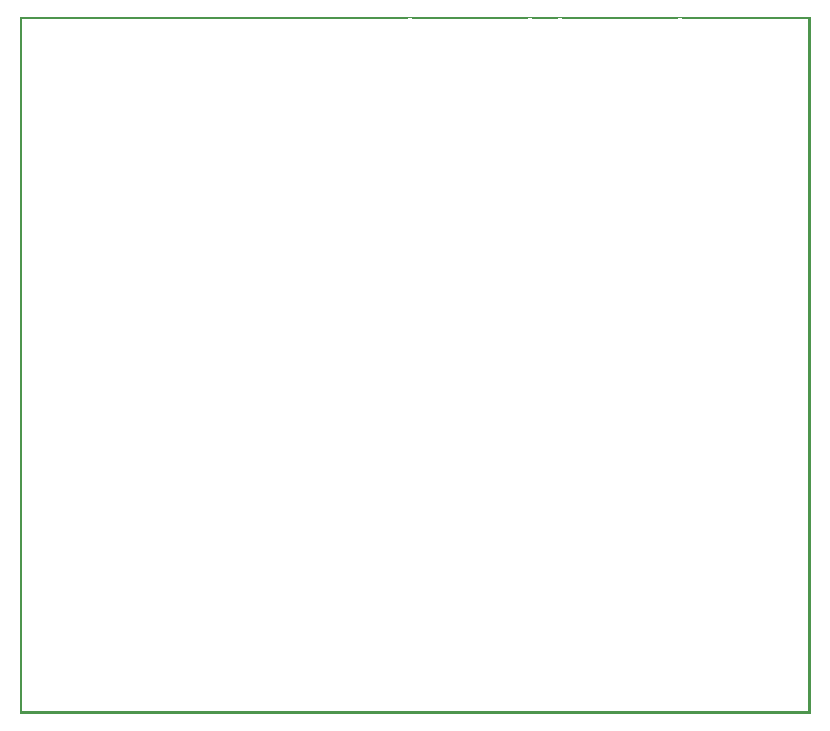
<source format=gbo>
G04 MADE WITH FRITZING*
G04 WWW.FRITZING.ORG*
G04 DOUBLE SIDED*
G04 HOLES PLATED*
G04 CONTOUR ON CENTER OF CONTOUR VECTOR*
%ASAXBY*%
%FSLAX23Y23*%
%MOIN*%
%OFA0B0*%
%SFA1.0B1.0*%
%ADD10R,0.001000X0.001000*%
%LNSILK0*%
G90*
G70*
G54D10*
X0Y2323D02*
X2636Y2323D01*
X0Y2322D02*
X2636Y2322D01*
X0Y2321D02*
X2636Y2321D01*
X0Y2320D02*
X2636Y2320D01*
X0Y2319D02*
X2636Y2319D01*
X0Y2318D02*
X1294Y2318D01*
X1309Y2318D02*
X1694Y2318D01*
X1709Y2318D02*
X1794Y2318D01*
X1809Y2318D02*
X2193Y2318D01*
X2208Y2318D02*
X2636Y2318D01*
X0Y2317D02*
X1289Y2317D01*
X1313Y2317D02*
X1689Y2317D01*
X1713Y2317D02*
X1789Y2317D01*
X1813Y2317D02*
X2189Y2317D01*
X2213Y2317D02*
X2636Y2317D01*
X0Y2316D02*
X1286Y2316D01*
X1316Y2316D02*
X1686Y2316D01*
X1716Y2316D02*
X1786Y2316D01*
X1816Y2316D02*
X2186Y2316D01*
X2216Y2316D02*
X2636Y2316D01*
X0Y2315D02*
X7Y2315D01*
X2629Y2315D02*
X2636Y2315D01*
X0Y2314D02*
X7Y2314D01*
X2629Y2314D02*
X2636Y2314D01*
X0Y2313D02*
X7Y2313D01*
X2629Y2313D02*
X2636Y2313D01*
X0Y2312D02*
X7Y2312D01*
X2629Y2312D02*
X2636Y2312D01*
X0Y2311D02*
X7Y2311D01*
X2629Y2311D02*
X2636Y2311D01*
X0Y2310D02*
X7Y2310D01*
X2629Y2310D02*
X2636Y2310D01*
X0Y2309D02*
X7Y2309D01*
X2629Y2309D02*
X2636Y2309D01*
X0Y2308D02*
X7Y2308D01*
X2629Y2308D02*
X2636Y2308D01*
X0Y2307D02*
X7Y2307D01*
X2629Y2307D02*
X2636Y2307D01*
X0Y2306D02*
X7Y2306D01*
X2629Y2306D02*
X2636Y2306D01*
X0Y2305D02*
X7Y2305D01*
X2629Y2305D02*
X2636Y2305D01*
X0Y2304D02*
X7Y2304D01*
X2629Y2304D02*
X2636Y2304D01*
X0Y2303D02*
X7Y2303D01*
X2629Y2303D02*
X2636Y2303D01*
X0Y2302D02*
X7Y2302D01*
X2629Y2302D02*
X2636Y2302D01*
X0Y2301D02*
X7Y2301D01*
X2629Y2301D02*
X2636Y2301D01*
X0Y2300D02*
X7Y2300D01*
X2629Y2300D02*
X2636Y2300D01*
X0Y2299D02*
X7Y2299D01*
X2629Y2299D02*
X2636Y2299D01*
X0Y2298D02*
X7Y2298D01*
X2629Y2298D02*
X2636Y2298D01*
X0Y2297D02*
X7Y2297D01*
X2629Y2297D02*
X2636Y2297D01*
X0Y2296D02*
X7Y2296D01*
X2629Y2296D02*
X2636Y2296D01*
X0Y2295D02*
X7Y2295D01*
X2629Y2295D02*
X2636Y2295D01*
X0Y2294D02*
X7Y2294D01*
X2629Y2294D02*
X2636Y2294D01*
X0Y2293D02*
X7Y2293D01*
X2629Y2293D02*
X2636Y2293D01*
X0Y2292D02*
X7Y2292D01*
X2629Y2292D02*
X2636Y2292D01*
X0Y2291D02*
X7Y2291D01*
X2629Y2291D02*
X2636Y2291D01*
X0Y2290D02*
X7Y2290D01*
X2629Y2290D02*
X2636Y2290D01*
X0Y2289D02*
X7Y2289D01*
X2629Y2289D02*
X2636Y2289D01*
X0Y2288D02*
X7Y2288D01*
X2629Y2288D02*
X2636Y2288D01*
X0Y2287D02*
X7Y2287D01*
X2629Y2287D02*
X2636Y2287D01*
X0Y2286D02*
X7Y2286D01*
X2629Y2286D02*
X2636Y2286D01*
X0Y2285D02*
X7Y2285D01*
X2629Y2285D02*
X2636Y2285D01*
X0Y2284D02*
X7Y2284D01*
X2629Y2284D02*
X2636Y2284D01*
X0Y2283D02*
X7Y2283D01*
X2629Y2283D02*
X2636Y2283D01*
X0Y2282D02*
X7Y2282D01*
X2629Y2282D02*
X2636Y2282D01*
X0Y2281D02*
X7Y2281D01*
X2629Y2281D02*
X2636Y2281D01*
X0Y2280D02*
X7Y2280D01*
X2629Y2280D02*
X2636Y2280D01*
X0Y2279D02*
X7Y2279D01*
X2629Y2279D02*
X2636Y2279D01*
X0Y2278D02*
X7Y2278D01*
X2629Y2278D02*
X2636Y2278D01*
X0Y2277D02*
X7Y2277D01*
X2629Y2277D02*
X2636Y2277D01*
X0Y2276D02*
X7Y2276D01*
X2629Y2276D02*
X2636Y2276D01*
X0Y2275D02*
X7Y2275D01*
X2629Y2275D02*
X2636Y2275D01*
X0Y2274D02*
X7Y2274D01*
X2629Y2274D02*
X2636Y2274D01*
X0Y2273D02*
X7Y2273D01*
X2629Y2273D02*
X2636Y2273D01*
X0Y2272D02*
X7Y2272D01*
X2629Y2272D02*
X2636Y2272D01*
X0Y2271D02*
X7Y2271D01*
X2629Y2271D02*
X2636Y2271D01*
X0Y2270D02*
X7Y2270D01*
X2629Y2270D02*
X2636Y2270D01*
X0Y2269D02*
X7Y2269D01*
X2629Y2269D02*
X2636Y2269D01*
X0Y2268D02*
X7Y2268D01*
X2629Y2268D02*
X2636Y2268D01*
X0Y2267D02*
X7Y2267D01*
X2629Y2267D02*
X2636Y2267D01*
X0Y2266D02*
X7Y2266D01*
X2629Y2266D02*
X2636Y2266D01*
X0Y2265D02*
X7Y2265D01*
X2629Y2265D02*
X2636Y2265D01*
X0Y2264D02*
X7Y2264D01*
X2629Y2264D02*
X2636Y2264D01*
X0Y2263D02*
X7Y2263D01*
X2629Y2263D02*
X2636Y2263D01*
X0Y2262D02*
X7Y2262D01*
X2629Y2262D02*
X2636Y2262D01*
X0Y2261D02*
X7Y2261D01*
X2629Y2261D02*
X2636Y2261D01*
X0Y2260D02*
X7Y2260D01*
X2629Y2260D02*
X2636Y2260D01*
X0Y2259D02*
X7Y2259D01*
X2629Y2259D02*
X2636Y2259D01*
X0Y2258D02*
X7Y2258D01*
X2629Y2258D02*
X2636Y2258D01*
X0Y2257D02*
X7Y2257D01*
X2629Y2257D02*
X2636Y2257D01*
X0Y2256D02*
X7Y2256D01*
X2629Y2256D02*
X2636Y2256D01*
X0Y2255D02*
X7Y2255D01*
X2629Y2255D02*
X2636Y2255D01*
X0Y2254D02*
X7Y2254D01*
X2629Y2254D02*
X2636Y2254D01*
X0Y2253D02*
X7Y2253D01*
X2629Y2253D02*
X2636Y2253D01*
X0Y2252D02*
X7Y2252D01*
X2629Y2252D02*
X2636Y2252D01*
X0Y2251D02*
X7Y2251D01*
X2629Y2251D02*
X2636Y2251D01*
X0Y2250D02*
X7Y2250D01*
X2629Y2250D02*
X2636Y2250D01*
X0Y2249D02*
X7Y2249D01*
X2629Y2249D02*
X2636Y2249D01*
X0Y2248D02*
X7Y2248D01*
X2629Y2248D02*
X2636Y2248D01*
X0Y2247D02*
X7Y2247D01*
X2629Y2247D02*
X2636Y2247D01*
X0Y2246D02*
X7Y2246D01*
X2629Y2246D02*
X2636Y2246D01*
X0Y2245D02*
X7Y2245D01*
X2629Y2245D02*
X2636Y2245D01*
X0Y2244D02*
X7Y2244D01*
X2629Y2244D02*
X2636Y2244D01*
X0Y2243D02*
X7Y2243D01*
X2629Y2243D02*
X2636Y2243D01*
X0Y2242D02*
X7Y2242D01*
X2629Y2242D02*
X2636Y2242D01*
X0Y2241D02*
X7Y2241D01*
X2629Y2241D02*
X2636Y2241D01*
X0Y2240D02*
X7Y2240D01*
X2629Y2240D02*
X2636Y2240D01*
X0Y2239D02*
X7Y2239D01*
X2629Y2239D02*
X2636Y2239D01*
X0Y2238D02*
X7Y2238D01*
X2629Y2238D02*
X2636Y2238D01*
X0Y2237D02*
X7Y2237D01*
X2629Y2237D02*
X2636Y2237D01*
X0Y2236D02*
X7Y2236D01*
X2629Y2236D02*
X2636Y2236D01*
X0Y2235D02*
X7Y2235D01*
X2629Y2235D02*
X2636Y2235D01*
X0Y2234D02*
X7Y2234D01*
X2629Y2234D02*
X2636Y2234D01*
X0Y2233D02*
X7Y2233D01*
X2629Y2233D02*
X2636Y2233D01*
X0Y2232D02*
X7Y2232D01*
X2629Y2232D02*
X2636Y2232D01*
X0Y2231D02*
X7Y2231D01*
X2629Y2231D02*
X2636Y2231D01*
X0Y2230D02*
X7Y2230D01*
X2629Y2230D02*
X2636Y2230D01*
X0Y2229D02*
X7Y2229D01*
X2629Y2229D02*
X2636Y2229D01*
X0Y2228D02*
X7Y2228D01*
X2629Y2228D02*
X2636Y2228D01*
X0Y2227D02*
X7Y2227D01*
X2629Y2227D02*
X2636Y2227D01*
X0Y2226D02*
X7Y2226D01*
X2629Y2226D02*
X2636Y2226D01*
X0Y2225D02*
X7Y2225D01*
X2629Y2225D02*
X2636Y2225D01*
X0Y2224D02*
X7Y2224D01*
X2629Y2224D02*
X2636Y2224D01*
X0Y2223D02*
X7Y2223D01*
X2629Y2223D02*
X2636Y2223D01*
X0Y2222D02*
X7Y2222D01*
X2629Y2222D02*
X2636Y2222D01*
X0Y2221D02*
X7Y2221D01*
X2629Y2221D02*
X2636Y2221D01*
X0Y2220D02*
X7Y2220D01*
X2629Y2220D02*
X2636Y2220D01*
X0Y2219D02*
X7Y2219D01*
X2629Y2219D02*
X2636Y2219D01*
X0Y2218D02*
X7Y2218D01*
X2629Y2218D02*
X2636Y2218D01*
X0Y2217D02*
X7Y2217D01*
X2629Y2217D02*
X2636Y2217D01*
X0Y2216D02*
X7Y2216D01*
X2629Y2216D02*
X2636Y2216D01*
X0Y2215D02*
X7Y2215D01*
X2629Y2215D02*
X2636Y2215D01*
X0Y2214D02*
X7Y2214D01*
X2629Y2214D02*
X2636Y2214D01*
X0Y2213D02*
X7Y2213D01*
X2629Y2213D02*
X2636Y2213D01*
X0Y2212D02*
X7Y2212D01*
X2629Y2212D02*
X2636Y2212D01*
X0Y2211D02*
X7Y2211D01*
X2629Y2211D02*
X2636Y2211D01*
X0Y2210D02*
X7Y2210D01*
X2629Y2210D02*
X2636Y2210D01*
X0Y2209D02*
X7Y2209D01*
X2629Y2209D02*
X2636Y2209D01*
X0Y2208D02*
X7Y2208D01*
X2629Y2208D02*
X2636Y2208D01*
X0Y2207D02*
X7Y2207D01*
X2629Y2207D02*
X2636Y2207D01*
X0Y2206D02*
X7Y2206D01*
X2629Y2206D02*
X2636Y2206D01*
X0Y2205D02*
X7Y2205D01*
X2629Y2205D02*
X2636Y2205D01*
X0Y2204D02*
X7Y2204D01*
X2629Y2204D02*
X2636Y2204D01*
X0Y2203D02*
X7Y2203D01*
X2629Y2203D02*
X2636Y2203D01*
X0Y2202D02*
X7Y2202D01*
X2629Y2202D02*
X2636Y2202D01*
X0Y2201D02*
X7Y2201D01*
X2629Y2201D02*
X2636Y2201D01*
X0Y2200D02*
X7Y2200D01*
X2629Y2200D02*
X2636Y2200D01*
X0Y2199D02*
X7Y2199D01*
X2629Y2199D02*
X2636Y2199D01*
X0Y2198D02*
X7Y2198D01*
X2629Y2198D02*
X2636Y2198D01*
X0Y2197D02*
X7Y2197D01*
X2629Y2197D02*
X2636Y2197D01*
X0Y2196D02*
X7Y2196D01*
X2629Y2196D02*
X2636Y2196D01*
X0Y2195D02*
X7Y2195D01*
X2629Y2195D02*
X2636Y2195D01*
X0Y2194D02*
X7Y2194D01*
X2629Y2194D02*
X2636Y2194D01*
X0Y2193D02*
X7Y2193D01*
X2629Y2193D02*
X2636Y2193D01*
X0Y2192D02*
X7Y2192D01*
X2629Y2192D02*
X2636Y2192D01*
X0Y2191D02*
X7Y2191D01*
X2629Y2191D02*
X2636Y2191D01*
X0Y2190D02*
X7Y2190D01*
X2629Y2190D02*
X2636Y2190D01*
X0Y2189D02*
X7Y2189D01*
X2629Y2189D02*
X2636Y2189D01*
X0Y2188D02*
X7Y2188D01*
X2629Y2188D02*
X2636Y2188D01*
X0Y2187D02*
X7Y2187D01*
X2629Y2187D02*
X2636Y2187D01*
X0Y2186D02*
X7Y2186D01*
X2629Y2186D02*
X2636Y2186D01*
X0Y2185D02*
X7Y2185D01*
X2629Y2185D02*
X2636Y2185D01*
X0Y2184D02*
X7Y2184D01*
X2629Y2184D02*
X2636Y2184D01*
X0Y2183D02*
X7Y2183D01*
X2629Y2183D02*
X2636Y2183D01*
X0Y2182D02*
X7Y2182D01*
X2629Y2182D02*
X2636Y2182D01*
X0Y2181D02*
X7Y2181D01*
X2629Y2181D02*
X2636Y2181D01*
X0Y2180D02*
X7Y2180D01*
X2629Y2180D02*
X2636Y2180D01*
X0Y2179D02*
X7Y2179D01*
X2629Y2179D02*
X2636Y2179D01*
X0Y2178D02*
X7Y2178D01*
X2629Y2178D02*
X2636Y2178D01*
X0Y2177D02*
X7Y2177D01*
X2629Y2177D02*
X2636Y2177D01*
X0Y2176D02*
X7Y2176D01*
X2629Y2176D02*
X2636Y2176D01*
X0Y2175D02*
X7Y2175D01*
X2629Y2175D02*
X2636Y2175D01*
X0Y2174D02*
X7Y2174D01*
X2629Y2174D02*
X2636Y2174D01*
X0Y2173D02*
X7Y2173D01*
X2629Y2173D02*
X2636Y2173D01*
X0Y2172D02*
X7Y2172D01*
X2629Y2172D02*
X2636Y2172D01*
X0Y2171D02*
X7Y2171D01*
X2629Y2171D02*
X2636Y2171D01*
X0Y2170D02*
X7Y2170D01*
X2629Y2170D02*
X2636Y2170D01*
X0Y2169D02*
X7Y2169D01*
X2629Y2169D02*
X2636Y2169D01*
X0Y2168D02*
X7Y2168D01*
X2629Y2168D02*
X2636Y2168D01*
X0Y2167D02*
X7Y2167D01*
X2629Y2167D02*
X2636Y2167D01*
X0Y2166D02*
X7Y2166D01*
X2629Y2166D02*
X2636Y2166D01*
X0Y2165D02*
X7Y2165D01*
X2629Y2165D02*
X2636Y2165D01*
X0Y2164D02*
X7Y2164D01*
X2629Y2164D02*
X2636Y2164D01*
X0Y2163D02*
X7Y2163D01*
X2629Y2163D02*
X2636Y2163D01*
X0Y2162D02*
X7Y2162D01*
X2629Y2162D02*
X2636Y2162D01*
X0Y2161D02*
X7Y2161D01*
X2629Y2161D02*
X2636Y2161D01*
X0Y2160D02*
X7Y2160D01*
X2629Y2160D02*
X2636Y2160D01*
X0Y2159D02*
X7Y2159D01*
X2629Y2159D02*
X2636Y2159D01*
X0Y2158D02*
X7Y2158D01*
X2629Y2158D02*
X2636Y2158D01*
X0Y2157D02*
X7Y2157D01*
X2629Y2157D02*
X2636Y2157D01*
X0Y2156D02*
X7Y2156D01*
X2629Y2156D02*
X2636Y2156D01*
X0Y2155D02*
X7Y2155D01*
X2629Y2155D02*
X2636Y2155D01*
X0Y2154D02*
X7Y2154D01*
X2629Y2154D02*
X2636Y2154D01*
X0Y2153D02*
X7Y2153D01*
X2629Y2153D02*
X2636Y2153D01*
X0Y2152D02*
X7Y2152D01*
X2629Y2152D02*
X2636Y2152D01*
X0Y2151D02*
X7Y2151D01*
X2629Y2151D02*
X2636Y2151D01*
X0Y2150D02*
X7Y2150D01*
X2629Y2150D02*
X2636Y2150D01*
X0Y2149D02*
X7Y2149D01*
X2629Y2149D02*
X2636Y2149D01*
X0Y2148D02*
X7Y2148D01*
X2629Y2148D02*
X2636Y2148D01*
X0Y2147D02*
X7Y2147D01*
X2629Y2147D02*
X2636Y2147D01*
X0Y2146D02*
X7Y2146D01*
X2629Y2146D02*
X2636Y2146D01*
X0Y2145D02*
X7Y2145D01*
X2629Y2145D02*
X2636Y2145D01*
X0Y2144D02*
X7Y2144D01*
X2629Y2144D02*
X2636Y2144D01*
X0Y2143D02*
X7Y2143D01*
X2629Y2143D02*
X2636Y2143D01*
X0Y2142D02*
X7Y2142D01*
X2629Y2142D02*
X2636Y2142D01*
X0Y2141D02*
X7Y2141D01*
X2629Y2141D02*
X2636Y2141D01*
X0Y2140D02*
X7Y2140D01*
X2629Y2140D02*
X2636Y2140D01*
X0Y2139D02*
X7Y2139D01*
X2629Y2139D02*
X2636Y2139D01*
X0Y2138D02*
X7Y2138D01*
X2629Y2138D02*
X2636Y2138D01*
X0Y2137D02*
X7Y2137D01*
X2629Y2137D02*
X2636Y2137D01*
X0Y2136D02*
X7Y2136D01*
X2629Y2136D02*
X2636Y2136D01*
X0Y2135D02*
X7Y2135D01*
X2629Y2135D02*
X2636Y2135D01*
X0Y2134D02*
X7Y2134D01*
X2629Y2134D02*
X2636Y2134D01*
X0Y2133D02*
X7Y2133D01*
X2629Y2133D02*
X2636Y2133D01*
X0Y2132D02*
X7Y2132D01*
X2629Y2132D02*
X2636Y2132D01*
X0Y2131D02*
X7Y2131D01*
X2629Y2131D02*
X2636Y2131D01*
X0Y2130D02*
X7Y2130D01*
X2629Y2130D02*
X2636Y2130D01*
X0Y2129D02*
X7Y2129D01*
X2629Y2129D02*
X2636Y2129D01*
X0Y2128D02*
X7Y2128D01*
X2629Y2128D02*
X2636Y2128D01*
X0Y2127D02*
X7Y2127D01*
X2629Y2127D02*
X2636Y2127D01*
X0Y2126D02*
X7Y2126D01*
X2629Y2126D02*
X2636Y2126D01*
X0Y2125D02*
X7Y2125D01*
X2629Y2125D02*
X2636Y2125D01*
X0Y2124D02*
X7Y2124D01*
X2629Y2124D02*
X2636Y2124D01*
X0Y2123D02*
X7Y2123D01*
X2629Y2123D02*
X2636Y2123D01*
X0Y2122D02*
X7Y2122D01*
X2629Y2122D02*
X2636Y2122D01*
X0Y2121D02*
X7Y2121D01*
X2629Y2121D02*
X2636Y2121D01*
X0Y2120D02*
X7Y2120D01*
X2629Y2120D02*
X2636Y2120D01*
X0Y2119D02*
X7Y2119D01*
X2629Y2119D02*
X2636Y2119D01*
X0Y2118D02*
X7Y2118D01*
X2629Y2118D02*
X2636Y2118D01*
X0Y2117D02*
X7Y2117D01*
X2629Y2117D02*
X2636Y2117D01*
X0Y2116D02*
X7Y2116D01*
X2629Y2116D02*
X2636Y2116D01*
X0Y2115D02*
X7Y2115D01*
X2629Y2115D02*
X2636Y2115D01*
X0Y2114D02*
X7Y2114D01*
X2629Y2114D02*
X2636Y2114D01*
X0Y2113D02*
X7Y2113D01*
X2629Y2113D02*
X2636Y2113D01*
X0Y2112D02*
X7Y2112D01*
X2629Y2112D02*
X2636Y2112D01*
X0Y2111D02*
X7Y2111D01*
X2629Y2111D02*
X2636Y2111D01*
X0Y2110D02*
X7Y2110D01*
X2629Y2110D02*
X2636Y2110D01*
X0Y2109D02*
X7Y2109D01*
X2629Y2109D02*
X2636Y2109D01*
X0Y2108D02*
X7Y2108D01*
X2629Y2108D02*
X2636Y2108D01*
X0Y2107D02*
X7Y2107D01*
X2629Y2107D02*
X2636Y2107D01*
X0Y2106D02*
X7Y2106D01*
X2629Y2106D02*
X2636Y2106D01*
X0Y2105D02*
X7Y2105D01*
X2629Y2105D02*
X2636Y2105D01*
X0Y2104D02*
X7Y2104D01*
X2629Y2104D02*
X2636Y2104D01*
X0Y2103D02*
X7Y2103D01*
X2629Y2103D02*
X2636Y2103D01*
X0Y2102D02*
X7Y2102D01*
X2629Y2102D02*
X2636Y2102D01*
X0Y2101D02*
X7Y2101D01*
X2629Y2101D02*
X2636Y2101D01*
X0Y2100D02*
X7Y2100D01*
X2629Y2100D02*
X2636Y2100D01*
X0Y2099D02*
X7Y2099D01*
X2629Y2099D02*
X2636Y2099D01*
X0Y2098D02*
X7Y2098D01*
X2629Y2098D02*
X2636Y2098D01*
X0Y2097D02*
X7Y2097D01*
X2629Y2097D02*
X2636Y2097D01*
X0Y2096D02*
X7Y2096D01*
X2629Y2096D02*
X2636Y2096D01*
X0Y2095D02*
X7Y2095D01*
X2629Y2095D02*
X2636Y2095D01*
X0Y2094D02*
X7Y2094D01*
X2629Y2094D02*
X2636Y2094D01*
X0Y2093D02*
X7Y2093D01*
X2629Y2093D02*
X2636Y2093D01*
X0Y2092D02*
X7Y2092D01*
X2629Y2092D02*
X2636Y2092D01*
X0Y2091D02*
X7Y2091D01*
X2629Y2091D02*
X2636Y2091D01*
X0Y2090D02*
X7Y2090D01*
X2629Y2090D02*
X2636Y2090D01*
X0Y2089D02*
X7Y2089D01*
X2629Y2089D02*
X2636Y2089D01*
X0Y2088D02*
X7Y2088D01*
X2629Y2088D02*
X2636Y2088D01*
X0Y2087D02*
X7Y2087D01*
X2629Y2087D02*
X2636Y2087D01*
X0Y2086D02*
X7Y2086D01*
X2629Y2086D02*
X2636Y2086D01*
X0Y2085D02*
X7Y2085D01*
X2629Y2085D02*
X2636Y2085D01*
X0Y2084D02*
X7Y2084D01*
X2629Y2084D02*
X2636Y2084D01*
X0Y2083D02*
X7Y2083D01*
X2629Y2083D02*
X2636Y2083D01*
X0Y2082D02*
X7Y2082D01*
X2629Y2082D02*
X2636Y2082D01*
X0Y2081D02*
X7Y2081D01*
X2629Y2081D02*
X2636Y2081D01*
X0Y2080D02*
X7Y2080D01*
X2629Y2080D02*
X2636Y2080D01*
X0Y2079D02*
X7Y2079D01*
X2629Y2079D02*
X2636Y2079D01*
X0Y2078D02*
X7Y2078D01*
X2629Y2078D02*
X2636Y2078D01*
X0Y2077D02*
X7Y2077D01*
X2629Y2077D02*
X2636Y2077D01*
X0Y2076D02*
X7Y2076D01*
X2629Y2076D02*
X2636Y2076D01*
X0Y2075D02*
X7Y2075D01*
X2629Y2075D02*
X2636Y2075D01*
X0Y2074D02*
X7Y2074D01*
X2629Y2074D02*
X2636Y2074D01*
X0Y2073D02*
X7Y2073D01*
X2629Y2073D02*
X2636Y2073D01*
X0Y2072D02*
X7Y2072D01*
X2629Y2072D02*
X2636Y2072D01*
X0Y2071D02*
X7Y2071D01*
X2629Y2071D02*
X2636Y2071D01*
X0Y2070D02*
X7Y2070D01*
X2629Y2070D02*
X2636Y2070D01*
X0Y2069D02*
X7Y2069D01*
X2629Y2069D02*
X2636Y2069D01*
X0Y2068D02*
X7Y2068D01*
X2629Y2068D02*
X2636Y2068D01*
X0Y2067D02*
X7Y2067D01*
X2629Y2067D02*
X2636Y2067D01*
X0Y2066D02*
X7Y2066D01*
X2629Y2066D02*
X2636Y2066D01*
X0Y2065D02*
X7Y2065D01*
X2629Y2065D02*
X2636Y2065D01*
X0Y2064D02*
X7Y2064D01*
X2629Y2064D02*
X2636Y2064D01*
X0Y2063D02*
X7Y2063D01*
X2629Y2063D02*
X2636Y2063D01*
X0Y2062D02*
X7Y2062D01*
X2629Y2062D02*
X2636Y2062D01*
X0Y2061D02*
X7Y2061D01*
X2629Y2061D02*
X2636Y2061D01*
X0Y2060D02*
X7Y2060D01*
X2629Y2060D02*
X2636Y2060D01*
X0Y2059D02*
X7Y2059D01*
X2629Y2059D02*
X2636Y2059D01*
X0Y2058D02*
X7Y2058D01*
X2629Y2058D02*
X2636Y2058D01*
X0Y2057D02*
X7Y2057D01*
X2629Y2057D02*
X2636Y2057D01*
X0Y2056D02*
X7Y2056D01*
X2629Y2056D02*
X2636Y2056D01*
X0Y2055D02*
X7Y2055D01*
X2629Y2055D02*
X2636Y2055D01*
X0Y2054D02*
X7Y2054D01*
X2629Y2054D02*
X2636Y2054D01*
X0Y2053D02*
X7Y2053D01*
X2629Y2053D02*
X2636Y2053D01*
X0Y2052D02*
X7Y2052D01*
X2629Y2052D02*
X2636Y2052D01*
X0Y2051D02*
X7Y2051D01*
X2629Y2051D02*
X2636Y2051D01*
X0Y2050D02*
X7Y2050D01*
X2629Y2050D02*
X2636Y2050D01*
X0Y2049D02*
X7Y2049D01*
X2629Y2049D02*
X2636Y2049D01*
X0Y2048D02*
X7Y2048D01*
X2629Y2048D02*
X2636Y2048D01*
X0Y2047D02*
X7Y2047D01*
X2629Y2047D02*
X2636Y2047D01*
X0Y2046D02*
X7Y2046D01*
X2629Y2046D02*
X2636Y2046D01*
X0Y2045D02*
X7Y2045D01*
X2629Y2045D02*
X2636Y2045D01*
X0Y2044D02*
X7Y2044D01*
X2629Y2044D02*
X2636Y2044D01*
X0Y2043D02*
X7Y2043D01*
X2629Y2043D02*
X2636Y2043D01*
X0Y2042D02*
X7Y2042D01*
X2629Y2042D02*
X2636Y2042D01*
X0Y2041D02*
X7Y2041D01*
X2629Y2041D02*
X2636Y2041D01*
X0Y2040D02*
X7Y2040D01*
X2629Y2040D02*
X2636Y2040D01*
X0Y2039D02*
X7Y2039D01*
X2629Y2039D02*
X2636Y2039D01*
X0Y2038D02*
X7Y2038D01*
X2629Y2038D02*
X2636Y2038D01*
X0Y2037D02*
X7Y2037D01*
X2629Y2037D02*
X2636Y2037D01*
X0Y2036D02*
X7Y2036D01*
X2629Y2036D02*
X2636Y2036D01*
X0Y2035D02*
X7Y2035D01*
X2629Y2035D02*
X2636Y2035D01*
X0Y2034D02*
X7Y2034D01*
X2629Y2034D02*
X2636Y2034D01*
X0Y2033D02*
X7Y2033D01*
X2629Y2033D02*
X2636Y2033D01*
X0Y2032D02*
X7Y2032D01*
X2629Y2032D02*
X2636Y2032D01*
X0Y2031D02*
X7Y2031D01*
X2629Y2031D02*
X2636Y2031D01*
X0Y2030D02*
X7Y2030D01*
X2629Y2030D02*
X2636Y2030D01*
X0Y2029D02*
X7Y2029D01*
X2629Y2029D02*
X2636Y2029D01*
X0Y2028D02*
X7Y2028D01*
X2629Y2028D02*
X2636Y2028D01*
X0Y2027D02*
X7Y2027D01*
X2629Y2027D02*
X2636Y2027D01*
X0Y2026D02*
X7Y2026D01*
X2629Y2026D02*
X2636Y2026D01*
X0Y2025D02*
X7Y2025D01*
X2629Y2025D02*
X2636Y2025D01*
X0Y2024D02*
X7Y2024D01*
X2629Y2024D02*
X2636Y2024D01*
X0Y2023D02*
X7Y2023D01*
X2629Y2023D02*
X2636Y2023D01*
X0Y2022D02*
X7Y2022D01*
X2629Y2022D02*
X2636Y2022D01*
X0Y2021D02*
X7Y2021D01*
X2629Y2021D02*
X2636Y2021D01*
X0Y2020D02*
X7Y2020D01*
X2629Y2020D02*
X2636Y2020D01*
X0Y2019D02*
X7Y2019D01*
X2629Y2019D02*
X2636Y2019D01*
X0Y2018D02*
X7Y2018D01*
X2629Y2018D02*
X2636Y2018D01*
X0Y2017D02*
X7Y2017D01*
X2629Y2017D02*
X2636Y2017D01*
X0Y2016D02*
X7Y2016D01*
X2629Y2016D02*
X2636Y2016D01*
X0Y2015D02*
X7Y2015D01*
X2629Y2015D02*
X2636Y2015D01*
X0Y2014D02*
X7Y2014D01*
X2629Y2014D02*
X2636Y2014D01*
X0Y2013D02*
X7Y2013D01*
X2629Y2013D02*
X2636Y2013D01*
X0Y2012D02*
X7Y2012D01*
X2629Y2012D02*
X2636Y2012D01*
X0Y2011D02*
X7Y2011D01*
X2629Y2011D02*
X2636Y2011D01*
X0Y2010D02*
X7Y2010D01*
X2629Y2010D02*
X2636Y2010D01*
X0Y2009D02*
X7Y2009D01*
X2629Y2009D02*
X2636Y2009D01*
X0Y2008D02*
X7Y2008D01*
X2629Y2008D02*
X2636Y2008D01*
X0Y2007D02*
X7Y2007D01*
X2629Y2007D02*
X2636Y2007D01*
X0Y2006D02*
X7Y2006D01*
X2629Y2006D02*
X2636Y2006D01*
X0Y2005D02*
X7Y2005D01*
X2629Y2005D02*
X2636Y2005D01*
X0Y2004D02*
X7Y2004D01*
X2629Y2004D02*
X2636Y2004D01*
X0Y2003D02*
X7Y2003D01*
X2629Y2003D02*
X2636Y2003D01*
X0Y2002D02*
X7Y2002D01*
X2629Y2002D02*
X2636Y2002D01*
X0Y2001D02*
X7Y2001D01*
X2629Y2001D02*
X2636Y2001D01*
X0Y2000D02*
X7Y2000D01*
X2629Y2000D02*
X2636Y2000D01*
X0Y1999D02*
X7Y1999D01*
X2629Y1999D02*
X2636Y1999D01*
X0Y1998D02*
X7Y1998D01*
X2629Y1998D02*
X2636Y1998D01*
X0Y1997D02*
X7Y1997D01*
X2629Y1997D02*
X2636Y1997D01*
X0Y1996D02*
X7Y1996D01*
X2629Y1996D02*
X2636Y1996D01*
X0Y1995D02*
X7Y1995D01*
X2629Y1995D02*
X2636Y1995D01*
X0Y1994D02*
X7Y1994D01*
X2629Y1994D02*
X2636Y1994D01*
X0Y1993D02*
X7Y1993D01*
X2629Y1993D02*
X2636Y1993D01*
X0Y1992D02*
X7Y1992D01*
X2629Y1992D02*
X2636Y1992D01*
X0Y1991D02*
X7Y1991D01*
X2629Y1991D02*
X2636Y1991D01*
X0Y1990D02*
X7Y1990D01*
X2629Y1990D02*
X2636Y1990D01*
X0Y1989D02*
X7Y1989D01*
X2629Y1989D02*
X2636Y1989D01*
X0Y1988D02*
X7Y1988D01*
X2629Y1988D02*
X2636Y1988D01*
X0Y1987D02*
X7Y1987D01*
X2629Y1987D02*
X2636Y1987D01*
X0Y1986D02*
X7Y1986D01*
X2629Y1986D02*
X2636Y1986D01*
X0Y1985D02*
X7Y1985D01*
X2629Y1985D02*
X2636Y1985D01*
X0Y1984D02*
X7Y1984D01*
X2629Y1984D02*
X2636Y1984D01*
X0Y1983D02*
X7Y1983D01*
X2629Y1983D02*
X2636Y1983D01*
X0Y1982D02*
X7Y1982D01*
X2629Y1982D02*
X2636Y1982D01*
X0Y1981D02*
X7Y1981D01*
X2629Y1981D02*
X2636Y1981D01*
X0Y1980D02*
X7Y1980D01*
X2629Y1980D02*
X2636Y1980D01*
X0Y1979D02*
X7Y1979D01*
X2629Y1979D02*
X2636Y1979D01*
X0Y1978D02*
X7Y1978D01*
X2629Y1978D02*
X2636Y1978D01*
X0Y1977D02*
X7Y1977D01*
X2629Y1977D02*
X2636Y1977D01*
X0Y1976D02*
X7Y1976D01*
X2629Y1976D02*
X2636Y1976D01*
X0Y1975D02*
X7Y1975D01*
X2629Y1975D02*
X2636Y1975D01*
X0Y1974D02*
X7Y1974D01*
X2629Y1974D02*
X2636Y1974D01*
X0Y1973D02*
X7Y1973D01*
X2629Y1973D02*
X2636Y1973D01*
X0Y1972D02*
X7Y1972D01*
X2629Y1972D02*
X2636Y1972D01*
X0Y1971D02*
X7Y1971D01*
X2629Y1971D02*
X2636Y1971D01*
X0Y1970D02*
X7Y1970D01*
X2629Y1970D02*
X2636Y1970D01*
X0Y1969D02*
X7Y1969D01*
X2629Y1969D02*
X2636Y1969D01*
X0Y1968D02*
X7Y1968D01*
X2629Y1968D02*
X2636Y1968D01*
X0Y1967D02*
X7Y1967D01*
X2629Y1967D02*
X2636Y1967D01*
X0Y1966D02*
X7Y1966D01*
X2629Y1966D02*
X2636Y1966D01*
X0Y1965D02*
X7Y1965D01*
X2629Y1965D02*
X2636Y1965D01*
X0Y1964D02*
X7Y1964D01*
X2629Y1964D02*
X2636Y1964D01*
X0Y1963D02*
X7Y1963D01*
X2629Y1963D02*
X2636Y1963D01*
X0Y1962D02*
X7Y1962D01*
X2629Y1962D02*
X2636Y1962D01*
X0Y1961D02*
X7Y1961D01*
X2629Y1961D02*
X2636Y1961D01*
X0Y1960D02*
X7Y1960D01*
X2629Y1960D02*
X2636Y1960D01*
X0Y1959D02*
X7Y1959D01*
X2629Y1959D02*
X2636Y1959D01*
X0Y1958D02*
X7Y1958D01*
X2629Y1958D02*
X2636Y1958D01*
X0Y1957D02*
X7Y1957D01*
X2629Y1957D02*
X2636Y1957D01*
X0Y1956D02*
X7Y1956D01*
X2629Y1956D02*
X2636Y1956D01*
X0Y1955D02*
X7Y1955D01*
X2629Y1955D02*
X2636Y1955D01*
X0Y1954D02*
X7Y1954D01*
X2629Y1954D02*
X2636Y1954D01*
X0Y1953D02*
X7Y1953D01*
X2629Y1953D02*
X2636Y1953D01*
X0Y1952D02*
X7Y1952D01*
X2629Y1952D02*
X2636Y1952D01*
X0Y1951D02*
X7Y1951D01*
X2629Y1951D02*
X2636Y1951D01*
X0Y1950D02*
X7Y1950D01*
X2629Y1950D02*
X2636Y1950D01*
X0Y1949D02*
X7Y1949D01*
X2629Y1949D02*
X2636Y1949D01*
X0Y1948D02*
X7Y1948D01*
X2629Y1948D02*
X2636Y1948D01*
X0Y1947D02*
X7Y1947D01*
X2629Y1947D02*
X2636Y1947D01*
X0Y1946D02*
X7Y1946D01*
X2629Y1946D02*
X2636Y1946D01*
X0Y1945D02*
X7Y1945D01*
X2629Y1945D02*
X2636Y1945D01*
X0Y1944D02*
X7Y1944D01*
X2629Y1944D02*
X2636Y1944D01*
X0Y1943D02*
X7Y1943D01*
X2629Y1943D02*
X2636Y1943D01*
X0Y1942D02*
X7Y1942D01*
X2629Y1942D02*
X2636Y1942D01*
X0Y1941D02*
X7Y1941D01*
X2629Y1941D02*
X2636Y1941D01*
X0Y1940D02*
X7Y1940D01*
X2629Y1940D02*
X2636Y1940D01*
X0Y1939D02*
X7Y1939D01*
X2629Y1939D02*
X2636Y1939D01*
X0Y1938D02*
X7Y1938D01*
X2629Y1938D02*
X2636Y1938D01*
X0Y1937D02*
X7Y1937D01*
X2629Y1937D02*
X2636Y1937D01*
X0Y1936D02*
X7Y1936D01*
X2629Y1936D02*
X2636Y1936D01*
X0Y1935D02*
X7Y1935D01*
X2629Y1935D02*
X2636Y1935D01*
X0Y1934D02*
X7Y1934D01*
X2629Y1934D02*
X2636Y1934D01*
X0Y1933D02*
X7Y1933D01*
X2629Y1933D02*
X2636Y1933D01*
X0Y1932D02*
X7Y1932D01*
X2629Y1932D02*
X2636Y1932D01*
X0Y1931D02*
X7Y1931D01*
X2629Y1931D02*
X2636Y1931D01*
X0Y1930D02*
X7Y1930D01*
X2629Y1930D02*
X2636Y1930D01*
X0Y1929D02*
X7Y1929D01*
X2629Y1929D02*
X2636Y1929D01*
X0Y1928D02*
X7Y1928D01*
X2629Y1928D02*
X2636Y1928D01*
X0Y1927D02*
X7Y1927D01*
X2629Y1927D02*
X2636Y1927D01*
X0Y1926D02*
X7Y1926D01*
X2629Y1926D02*
X2636Y1926D01*
X0Y1925D02*
X7Y1925D01*
X2629Y1925D02*
X2636Y1925D01*
X0Y1924D02*
X7Y1924D01*
X2629Y1924D02*
X2636Y1924D01*
X0Y1923D02*
X7Y1923D01*
X2629Y1923D02*
X2636Y1923D01*
X0Y1922D02*
X7Y1922D01*
X2629Y1922D02*
X2636Y1922D01*
X0Y1921D02*
X7Y1921D01*
X2629Y1921D02*
X2636Y1921D01*
X0Y1920D02*
X7Y1920D01*
X2629Y1920D02*
X2636Y1920D01*
X0Y1919D02*
X7Y1919D01*
X2629Y1919D02*
X2636Y1919D01*
X0Y1918D02*
X7Y1918D01*
X2629Y1918D02*
X2636Y1918D01*
X0Y1917D02*
X7Y1917D01*
X2629Y1917D02*
X2636Y1917D01*
X0Y1916D02*
X7Y1916D01*
X2629Y1916D02*
X2636Y1916D01*
X0Y1915D02*
X7Y1915D01*
X2629Y1915D02*
X2636Y1915D01*
X0Y1914D02*
X7Y1914D01*
X2629Y1914D02*
X2636Y1914D01*
X0Y1913D02*
X7Y1913D01*
X2629Y1913D02*
X2636Y1913D01*
X0Y1912D02*
X7Y1912D01*
X2629Y1912D02*
X2636Y1912D01*
X0Y1911D02*
X7Y1911D01*
X2629Y1911D02*
X2636Y1911D01*
X0Y1910D02*
X7Y1910D01*
X2629Y1910D02*
X2636Y1910D01*
X0Y1909D02*
X7Y1909D01*
X2629Y1909D02*
X2636Y1909D01*
X0Y1908D02*
X7Y1908D01*
X2629Y1908D02*
X2636Y1908D01*
X0Y1907D02*
X7Y1907D01*
X2629Y1907D02*
X2636Y1907D01*
X0Y1906D02*
X7Y1906D01*
X2629Y1906D02*
X2636Y1906D01*
X0Y1905D02*
X7Y1905D01*
X2629Y1905D02*
X2636Y1905D01*
X0Y1904D02*
X7Y1904D01*
X2629Y1904D02*
X2636Y1904D01*
X0Y1903D02*
X7Y1903D01*
X2629Y1903D02*
X2636Y1903D01*
X0Y1902D02*
X7Y1902D01*
X2629Y1902D02*
X2636Y1902D01*
X0Y1901D02*
X7Y1901D01*
X2629Y1901D02*
X2636Y1901D01*
X0Y1900D02*
X7Y1900D01*
X2629Y1900D02*
X2636Y1900D01*
X0Y1899D02*
X7Y1899D01*
X2629Y1899D02*
X2636Y1899D01*
X0Y1898D02*
X7Y1898D01*
X2629Y1898D02*
X2636Y1898D01*
X0Y1897D02*
X7Y1897D01*
X2629Y1897D02*
X2636Y1897D01*
X0Y1896D02*
X7Y1896D01*
X2629Y1896D02*
X2636Y1896D01*
X0Y1895D02*
X7Y1895D01*
X2629Y1895D02*
X2636Y1895D01*
X0Y1894D02*
X7Y1894D01*
X2629Y1894D02*
X2636Y1894D01*
X0Y1893D02*
X7Y1893D01*
X2629Y1893D02*
X2636Y1893D01*
X0Y1892D02*
X7Y1892D01*
X2629Y1892D02*
X2636Y1892D01*
X0Y1891D02*
X7Y1891D01*
X2629Y1891D02*
X2636Y1891D01*
X0Y1890D02*
X7Y1890D01*
X2629Y1890D02*
X2636Y1890D01*
X0Y1889D02*
X7Y1889D01*
X2629Y1889D02*
X2636Y1889D01*
X0Y1888D02*
X7Y1888D01*
X2629Y1888D02*
X2636Y1888D01*
X0Y1887D02*
X7Y1887D01*
X2629Y1887D02*
X2636Y1887D01*
X0Y1886D02*
X7Y1886D01*
X2629Y1886D02*
X2636Y1886D01*
X0Y1885D02*
X7Y1885D01*
X2629Y1885D02*
X2636Y1885D01*
X0Y1884D02*
X7Y1884D01*
X2629Y1884D02*
X2636Y1884D01*
X0Y1883D02*
X7Y1883D01*
X2629Y1883D02*
X2636Y1883D01*
X0Y1882D02*
X7Y1882D01*
X2629Y1882D02*
X2636Y1882D01*
X0Y1881D02*
X7Y1881D01*
X2629Y1881D02*
X2636Y1881D01*
X0Y1880D02*
X7Y1880D01*
X2629Y1880D02*
X2636Y1880D01*
X0Y1879D02*
X7Y1879D01*
X2629Y1879D02*
X2636Y1879D01*
X0Y1878D02*
X7Y1878D01*
X2629Y1878D02*
X2636Y1878D01*
X0Y1877D02*
X7Y1877D01*
X2629Y1877D02*
X2636Y1877D01*
X0Y1876D02*
X7Y1876D01*
X2629Y1876D02*
X2636Y1876D01*
X0Y1875D02*
X7Y1875D01*
X2629Y1875D02*
X2636Y1875D01*
X0Y1874D02*
X7Y1874D01*
X2629Y1874D02*
X2636Y1874D01*
X0Y1873D02*
X7Y1873D01*
X2629Y1873D02*
X2636Y1873D01*
X0Y1872D02*
X7Y1872D01*
X2629Y1872D02*
X2636Y1872D01*
X0Y1871D02*
X7Y1871D01*
X2629Y1871D02*
X2636Y1871D01*
X0Y1870D02*
X7Y1870D01*
X2629Y1870D02*
X2636Y1870D01*
X0Y1869D02*
X7Y1869D01*
X2629Y1869D02*
X2636Y1869D01*
X0Y1868D02*
X7Y1868D01*
X2629Y1868D02*
X2636Y1868D01*
X0Y1867D02*
X7Y1867D01*
X2629Y1867D02*
X2636Y1867D01*
X0Y1866D02*
X7Y1866D01*
X2629Y1866D02*
X2636Y1866D01*
X0Y1865D02*
X7Y1865D01*
X2629Y1865D02*
X2636Y1865D01*
X0Y1864D02*
X7Y1864D01*
X2629Y1864D02*
X2636Y1864D01*
X0Y1863D02*
X7Y1863D01*
X2629Y1863D02*
X2636Y1863D01*
X0Y1862D02*
X7Y1862D01*
X2629Y1862D02*
X2636Y1862D01*
X0Y1861D02*
X7Y1861D01*
X2629Y1861D02*
X2636Y1861D01*
X0Y1860D02*
X7Y1860D01*
X2629Y1860D02*
X2636Y1860D01*
X0Y1859D02*
X7Y1859D01*
X2629Y1859D02*
X2636Y1859D01*
X0Y1858D02*
X7Y1858D01*
X2629Y1858D02*
X2636Y1858D01*
X0Y1857D02*
X7Y1857D01*
X2629Y1857D02*
X2636Y1857D01*
X0Y1856D02*
X7Y1856D01*
X2629Y1856D02*
X2636Y1856D01*
X0Y1855D02*
X7Y1855D01*
X2629Y1855D02*
X2636Y1855D01*
X0Y1854D02*
X7Y1854D01*
X2629Y1854D02*
X2636Y1854D01*
X0Y1853D02*
X7Y1853D01*
X2629Y1853D02*
X2636Y1853D01*
X0Y1852D02*
X7Y1852D01*
X2629Y1852D02*
X2636Y1852D01*
X0Y1851D02*
X7Y1851D01*
X2629Y1851D02*
X2636Y1851D01*
X0Y1850D02*
X7Y1850D01*
X2629Y1850D02*
X2636Y1850D01*
X0Y1849D02*
X7Y1849D01*
X2629Y1849D02*
X2636Y1849D01*
X0Y1848D02*
X7Y1848D01*
X2629Y1848D02*
X2636Y1848D01*
X0Y1847D02*
X7Y1847D01*
X2629Y1847D02*
X2636Y1847D01*
X0Y1846D02*
X7Y1846D01*
X2629Y1846D02*
X2636Y1846D01*
X0Y1845D02*
X7Y1845D01*
X2629Y1845D02*
X2636Y1845D01*
X0Y1844D02*
X7Y1844D01*
X2629Y1844D02*
X2636Y1844D01*
X0Y1843D02*
X7Y1843D01*
X2629Y1843D02*
X2636Y1843D01*
X0Y1842D02*
X7Y1842D01*
X2629Y1842D02*
X2636Y1842D01*
X0Y1841D02*
X7Y1841D01*
X2629Y1841D02*
X2636Y1841D01*
X0Y1840D02*
X7Y1840D01*
X2629Y1840D02*
X2636Y1840D01*
X0Y1839D02*
X7Y1839D01*
X2629Y1839D02*
X2636Y1839D01*
X0Y1838D02*
X7Y1838D01*
X2629Y1838D02*
X2636Y1838D01*
X0Y1837D02*
X7Y1837D01*
X2629Y1837D02*
X2636Y1837D01*
X0Y1836D02*
X7Y1836D01*
X2629Y1836D02*
X2636Y1836D01*
X0Y1835D02*
X7Y1835D01*
X2629Y1835D02*
X2636Y1835D01*
X0Y1834D02*
X7Y1834D01*
X2629Y1834D02*
X2636Y1834D01*
X0Y1833D02*
X7Y1833D01*
X2629Y1833D02*
X2636Y1833D01*
X0Y1832D02*
X7Y1832D01*
X2629Y1832D02*
X2636Y1832D01*
X0Y1831D02*
X7Y1831D01*
X2629Y1831D02*
X2636Y1831D01*
X0Y1830D02*
X7Y1830D01*
X2629Y1830D02*
X2636Y1830D01*
X0Y1829D02*
X7Y1829D01*
X2629Y1829D02*
X2636Y1829D01*
X0Y1828D02*
X7Y1828D01*
X2629Y1828D02*
X2636Y1828D01*
X0Y1827D02*
X7Y1827D01*
X2629Y1827D02*
X2636Y1827D01*
X0Y1826D02*
X7Y1826D01*
X2629Y1826D02*
X2636Y1826D01*
X0Y1825D02*
X7Y1825D01*
X2629Y1825D02*
X2636Y1825D01*
X0Y1824D02*
X7Y1824D01*
X2629Y1824D02*
X2636Y1824D01*
X0Y1823D02*
X7Y1823D01*
X2629Y1823D02*
X2636Y1823D01*
X0Y1822D02*
X7Y1822D01*
X2629Y1822D02*
X2636Y1822D01*
X0Y1821D02*
X7Y1821D01*
X2629Y1821D02*
X2636Y1821D01*
X0Y1820D02*
X7Y1820D01*
X2629Y1820D02*
X2636Y1820D01*
X0Y1819D02*
X7Y1819D01*
X2629Y1819D02*
X2636Y1819D01*
X0Y1818D02*
X7Y1818D01*
X2629Y1818D02*
X2636Y1818D01*
X0Y1817D02*
X7Y1817D01*
X2629Y1817D02*
X2636Y1817D01*
X0Y1816D02*
X7Y1816D01*
X2629Y1816D02*
X2636Y1816D01*
X0Y1815D02*
X7Y1815D01*
X2629Y1815D02*
X2636Y1815D01*
X0Y1814D02*
X7Y1814D01*
X2629Y1814D02*
X2636Y1814D01*
X0Y1813D02*
X7Y1813D01*
X2629Y1813D02*
X2636Y1813D01*
X0Y1812D02*
X7Y1812D01*
X2629Y1812D02*
X2636Y1812D01*
X0Y1811D02*
X7Y1811D01*
X2629Y1811D02*
X2636Y1811D01*
X0Y1810D02*
X7Y1810D01*
X2629Y1810D02*
X2636Y1810D01*
X0Y1809D02*
X7Y1809D01*
X2629Y1809D02*
X2636Y1809D01*
X0Y1808D02*
X7Y1808D01*
X2629Y1808D02*
X2636Y1808D01*
X0Y1807D02*
X7Y1807D01*
X2629Y1807D02*
X2636Y1807D01*
X0Y1806D02*
X7Y1806D01*
X2629Y1806D02*
X2636Y1806D01*
X0Y1805D02*
X7Y1805D01*
X2629Y1805D02*
X2636Y1805D01*
X0Y1804D02*
X7Y1804D01*
X2629Y1804D02*
X2636Y1804D01*
X0Y1803D02*
X7Y1803D01*
X2629Y1803D02*
X2636Y1803D01*
X0Y1802D02*
X7Y1802D01*
X2629Y1802D02*
X2636Y1802D01*
X0Y1801D02*
X7Y1801D01*
X2629Y1801D02*
X2636Y1801D01*
X0Y1800D02*
X7Y1800D01*
X2629Y1800D02*
X2636Y1800D01*
X0Y1799D02*
X7Y1799D01*
X2629Y1799D02*
X2636Y1799D01*
X0Y1798D02*
X7Y1798D01*
X2629Y1798D02*
X2636Y1798D01*
X0Y1797D02*
X7Y1797D01*
X2629Y1797D02*
X2636Y1797D01*
X0Y1796D02*
X7Y1796D01*
X2629Y1796D02*
X2636Y1796D01*
X0Y1795D02*
X7Y1795D01*
X2629Y1795D02*
X2636Y1795D01*
X0Y1794D02*
X7Y1794D01*
X2629Y1794D02*
X2636Y1794D01*
X0Y1793D02*
X7Y1793D01*
X2629Y1793D02*
X2636Y1793D01*
X0Y1792D02*
X7Y1792D01*
X2629Y1792D02*
X2636Y1792D01*
X0Y1791D02*
X7Y1791D01*
X2629Y1791D02*
X2636Y1791D01*
X0Y1790D02*
X7Y1790D01*
X2629Y1790D02*
X2636Y1790D01*
X0Y1789D02*
X7Y1789D01*
X2629Y1789D02*
X2636Y1789D01*
X0Y1788D02*
X7Y1788D01*
X2629Y1788D02*
X2636Y1788D01*
X0Y1787D02*
X7Y1787D01*
X2629Y1787D02*
X2636Y1787D01*
X0Y1786D02*
X7Y1786D01*
X2629Y1786D02*
X2636Y1786D01*
X0Y1785D02*
X7Y1785D01*
X2629Y1785D02*
X2636Y1785D01*
X0Y1784D02*
X7Y1784D01*
X2629Y1784D02*
X2636Y1784D01*
X0Y1783D02*
X7Y1783D01*
X2629Y1783D02*
X2636Y1783D01*
X0Y1782D02*
X7Y1782D01*
X2629Y1782D02*
X2636Y1782D01*
X0Y1781D02*
X7Y1781D01*
X2629Y1781D02*
X2636Y1781D01*
X0Y1780D02*
X7Y1780D01*
X2629Y1780D02*
X2636Y1780D01*
X0Y1779D02*
X7Y1779D01*
X2629Y1779D02*
X2636Y1779D01*
X0Y1778D02*
X7Y1778D01*
X2629Y1778D02*
X2636Y1778D01*
X0Y1777D02*
X7Y1777D01*
X2629Y1777D02*
X2636Y1777D01*
X0Y1776D02*
X7Y1776D01*
X2629Y1776D02*
X2636Y1776D01*
X0Y1775D02*
X7Y1775D01*
X2629Y1775D02*
X2636Y1775D01*
X0Y1774D02*
X7Y1774D01*
X2629Y1774D02*
X2636Y1774D01*
X0Y1773D02*
X7Y1773D01*
X2629Y1773D02*
X2636Y1773D01*
X0Y1772D02*
X7Y1772D01*
X2629Y1772D02*
X2636Y1772D01*
X0Y1771D02*
X7Y1771D01*
X2629Y1771D02*
X2636Y1771D01*
X0Y1770D02*
X7Y1770D01*
X2629Y1770D02*
X2636Y1770D01*
X0Y1769D02*
X7Y1769D01*
X2629Y1769D02*
X2636Y1769D01*
X0Y1768D02*
X7Y1768D01*
X2629Y1768D02*
X2636Y1768D01*
X0Y1767D02*
X7Y1767D01*
X2629Y1767D02*
X2636Y1767D01*
X0Y1766D02*
X7Y1766D01*
X2629Y1766D02*
X2636Y1766D01*
X0Y1765D02*
X7Y1765D01*
X2629Y1765D02*
X2636Y1765D01*
X0Y1764D02*
X7Y1764D01*
X2629Y1764D02*
X2636Y1764D01*
X0Y1763D02*
X7Y1763D01*
X2629Y1763D02*
X2636Y1763D01*
X0Y1762D02*
X7Y1762D01*
X2629Y1762D02*
X2636Y1762D01*
X0Y1761D02*
X7Y1761D01*
X2629Y1761D02*
X2636Y1761D01*
X0Y1760D02*
X7Y1760D01*
X2629Y1760D02*
X2636Y1760D01*
X0Y1759D02*
X7Y1759D01*
X2629Y1759D02*
X2636Y1759D01*
X0Y1758D02*
X7Y1758D01*
X2629Y1758D02*
X2636Y1758D01*
X0Y1757D02*
X7Y1757D01*
X2629Y1757D02*
X2636Y1757D01*
X0Y1756D02*
X7Y1756D01*
X2629Y1756D02*
X2636Y1756D01*
X0Y1755D02*
X7Y1755D01*
X2629Y1755D02*
X2636Y1755D01*
X0Y1754D02*
X7Y1754D01*
X2629Y1754D02*
X2636Y1754D01*
X0Y1753D02*
X7Y1753D01*
X2629Y1753D02*
X2636Y1753D01*
X0Y1752D02*
X7Y1752D01*
X2629Y1752D02*
X2636Y1752D01*
X0Y1751D02*
X7Y1751D01*
X2629Y1751D02*
X2636Y1751D01*
X0Y1750D02*
X7Y1750D01*
X2629Y1750D02*
X2636Y1750D01*
X0Y1749D02*
X7Y1749D01*
X2629Y1749D02*
X2636Y1749D01*
X0Y1748D02*
X7Y1748D01*
X2629Y1748D02*
X2636Y1748D01*
X0Y1747D02*
X7Y1747D01*
X2629Y1747D02*
X2636Y1747D01*
X0Y1746D02*
X7Y1746D01*
X2629Y1746D02*
X2636Y1746D01*
X0Y1745D02*
X7Y1745D01*
X2629Y1745D02*
X2636Y1745D01*
X0Y1744D02*
X7Y1744D01*
X2629Y1744D02*
X2636Y1744D01*
X0Y1743D02*
X7Y1743D01*
X2629Y1743D02*
X2636Y1743D01*
X0Y1742D02*
X7Y1742D01*
X2629Y1742D02*
X2636Y1742D01*
X0Y1741D02*
X7Y1741D01*
X2629Y1741D02*
X2636Y1741D01*
X0Y1740D02*
X7Y1740D01*
X2629Y1740D02*
X2636Y1740D01*
X0Y1739D02*
X7Y1739D01*
X2629Y1739D02*
X2636Y1739D01*
X0Y1738D02*
X7Y1738D01*
X2629Y1738D02*
X2636Y1738D01*
X0Y1737D02*
X7Y1737D01*
X2629Y1737D02*
X2636Y1737D01*
X0Y1736D02*
X7Y1736D01*
X2629Y1736D02*
X2636Y1736D01*
X0Y1735D02*
X7Y1735D01*
X2629Y1735D02*
X2636Y1735D01*
X0Y1734D02*
X7Y1734D01*
X2629Y1734D02*
X2636Y1734D01*
X0Y1733D02*
X7Y1733D01*
X2629Y1733D02*
X2636Y1733D01*
X0Y1732D02*
X7Y1732D01*
X2629Y1732D02*
X2636Y1732D01*
X0Y1731D02*
X7Y1731D01*
X2629Y1731D02*
X2636Y1731D01*
X0Y1730D02*
X7Y1730D01*
X2629Y1730D02*
X2636Y1730D01*
X0Y1729D02*
X7Y1729D01*
X2629Y1729D02*
X2636Y1729D01*
X0Y1728D02*
X7Y1728D01*
X2629Y1728D02*
X2636Y1728D01*
X0Y1727D02*
X7Y1727D01*
X2629Y1727D02*
X2636Y1727D01*
X0Y1726D02*
X7Y1726D01*
X2629Y1726D02*
X2636Y1726D01*
X0Y1725D02*
X7Y1725D01*
X2629Y1725D02*
X2636Y1725D01*
X0Y1724D02*
X7Y1724D01*
X2629Y1724D02*
X2636Y1724D01*
X0Y1723D02*
X7Y1723D01*
X2629Y1723D02*
X2636Y1723D01*
X0Y1722D02*
X7Y1722D01*
X2629Y1722D02*
X2636Y1722D01*
X0Y1721D02*
X7Y1721D01*
X2629Y1721D02*
X2636Y1721D01*
X0Y1720D02*
X7Y1720D01*
X2629Y1720D02*
X2636Y1720D01*
X0Y1719D02*
X7Y1719D01*
X2629Y1719D02*
X2636Y1719D01*
X0Y1718D02*
X7Y1718D01*
X2629Y1718D02*
X2636Y1718D01*
X0Y1717D02*
X7Y1717D01*
X2629Y1717D02*
X2636Y1717D01*
X0Y1716D02*
X7Y1716D01*
X2629Y1716D02*
X2636Y1716D01*
X0Y1715D02*
X7Y1715D01*
X2629Y1715D02*
X2636Y1715D01*
X0Y1714D02*
X7Y1714D01*
X2629Y1714D02*
X2636Y1714D01*
X0Y1713D02*
X7Y1713D01*
X2629Y1713D02*
X2636Y1713D01*
X0Y1712D02*
X7Y1712D01*
X2629Y1712D02*
X2636Y1712D01*
X0Y1711D02*
X7Y1711D01*
X2629Y1711D02*
X2636Y1711D01*
X0Y1710D02*
X7Y1710D01*
X2629Y1710D02*
X2636Y1710D01*
X0Y1709D02*
X7Y1709D01*
X2629Y1709D02*
X2636Y1709D01*
X0Y1708D02*
X7Y1708D01*
X2629Y1708D02*
X2636Y1708D01*
X0Y1707D02*
X7Y1707D01*
X2629Y1707D02*
X2636Y1707D01*
X0Y1706D02*
X7Y1706D01*
X2629Y1706D02*
X2636Y1706D01*
X0Y1705D02*
X7Y1705D01*
X2629Y1705D02*
X2636Y1705D01*
X0Y1704D02*
X7Y1704D01*
X2629Y1704D02*
X2636Y1704D01*
X0Y1703D02*
X7Y1703D01*
X2629Y1703D02*
X2636Y1703D01*
X0Y1702D02*
X7Y1702D01*
X2629Y1702D02*
X2636Y1702D01*
X0Y1701D02*
X7Y1701D01*
X2629Y1701D02*
X2636Y1701D01*
X0Y1700D02*
X7Y1700D01*
X2629Y1700D02*
X2636Y1700D01*
X0Y1699D02*
X7Y1699D01*
X2629Y1699D02*
X2636Y1699D01*
X0Y1698D02*
X7Y1698D01*
X2629Y1698D02*
X2636Y1698D01*
X0Y1697D02*
X7Y1697D01*
X2629Y1697D02*
X2636Y1697D01*
X0Y1696D02*
X7Y1696D01*
X2629Y1696D02*
X2636Y1696D01*
X0Y1695D02*
X7Y1695D01*
X2629Y1695D02*
X2636Y1695D01*
X0Y1694D02*
X7Y1694D01*
X2629Y1694D02*
X2636Y1694D01*
X0Y1693D02*
X7Y1693D01*
X2629Y1693D02*
X2636Y1693D01*
X0Y1692D02*
X7Y1692D01*
X2629Y1692D02*
X2636Y1692D01*
X0Y1691D02*
X7Y1691D01*
X2629Y1691D02*
X2636Y1691D01*
X0Y1690D02*
X7Y1690D01*
X2629Y1690D02*
X2636Y1690D01*
X0Y1689D02*
X7Y1689D01*
X2629Y1689D02*
X2636Y1689D01*
X0Y1688D02*
X7Y1688D01*
X2629Y1688D02*
X2636Y1688D01*
X0Y1687D02*
X7Y1687D01*
X2629Y1687D02*
X2636Y1687D01*
X0Y1686D02*
X7Y1686D01*
X2629Y1686D02*
X2636Y1686D01*
X0Y1685D02*
X7Y1685D01*
X2629Y1685D02*
X2636Y1685D01*
X0Y1684D02*
X7Y1684D01*
X2629Y1684D02*
X2636Y1684D01*
X0Y1683D02*
X7Y1683D01*
X2629Y1683D02*
X2636Y1683D01*
X0Y1682D02*
X7Y1682D01*
X2629Y1682D02*
X2636Y1682D01*
X0Y1681D02*
X7Y1681D01*
X2629Y1681D02*
X2636Y1681D01*
X0Y1680D02*
X7Y1680D01*
X2629Y1680D02*
X2636Y1680D01*
X0Y1679D02*
X7Y1679D01*
X2629Y1679D02*
X2636Y1679D01*
X0Y1678D02*
X7Y1678D01*
X2629Y1678D02*
X2636Y1678D01*
X0Y1677D02*
X7Y1677D01*
X2629Y1677D02*
X2636Y1677D01*
X0Y1676D02*
X7Y1676D01*
X2629Y1676D02*
X2636Y1676D01*
X0Y1675D02*
X7Y1675D01*
X2629Y1675D02*
X2636Y1675D01*
X0Y1674D02*
X7Y1674D01*
X2629Y1674D02*
X2636Y1674D01*
X0Y1673D02*
X7Y1673D01*
X2629Y1673D02*
X2636Y1673D01*
X0Y1672D02*
X7Y1672D01*
X2629Y1672D02*
X2636Y1672D01*
X0Y1671D02*
X7Y1671D01*
X2629Y1671D02*
X2636Y1671D01*
X0Y1670D02*
X7Y1670D01*
X2629Y1670D02*
X2636Y1670D01*
X0Y1669D02*
X7Y1669D01*
X2629Y1669D02*
X2636Y1669D01*
X0Y1668D02*
X7Y1668D01*
X2629Y1668D02*
X2636Y1668D01*
X0Y1667D02*
X7Y1667D01*
X2629Y1667D02*
X2636Y1667D01*
X0Y1666D02*
X7Y1666D01*
X2629Y1666D02*
X2636Y1666D01*
X0Y1665D02*
X7Y1665D01*
X2629Y1665D02*
X2636Y1665D01*
X0Y1664D02*
X7Y1664D01*
X2629Y1664D02*
X2636Y1664D01*
X0Y1663D02*
X7Y1663D01*
X2629Y1663D02*
X2636Y1663D01*
X0Y1662D02*
X7Y1662D01*
X2629Y1662D02*
X2636Y1662D01*
X0Y1661D02*
X7Y1661D01*
X2629Y1661D02*
X2636Y1661D01*
X0Y1660D02*
X7Y1660D01*
X2629Y1660D02*
X2636Y1660D01*
X0Y1659D02*
X7Y1659D01*
X2629Y1659D02*
X2636Y1659D01*
X0Y1658D02*
X7Y1658D01*
X2629Y1658D02*
X2636Y1658D01*
X0Y1657D02*
X7Y1657D01*
X2629Y1657D02*
X2636Y1657D01*
X0Y1656D02*
X7Y1656D01*
X2629Y1656D02*
X2636Y1656D01*
X0Y1655D02*
X7Y1655D01*
X2629Y1655D02*
X2636Y1655D01*
X0Y1654D02*
X7Y1654D01*
X2629Y1654D02*
X2636Y1654D01*
X0Y1653D02*
X7Y1653D01*
X2629Y1653D02*
X2636Y1653D01*
X0Y1652D02*
X7Y1652D01*
X2629Y1652D02*
X2636Y1652D01*
X0Y1651D02*
X7Y1651D01*
X2629Y1651D02*
X2636Y1651D01*
X0Y1650D02*
X7Y1650D01*
X2629Y1650D02*
X2636Y1650D01*
X0Y1649D02*
X7Y1649D01*
X2629Y1649D02*
X2636Y1649D01*
X0Y1648D02*
X7Y1648D01*
X2629Y1648D02*
X2636Y1648D01*
X0Y1647D02*
X7Y1647D01*
X2629Y1647D02*
X2636Y1647D01*
X0Y1646D02*
X7Y1646D01*
X2629Y1646D02*
X2636Y1646D01*
X0Y1645D02*
X7Y1645D01*
X2629Y1645D02*
X2636Y1645D01*
X0Y1644D02*
X7Y1644D01*
X2629Y1644D02*
X2636Y1644D01*
X0Y1643D02*
X7Y1643D01*
X2629Y1643D02*
X2636Y1643D01*
X0Y1642D02*
X7Y1642D01*
X2629Y1642D02*
X2636Y1642D01*
X0Y1641D02*
X7Y1641D01*
X2629Y1641D02*
X2636Y1641D01*
X0Y1640D02*
X7Y1640D01*
X2629Y1640D02*
X2636Y1640D01*
X0Y1639D02*
X7Y1639D01*
X2629Y1639D02*
X2636Y1639D01*
X0Y1638D02*
X7Y1638D01*
X2629Y1638D02*
X2636Y1638D01*
X0Y1637D02*
X7Y1637D01*
X2629Y1637D02*
X2636Y1637D01*
X0Y1636D02*
X7Y1636D01*
X2629Y1636D02*
X2636Y1636D01*
X0Y1635D02*
X7Y1635D01*
X2629Y1635D02*
X2636Y1635D01*
X0Y1634D02*
X7Y1634D01*
X2629Y1634D02*
X2636Y1634D01*
X0Y1633D02*
X7Y1633D01*
X2629Y1633D02*
X2636Y1633D01*
X0Y1632D02*
X7Y1632D01*
X2629Y1632D02*
X2636Y1632D01*
X0Y1631D02*
X7Y1631D01*
X2629Y1631D02*
X2636Y1631D01*
X0Y1630D02*
X7Y1630D01*
X2629Y1630D02*
X2636Y1630D01*
X0Y1629D02*
X7Y1629D01*
X2629Y1629D02*
X2636Y1629D01*
X0Y1628D02*
X7Y1628D01*
X2629Y1628D02*
X2636Y1628D01*
X0Y1627D02*
X7Y1627D01*
X2629Y1627D02*
X2636Y1627D01*
X0Y1626D02*
X7Y1626D01*
X2629Y1626D02*
X2636Y1626D01*
X0Y1625D02*
X7Y1625D01*
X2629Y1625D02*
X2636Y1625D01*
X0Y1624D02*
X7Y1624D01*
X2629Y1624D02*
X2636Y1624D01*
X0Y1623D02*
X7Y1623D01*
X2629Y1623D02*
X2636Y1623D01*
X0Y1622D02*
X7Y1622D01*
X2629Y1622D02*
X2636Y1622D01*
X0Y1621D02*
X7Y1621D01*
X2629Y1621D02*
X2636Y1621D01*
X0Y1620D02*
X7Y1620D01*
X2629Y1620D02*
X2636Y1620D01*
X0Y1619D02*
X7Y1619D01*
X2629Y1619D02*
X2636Y1619D01*
X0Y1618D02*
X7Y1618D01*
X2629Y1618D02*
X2636Y1618D01*
X0Y1617D02*
X7Y1617D01*
X2629Y1617D02*
X2636Y1617D01*
X0Y1616D02*
X7Y1616D01*
X2629Y1616D02*
X2636Y1616D01*
X0Y1615D02*
X7Y1615D01*
X2629Y1615D02*
X2636Y1615D01*
X0Y1614D02*
X7Y1614D01*
X2629Y1614D02*
X2636Y1614D01*
X0Y1613D02*
X7Y1613D01*
X2629Y1613D02*
X2636Y1613D01*
X0Y1612D02*
X7Y1612D01*
X2629Y1612D02*
X2636Y1612D01*
X0Y1611D02*
X7Y1611D01*
X2629Y1611D02*
X2636Y1611D01*
X0Y1610D02*
X7Y1610D01*
X2629Y1610D02*
X2636Y1610D01*
X0Y1609D02*
X7Y1609D01*
X2629Y1609D02*
X2636Y1609D01*
X0Y1608D02*
X7Y1608D01*
X2629Y1608D02*
X2636Y1608D01*
X0Y1607D02*
X7Y1607D01*
X2629Y1607D02*
X2636Y1607D01*
X0Y1606D02*
X7Y1606D01*
X2629Y1606D02*
X2636Y1606D01*
X0Y1605D02*
X7Y1605D01*
X2629Y1605D02*
X2636Y1605D01*
X0Y1604D02*
X7Y1604D01*
X2629Y1604D02*
X2636Y1604D01*
X0Y1603D02*
X7Y1603D01*
X2629Y1603D02*
X2636Y1603D01*
X0Y1602D02*
X7Y1602D01*
X2629Y1602D02*
X2636Y1602D01*
X0Y1601D02*
X7Y1601D01*
X2629Y1601D02*
X2636Y1601D01*
X0Y1600D02*
X7Y1600D01*
X2629Y1600D02*
X2636Y1600D01*
X0Y1599D02*
X7Y1599D01*
X2629Y1599D02*
X2636Y1599D01*
X0Y1598D02*
X7Y1598D01*
X2629Y1598D02*
X2636Y1598D01*
X0Y1597D02*
X7Y1597D01*
X2629Y1597D02*
X2636Y1597D01*
X0Y1596D02*
X7Y1596D01*
X2629Y1596D02*
X2636Y1596D01*
X0Y1595D02*
X7Y1595D01*
X2629Y1595D02*
X2636Y1595D01*
X0Y1594D02*
X7Y1594D01*
X2629Y1594D02*
X2636Y1594D01*
X0Y1593D02*
X7Y1593D01*
X2629Y1593D02*
X2636Y1593D01*
X0Y1592D02*
X7Y1592D01*
X2629Y1592D02*
X2636Y1592D01*
X0Y1591D02*
X7Y1591D01*
X2629Y1591D02*
X2636Y1591D01*
X0Y1590D02*
X7Y1590D01*
X2629Y1590D02*
X2636Y1590D01*
X0Y1589D02*
X7Y1589D01*
X2629Y1589D02*
X2636Y1589D01*
X0Y1588D02*
X7Y1588D01*
X2629Y1588D02*
X2636Y1588D01*
X0Y1587D02*
X7Y1587D01*
X2629Y1587D02*
X2636Y1587D01*
X0Y1586D02*
X7Y1586D01*
X2629Y1586D02*
X2636Y1586D01*
X0Y1585D02*
X7Y1585D01*
X2629Y1585D02*
X2636Y1585D01*
X0Y1584D02*
X7Y1584D01*
X2629Y1584D02*
X2636Y1584D01*
X0Y1583D02*
X7Y1583D01*
X2629Y1583D02*
X2636Y1583D01*
X0Y1582D02*
X7Y1582D01*
X2629Y1582D02*
X2636Y1582D01*
X0Y1581D02*
X7Y1581D01*
X2629Y1581D02*
X2636Y1581D01*
X0Y1580D02*
X7Y1580D01*
X2629Y1580D02*
X2636Y1580D01*
X0Y1579D02*
X7Y1579D01*
X2629Y1579D02*
X2636Y1579D01*
X0Y1578D02*
X7Y1578D01*
X2629Y1578D02*
X2636Y1578D01*
X0Y1577D02*
X7Y1577D01*
X2629Y1577D02*
X2636Y1577D01*
X0Y1576D02*
X7Y1576D01*
X2629Y1576D02*
X2636Y1576D01*
X0Y1575D02*
X7Y1575D01*
X2629Y1575D02*
X2636Y1575D01*
X0Y1574D02*
X7Y1574D01*
X2629Y1574D02*
X2636Y1574D01*
X0Y1573D02*
X7Y1573D01*
X2629Y1573D02*
X2636Y1573D01*
X0Y1572D02*
X7Y1572D01*
X2629Y1572D02*
X2636Y1572D01*
X0Y1571D02*
X7Y1571D01*
X2629Y1571D02*
X2636Y1571D01*
X0Y1570D02*
X7Y1570D01*
X2629Y1570D02*
X2636Y1570D01*
X0Y1569D02*
X7Y1569D01*
X2629Y1569D02*
X2636Y1569D01*
X0Y1568D02*
X7Y1568D01*
X2629Y1568D02*
X2636Y1568D01*
X0Y1567D02*
X7Y1567D01*
X2629Y1567D02*
X2636Y1567D01*
X0Y1566D02*
X7Y1566D01*
X2629Y1566D02*
X2636Y1566D01*
X0Y1565D02*
X7Y1565D01*
X2629Y1565D02*
X2636Y1565D01*
X0Y1564D02*
X7Y1564D01*
X2629Y1564D02*
X2636Y1564D01*
X0Y1563D02*
X7Y1563D01*
X2629Y1563D02*
X2636Y1563D01*
X0Y1562D02*
X7Y1562D01*
X2629Y1562D02*
X2636Y1562D01*
X0Y1561D02*
X7Y1561D01*
X2629Y1561D02*
X2636Y1561D01*
X0Y1560D02*
X7Y1560D01*
X2629Y1560D02*
X2636Y1560D01*
X0Y1559D02*
X7Y1559D01*
X2629Y1559D02*
X2636Y1559D01*
X0Y1558D02*
X7Y1558D01*
X2629Y1558D02*
X2636Y1558D01*
X0Y1557D02*
X7Y1557D01*
X2629Y1557D02*
X2636Y1557D01*
X0Y1556D02*
X7Y1556D01*
X2629Y1556D02*
X2636Y1556D01*
X0Y1555D02*
X7Y1555D01*
X2629Y1555D02*
X2636Y1555D01*
X0Y1554D02*
X7Y1554D01*
X2629Y1554D02*
X2636Y1554D01*
X0Y1553D02*
X7Y1553D01*
X2629Y1553D02*
X2636Y1553D01*
X0Y1552D02*
X7Y1552D01*
X2629Y1552D02*
X2636Y1552D01*
X0Y1551D02*
X7Y1551D01*
X2629Y1551D02*
X2636Y1551D01*
X0Y1550D02*
X7Y1550D01*
X2629Y1550D02*
X2636Y1550D01*
X0Y1549D02*
X7Y1549D01*
X2629Y1549D02*
X2636Y1549D01*
X0Y1548D02*
X7Y1548D01*
X2629Y1548D02*
X2636Y1548D01*
X0Y1547D02*
X7Y1547D01*
X2629Y1547D02*
X2636Y1547D01*
X0Y1546D02*
X7Y1546D01*
X2629Y1546D02*
X2636Y1546D01*
X0Y1545D02*
X7Y1545D01*
X2629Y1545D02*
X2636Y1545D01*
X0Y1544D02*
X7Y1544D01*
X2629Y1544D02*
X2636Y1544D01*
X0Y1543D02*
X7Y1543D01*
X2629Y1543D02*
X2636Y1543D01*
X0Y1542D02*
X7Y1542D01*
X2629Y1542D02*
X2636Y1542D01*
X0Y1541D02*
X7Y1541D01*
X2629Y1541D02*
X2636Y1541D01*
X0Y1540D02*
X7Y1540D01*
X2629Y1540D02*
X2636Y1540D01*
X0Y1539D02*
X7Y1539D01*
X2629Y1539D02*
X2636Y1539D01*
X0Y1538D02*
X7Y1538D01*
X2629Y1538D02*
X2636Y1538D01*
X0Y1537D02*
X7Y1537D01*
X2629Y1537D02*
X2636Y1537D01*
X0Y1536D02*
X7Y1536D01*
X2629Y1536D02*
X2636Y1536D01*
X0Y1535D02*
X7Y1535D01*
X2629Y1535D02*
X2636Y1535D01*
X0Y1534D02*
X7Y1534D01*
X2629Y1534D02*
X2636Y1534D01*
X0Y1533D02*
X7Y1533D01*
X2629Y1533D02*
X2636Y1533D01*
X0Y1532D02*
X7Y1532D01*
X2629Y1532D02*
X2636Y1532D01*
X0Y1531D02*
X7Y1531D01*
X2629Y1531D02*
X2636Y1531D01*
X0Y1530D02*
X7Y1530D01*
X2629Y1530D02*
X2636Y1530D01*
X0Y1529D02*
X7Y1529D01*
X2629Y1529D02*
X2636Y1529D01*
X0Y1528D02*
X7Y1528D01*
X2629Y1528D02*
X2636Y1528D01*
X0Y1527D02*
X7Y1527D01*
X2629Y1527D02*
X2636Y1527D01*
X0Y1526D02*
X7Y1526D01*
X2629Y1526D02*
X2636Y1526D01*
X0Y1525D02*
X7Y1525D01*
X2629Y1525D02*
X2636Y1525D01*
X0Y1524D02*
X7Y1524D01*
X2629Y1524D02*
X2636Y1524D01*
X0Y1523D02*
X7Y1523D01*
X2629Y1523D02*
X2636Y1523D01*
X0Y1522D02*
X7Y1522D01*
X2629Y1522D02*
X2636Y1522D01*
X0Y1521D02*
X7Y1521D01*
X2629Y1521D02*
X2636Y1521D01*
X0Y1520D02*
X7Y1520D01*
X2629Y1520D02*
X2636Y1520D01*
X0Y1519D02*
X7Y1519D01*
X2629Y1519D02*
X2636Y1519D01*
X0Y1518D02*
X7Y1518D01*
X2629Y1518D02*
X2636Y1518D01*
X0Y1517D02*
X7Y1517D01*
X2629Y1517D02*
X2636Y1517D01*
X0Y1516D02*
X7Y1516D01*
X2629Y1516D02*
X2636Y1516D01*
X0Y1515D02*
X7Y1515D01*
X2629Y1515D02*
X2636Y1515D01*
X0Y1514D02*
X7Y1514D01*
X2629Y1514D02*
X2636Y1514D01*
X0Y1513D02*
X7Y1513D01*
X2629Y1513D02*
X2636Y1513D01*
X0Y1512D02*
X7Y1512D01*
X2629Y1512D02*
X2636Y1512D01*
X0Y1511D02*
X7Y1511D01*
X2629Y1511D02*
X2636Y1511D01*
X0Y1510D02*
X7Y1510D01*
X2629Y1510D02*
X2636Y1510D01*
X0Y1509D02*
X7Y1509D01*
X2629Y1509D02*
X2636Y1509D01*
X0Y1508D02*
X7Y1508D01*
X2629Y1508D02*
X2636Y1508D01*
X0Y1507D02*
X7Y1507D01*
X2629Y1507D02*
X2636Y1507D01*
X0Y1506D02*
X7Y1506D01*
X2629Y1506D02*
X2636Y1506D01*
X0Y1505D02*
X7Y1505D01*
X2629Y1505D02*
X2636Y1505D01*
X0Y1504D02*
X7Y1504D01*
X2629Y1504D02*
X2636Y1504D01*
X0Y1503D02*
X7Y1503D01*
X2629Y1503D02*
X2636Y1503D01*
X0Y1502D02*
X7Y1502D01*
X2629Y1502D02*
X2636Y1502D01*
X0Y1501D02*
X7Y1501D01*
X2629Y1501D02*
X2636Y1501D01*
X0Y1500D02*
X7Y1500D01*
X2629Y1500D02*
X2636Y1500D01*
X0Y1499D02*
X7Y1499D01*
X2629Y1499D02*
X2636Y1499D01*
X0Y1498D02*
X7Y1498D01*
X2629Y1498D02*
X2636Y1498D01*
X0Y1497D02*
X7Y1497D01*
X2629Y1497D02*
X2636Y1497D01*
X0Y1496D02*
X7Y1496D01*
X2629Y1496D02*
X2636Y1496D01*
X0Y1495D02*
X7Y1495D01*
X2629Y1495D02*
X2636Y1495D01*
X0Y1494D02*
X7Y1494D01*
X2629Y1494D02*
X2636Y1494D01*
X0Y1493D02*
X7Y1493D01*
X2629Y1493D02*
X2636Y1493D01*
X0Y1492D02*
X7Y1492D01*
X2629Y1492D02*
X2636Y1492D01*
X0Y1491D02*
X7Y1491D01*
X2629Y1491D02*
X2636Y1491D01*
X0Y1490D02*
X7Y1490D01*
X2629Y1490D02*
X2636Y1490D01*
X0Y1489D02*
X7Y1489D01*
X2629Y1489D02*
X2636Y1489D01*
X0Y1488D02*
X7Y1488D01*
X2629Y1488D02*
X2636Y1488D01*
X0Y1487D02*
X7Y1487D01*
X2629Y1487D02*
X2636Y1487D01*
X0Y1486D02*
X7Y1486D01*
X2629Y1486D02*
X2636Y1486D01*
X0Y1485D02*
X7Y1485D01*
X2629Y1485D02*
X2636Y1485D01*
X0Y1484D02*
X7Y1484D01*
X2629Y1484D02*
X2636Y1484D01*
X0Y1483D02*
X7Y1483D01*
X2629Y1483D02*
X2636Y1483D01*
X0Y1482D02*
X7Y1482D01*
X2629Y1482D02*
X2636Y1482D01*
X0Y1481D02*
X7Y1481D01*
X2629Y1481D02*
X2636Y1481D01*
X0Y1480D02*
X7Y1480D01*
X2629Y1480D02*
X2636Y1480D01*
X0Y1479D02*
X7Y1479D01*
X2629Y1479D02*
X2636Y1479D01*
X0Y1478D02*
X7Y1478D01*
X2629Y1478D02*
X2636Y1478D01*
X0Y1477D02*
X7Y1477D01*
X2629Y1477D02*
X2636Y1477D01*
X0Y1476D02*
X7Y1476D01*
X2629Y1476D02*
X2636Y1476D01*
X0Y1475D02*
X7Y1475D01*
X2629Y1475D02*
X2636Y1475D01*
X0Y1474D02*
X7Y1474D01*
X2629Y1474D02*
X2636Y1474D01*
X0Y1473D02*
X7Y1473D01*
X2629Y1473D02*
X2636Y1473D01*
X0Y1472D02*
X7Y1472D01*
X2629Y1472D02*
X2636Y1472D01*
X0Y1471D02*
X7Y1471D01*
X2629Y1471D02*
X2636Y1471D01*
X0Y1470D02*
X7Y1470D01*
X2629Y1470D02*
X2636Y1470D01*
X0Y1469D02*
X7Y1469D01*
X2629Y1469D02*
X2636Y1469D01*
X0Y1468D02*
X7Y1468D01*
X2629Y1468D02*
X2636Y1468D01*
X0Y1467D02*
X7Y1467D01*
X2629Y1467D02*
X2636Y1467D01*
X0Y1466D02*
X7Y1466D01*
X2629Y1466D02*
X2636Y1466D01*
X0Y1465D02*
X7Y1465D01*
X2629Y1465D02*
X2636Y1465D01*
X0Y1464D02*
X7Y1464D01*
X2629Y1464D02*
X2636Y1464D01*
X0Y1463D02*
X7Y1463D01*
X2629Y1463D02*
X2636Y1463D01*
X0Y1462D02*
X7Y1462D01*
X2629Y1462D02*
X2636Y1462D01*
X0Y1461D02*
X7Y1461D01*
X2629Y1461D02*
X2636Y1461D01*
X0Y1460D02*
X7Y1460D01*
X2629Y1460D02*
X2636Y1460D01*
X0Y1459D02*
X7Y1459D01*
X2629Y1459D02*
X2636Y1459D01*
X0Y1458D02*
X7Y1458D01*
X2629Y1458D02*
X2636Y1458D01*
X0Y1457D02*
X7Y1457D01*
X2629Y1457D02*
X2636Y1457D01*
X0Y1456D02*
X7Y1456D01*
X2629Y1456D02*
X2636Y1456D01*
X0Y1455D02*
X7Y1455D01*
X2629Y1455D02*
X2636Y1455D01*
X0Y1454D02*
X7Y1454D01*
X2629Y1454D02*
X2636Y1454D01*
X0Y1453D02*
X7Y1453D01*
X2629Y1453D02*
X2636Y1453D01*
X0Y1452D02*
X7Y1452D01*
X2629Y1452D02*
X2636Y1452D01*
X0Y1451D02*
X7Y1451D01*
X2629Y1451D02*
X2636Y1451D01*
X0Y1450D02*
X7Y1450D01*
X2629Y1450D02*
X2636Y1450D01*
X0Y1449D02*
X7Y1449D01*
X2629Y1449D02*
X2636Y1449D01*
X0Y1448D02*
X7Y1448D01*
X2629Y1448D02*
X2636Y1448D01*
X0Y1447D02*
X7Y1447D01*
X2629Y1447D02*
X2636Y1447D01*
X0Y1446D02*
X7Y1446D01*
X2629Y1446D02*
X2636Y1446D01*
X0Y1445D02*
X7Y1445D01*
X2629Y1445D02*
X2636Y1445D01*
X0Y1444D02*
X7Y1444D01*
X2629Y1444D02*
X2636Y1444D01*
X0Y1443D02*
X7Y1443D01*
X2629Y1443D02*
X2636Y1443D01*
X0Y1442D02*
X7Y1442D01*
X2629Y1442D02*
X2636Y1442D01*
X0Y1441D02*
X7Y1441D01*
X2629Y1441D02*
X2636Y1441D01*
X0Y1440D02*
X7Y1440D01*
X2629Y1440D02*
X2636Y1440D01*
X0Y1439D02*
X7Y1439D01*
X2629Y1439D02*
X2636Y1439D01*
X0Y1438D02*
X7Y1438D01*
X2629Y1438D02*
X2636Y1438D01*
X0Y1437D02*
X7Y1437D01*
X2629Y1437D02*
X2636Y1437D01*
X0Y1436D02*
X7Y1436D01*
X2629Y1436D02*
X2636Y1436D01*
X0Y1435D02*
X7Y1435D01*
X2629Y1435D02*
X2636Y1435D01*
X0Y1434D02*
X7Y1434D01*
X2629Y1434D02*
X2636Y1434D01*
X0Y1433D02*
X7Y1433D01*
X2629Y1433D02*
X2636Y1433D01*
X0Y1432D02*
X7Y1432D01*
X2629Y1432D02*
X2636Y1432D01*
X0Y1431D02*
X7Y1431D01*
X2629Y1431D02*
X2636Y1431D01*
X0Y1430D02*
X7Y1430D01*
X2629Y1430D02*
X2636Y1430D01*
X0Y1429D02*
X7Y1429D01*
X2629Y1429D02*
X2636Y1429D01*
X0Y1428D02*
X7Y1428D01*
X2629Y1428D02*
X2636Y1428D01*
X0Y1427D02*
X7Y1427D01*
X2629Y1427D02*
X2636Y1427D01*
X0Y1426D02*
X7Y1426D01*
X2629Y1426D02*
X2636Y1426D01*
X0Y1425D02*
X7Y1425D01*
X2629Y1425D02*
X2636Y1425D01*
X0Y1424D02*
X7Y1424D01*
X2629Y1424D02*
X2636Y1424D01*
X0Y1423D02*
X7Y1423D01*
X2629Y1423D02*
X2636Y1423D01*
X0Y1422D02*
X7Y1422D01*
X2629Y1422D02*
X2636Y1422D01*
X0Y1421D02*
X7Y1421D01*
X2629Y1421D02*
X2636Y1421D01*
X0Y1420D02*
X7Y1420D01*
X2629Y1420D02*
X2636Y1420D01*
X0Y1419D02*
X7Y1419D01*
X2629Y1419D02*
X2636Y1419D01*
X0Y1418D02*
X7Y1418D01*
X2629Y1418D02*
X2636Y1418D01*
X0Y1417D02*
X7Y1417D01*
X2629Y1417D02*
X2636Y1417D01*
X0Y1416D02*
X7Y1416D01*
X2629Y1416D02*
X2636Y1416D01*
X0Y1415D02*
X7Y1415D01*
X2629Y1415D02*
X2636Y1415D01*
X0Y1414D02*
X7Y1414D01*
X2629Y1414D02*
X2636Y1414D01*
X0Y1413D02*
X7Y1413D01*
X2629Y1413D02*
X2636Y1413D01*
X0Y1412D02*
X7Y1412D01*
X2629Y1412D02*
X2636Y1412D01*
X0Y1411D02*
X7Y1411D01*
X2629Y1411D02*
X2636Y1411D01*
X0Y1410D02*
X7Y1410D01*
X2629Y1410D02*
X2636Y1410D01*
X0Y1409D02*
X7Y1409D01*
X2629Y1409D02*
X2636Y1409D01*
X0Y1408D02*
X7Y1408D01*
X2629Y1408D02*
X2636Y1408D01*
X0Y1407D02*
X7Y1407D01*
X2629Y1407D02*
X2636Y1407D01*
X0Y1406D02*
X7Y1406D01*
X2629Y1406D02*
X2636Y1406D01*
X0Y1405D02*
X7Y1405D01*
X2629Y1405D02*
X2636Y1405D01*
X0Y1404D02*
X7Y1404D01*
X2629Y1404D02*
X2636Y1404D01*
X0Y1403D02*
X7Y1403D01*
X2629Y1403D02*
X2636Y1403D01*
X0Y1402D02*
X7Y1402D01*
X2629Y1402D02*
X2636Y1402D01*
X0Y1401D02*
X7Y1401D01*
X2629Y1401D02*
X2636Y1401D01*
X0Y1400D02*
X7Y1400D01*
X2629Y1400D02*
X2636Y1400D01*
X0Y1399D02*
X7Y1399D01*
X2629Y1399D02*
X2636Y1399D01*
X0Y1398D02*
X7Y1398D01*
X2629Y1398D02*
X2636Y1398D01*
X0Y1397D02*
X7Y1397D01*
X2629Y1397D02*
X2636Y1397D01*
X0Y1396D02*
X7Y1396D01*
X2629Y1396D02*
X2636Y1396D01*
X0Y1395D02*
X7Y1395D01*
X2629Y1395D02*
X2636Y1395D01*
X0Y1394D02*
X7Y1394D01*
X2629Y1394D02*
X2636Y1394D01*
X0Y1393D02*
X7Y1393D01*
X2629Y1393D02*
X2636Y1393D01*
X0Y1392D02*
X7Y1392D01*
X2629Y1392D02*
X2636Y1392D01*
X0Y1391D02*
X7Y1391D01*
X2629Y1391D02*
X2636Y1391D01*
X0Y1390D02*
X7Y1390D01*
X2629Y1390D02*
X2636Y1390D01*
X0Y1389D02*
X7Y1389D01*
X2629Y1389D02*
X2636Y1389D01*
X0Y1388D02*
X7Y1388D01*
X2629Y1388D02*
X2636Y1388D01*
X0Y1387D02*
X7Y1387D01*
X2629Y1387D02*
X2636Y1387D01*
X0Y1386D02*
X7Y1386D01*
X2629Y1386D02*
X2636Y1386D01*
X0Y1385D02*
X7Y1385D01*
X2629Y1385D02*
X2636Y1385D01*
X0Y1384D02*
X7Y1384D01*
X2629Y1384D02*
X2636Y1384D01*
X0Y1383D02*
X7Y1383D01*
X2629Y1383D02*
X2636Y1383D01*
X0Y1382D02*
X7Y1382D01*
X2629Y1382D02*
X2636Y1382D01*
X0Y1381D02*
X7Y1381D01*
X2629Y1381D02*
X2636Y1381D01*
X0Y1380D02*
X7Y1380D01*
X2629Y1380D02*
X2636Y1380D01*
X0Y1379D02*
X7Y1379D01*
X2629Y1379D02*
X2636Y1379D01*
X0Y1378D02*
X7Y1378D01*
X2629Y1378D02*
X2636Y1378D01*
X0Y1377D02*
X7Y1377D01*
X2629Y1377D02*
X2636Y1377D01*
X0Y1376D02*
X7Y1376D01*
X2629Y1376D02*
X2636Y1376D01*
X0Y1375D02*
X7Y1375D01*
X2629Y1375D02*
X2636Y1375D01*
X0Y1374D02*
X7Y1374D01*
X2629Y1374D02*
X2636Y1374D01*
X0Y1373D02*
X7Y1373D01*
X2629Y1373D02*
X2636Y1373D01*
X0Y1372D02*
X7Y1372D01*
X2629Y1372D02*
X2636Y1372D01*
X0Y1371D02*
X7Y1371D01*
X2629Y1371D02*
X2636Y1371D01*
X0Y1370D02*
X7Y1370D01*
X2629Y1370D02*
X2636Y1370D01*
X0Y1369D02*
X7Y1369D01*
X2629Y1369D02*
X2636Y1369D01*
X0Y1368D02*
X7Y1368D01*
X2629Y1368D02*
X2636Y1368D01*
X0Y1367D02*
X7Y1367D01*
X2629Y1367D02*
X2636Y1367D01*
X0Y1366D02*
X7Y1366D01*
X2629Y1366D02*
X2636Y1366D01*
X0Y1365D02*
X7Y1365D01*
X2629Y1365D02*
X2636Y1365D01*
X0Y1364D02*
X7Y1364D01*
X2629Y1364D02*
X2636Y1364D01*
X0Y1363D02*
X7Y1363D01*
X2629Y1363D02*
X2636Y1363D01*
X0Y1362D02*
X7Y1362D01*
X2629Y1362D02*
X2636Y1362D01*
X0Y1361D02*
X7Y1361D01*
X2629Y1361D02*
X2636Y1361D01*
X0Y1360D02*
X7Y1360D01*
X2629Y1360D02*
X2636Y1360D01*
X0Y1359D02*
X7Y1359D01*
X2629Y1359D02*
X2636Y1359D01*
X0Y1358D02*
X7Y1358D01*
X2629Y1358D02*
X2636Y1358D01*
X0Y1357D02*
X7Y1357D01*
X2629Y1357D02*
X2636Y1357D01*
X0Y1356D02*
X7Y1356D01*
X2629Y1356D02*
X2636Y1356D01*
X0Y1355D02*
X7Y1355D01*
X2629Y1355D02*
X2636Y1355D01*
X0Y1354D02*
X7Y1354D01*
X2629Y1354D02*
X2636Y1354D01*
X0Y1353D02*
X7Y1353D01*
X2629Y1353D02*
X2636Y1353D01*
X0Y1352D02*
X7Y1352D01*
X2629Y1352D02*
X2636Y1352D01*
X0Y1351D02*
X7Y1351D01*
X2629Y1351D02*
X2636Y1351D01*
X0Y1350D02*
X7Y1350D01*
X2629Y1350D02*
X2636Y1350D01*
X0Y1349D02*
X7Y1349D01*
X2629Y1349D02*
X2636Y1349D01*
X0Y1348D02*
X7Y1348D01*
X2629Y1348D02*
X2636Y1348D01*
X0Y1347D02*
X7Y1347D01*
X2629Y1347D02*
X2636Y1347D01*
X0Y1346D02*
X7Y1346D01*
X2629Y1346D02*
X2636Y1346D01*
X0Y1345D02*
X7Y1345D01*
X2629Y1345D02*
X2636Y1345D01*
X0Y1344D02*
X7Y1344D01*
X2629Y1344D02*
X2636Y1344D01*
X0Y1343D02*
X7Y1343D01*
X2629Y1343D02*
X2636Y1343D01*
X0Y1342D02*
X7Y1342D01*
X2629Y1342D02*
X2636Y1342D01*
X0Y1341D02*
X7Y1341D01*
X2629Y1341D02*
X2636Y1341D01*
X0Y1340D02*
X7Y1340D01*
X2629Y1340D02*
X2636Y1340D01*
X0Y1339D02*
X7Y1339D01*
X2629Y1339D02*
X2636Y1339D01*
X0Y1338D02*
X7Y1338D01*
X2629Y1338D02*
X2636Y1338D01*
X0Y1337D02*
X7Y1337D01*
X2629Y1337D02*
X2636Y1337D01*
X0Y1336D02*
X7Y1336D01*
X2629Y1336D02*
X2636Y1336D01*
X0Y1335D02*
X7Y1335D01*
X2629Y1335D02*
X2636Y1335D01*
X0Y1334D02*
X7Y1334D01*
X2629Y1334D02*
X2636Y1334D01*
X0Y1333D02*
X7Y1333D01*
X2629Y1333D02*
X2636Y1333D01*
X0Y1332D02*
X7Y1332D01*
X2629Y1332D02*
X2636Y1332D01*
X0Y1331D02*
X7Y1331D01*
X2629Y1331D02*
X2636Y1331D01*
X0Y1330D02*
X7Y1330D01*
X2629Y1330D02*
X2636Y1330D01*
X0Y1329D02*
X7Y1329D01*
X2629Y1329D02*
X2636Y1329D01*
X0Y1328D02*
X7Y1328D01*
X2629Y1328D02*
X2636Y1328D01*
X0Y1327D02*
X7Y1327D01*
X2629Y1327D02*
X2636Y1327D01*
X0Y1326D02*
X7Y1326D01*
X2629Y1326D02*
X2636Y1326D01*
X0Y1325D02*
X7Y1325D01*
X2629Y1325D02*
X2636Y1325D01*
X0Y1324D02*
X7Y1324D01*
X2629Y1324D02*
X2636Y1324D01*
X0Y1323D02*
X7Y1323D01*
X2629Y1323D02*
X2636Y1323D01*
X0Y1322D02*
X7Y1322D01*
X2629Y1322D02*
X2636Y1322D01*
X0Y1321D02*
X7Y1321D01*
X2629Y1321D02*
X2636Y1321D01*
X0Y1320D02*
X7Y1320D01*
X2629Y1320D02*
X2636Y1320D01*
X0Y1319D02*
X7Y1319D01*
X2629Y1319D02*
X2636Y1319D01*
X0Y1318D02*
X7Y1318D01*
X2629Y1318D02*
X2636Y1318D01*
X0Y1317D02*
X7Y1317D01*
X2629Y1317D02*
X2636Y1317D01*
X0Y1316D02*
X7Y1316D01*
X2629Y1316D02*
X2636Y1316D01*
X0Y1315D02*
X7Y1315D01*
X2629Y1315D02*
X2636Y1315D01*
X0Y1314D02*
X7Y1314D01*
X2629Y1314D02*
X2636Y1314D01*
X0Y1313D02*
X7Y1313D01*
X2629Y1313D02*
X2636Y1313D01*
X0Y1312D02*
X7Y1312D01*
X2629Y1312D02*
X2636Y1312D01*
X0Y1311D02*
X7Y1311D01*
X2629Y1311D02*
X2636Y1311D01*
X0Y1310D02*
X7Y1310D01*
X2629Y1310D02*
X2636Y1310D01*
X0Y1309D02*
X7Y1309D01*
X2629Y1309D02*
X2636Y1309D01*
X0Y1308D02*
X7Y1308D01*
X2629Y1308D02*
X2636Y1308D01*
X0Y1307D02*
X7Y1307D01*
X2629Y1307D02*
X2636Y1307D01*
X0Y1306D02*
X7Y1306D01*
X2629Y1306D02*
X2636Y1306D01*
X0Y1305D02*
X7Y1305D01*
X2629Y1305D02*
X2636Y1305D01*
X0Y1304D02*
X7Y1304D01*
X2629Y1304D02*
X2636Y1304D01*
X0Y1303D02*
X7Y1303D01*
X2629Y1303D02*
X2636Y1303D01*
X0Y1302D02*
X7Y1302D01*
X2629Y1302D02*
X2636Y1302D01*
X0Y1301D02*
X7Y1301D01*
X2629Y1301D02*
X2636Y1301D01*
X0Y1300D02*
X7Y1300D01*
X2629Y1300D02*
X2636Y1300D01*
X0Y1299D02*
X7Y1299D01*
X2629Y1299D02*
X2636Y1299D01*
X0Y1298D02*
X7Y1298D01*
X2629Y1298D02*
X2636Y1298D01*
X0Y1297D02*
X7Y1297D01*
X2629Y1297D02*
X2636Y1297D01*
X0Y1296D02*
X7Y1296D01*
X2629Y1296D02*
X2636Y1296D01*
X0Y1295D02*
X7Y1295D01*
X2629Y1295D02*
X2636Y1295D01*
X0Y1294D02*
X7Y1294D01*
X2629Y1294D02*
X2636Y1294D01*
X0Y1293D02*
X7Y1293D01*
X2629Y1293D02*
X2636Y1293D01*
X0Y1292D02*
X7Y1292D01*
X2629Y1292D02*
X2636Y1292D01*
X0Y1291D02*
X7Y1291D01*
X2629Y1291D02*
X2636Y1291D01*
X0Y1290D02*
X7Y1290D01*
X2629Y1290D02*
X2636Y1290D01*
X0Y1289D02*
X7Y1289D01*
X2629Y1289D02*
X2636Y1289D01*
X0Y1288D02*
X7Y1288D01*
X2629Y1288D02*
X2636Y1288D01*
X0Y1287D02*
X7Y1287D01*
X2629Y1287D02*
X2636Y1287D01*
X0Y1286D02*
X7Y1286D01*
X2629Y1286D02*
X2636Y1286D01*
X0Y1285D02*
X7Y1285D01*
X2629Y1285D02*
X2636Y1285D01*
X0Y1284D02*
X7Y1284D01*
X2629Y1284D02*
X2636Y1284D01*
X0Y1283D02*
X7Y1283D01*
X2629Y1283D02*
X2636Y1283D01*
X0Y1282D02*
X7Y1282D01*
X2629Y1282D02*
X2636Y1282D01*
X0Y1281D02*
X7Y1281D01*
X2629Y1281D02*
X2636Y1281D01*
X0Y1280D02*
X7Y1280D01*
X2629Y1280D02*
X2636Y1280D01*
X0Y1279D02*
X7Y1279D01*
X2629Y1279D02*
X2636Y1279D01*
X0Y1278D02*
X7Y1278D01*
X2629Y1278D02*
X2636Y1278D01*
X0Y1277D02*
X7Y1277D01*
X2629Y1277D02*
X2636Y1277D01*
X0Y1276D02*
X7Y1276D01*
X2629Y1276D02*
X2636Y1276D01*
X0Y1275D02*
X7Y1275D01*
X2629Y1275D02*
X2636Y1275D01*
X0Y1274D02*
X7Y1274D01*
X2629Y1274D02*
X2636Y1274D01*
X0Y1273D02*
X7Y1273D01*
X2629Y1273D02*
X2636Y1273D01*
X0Y1272D02*
X7Y1272D01*
X2629Y1272D02*
X2636Y1272D01*
X0Y1271D02*
X7Y1271D01*
X2629Y1271D02*
X2636Y1271D01*
X0Y1270D02*
X7Y1270D01*
X2629Y1270D02*
X2636Y1270D01*
X0Y1269D02*
X7Y1269D01*
X2629Y1269D02*
X2636Y1269D01*
X0Y1268D02*
X7Y1268D01*
X2629Y1268D02*
X2636Y1268D01*
X0Y1267D02*
X7Y1267D01*
X2629Y1267D02*
X2636Y1267D01*
X0Y1266D02*
X7Y1266D01*
X2629Y1266D02*
X2636Y1266D01*
X0Y1265D02*
X7Y1265D01*
X2629Y1265D02*
X2636Y1265D01*
X0Y1264D02*
X7Y1264D01*
X2629Y1264D02*
X2636Y1264D01*
X0Y1263D02*
X7Y1263D01*
X2629Y1263D02*
X2636Y1263D01*
X0Y1262D02*
X7Y1262D01*
X2629Y1262D02*
X2636Y1262D01*
X0Y1261D02*
X7Y1261D01*
X2629Y1261D02*
X2636Y1261D01*
X0Y1260D02*
X7Y1260D01*
X2629Y1260D02*
X2636Y1260D01*
X0Y1259D02*
X7Y1259D01*
X2629Y1259D02*
X2636Y1259D01*
X0Y1258D02*
X7Y1258D01*
X2629Y1258D02*
X2636Y1258D01*
X0Y1257D02*
X7Y1257D01*
X2629Y1257D02*
X2636Y1257D01*
X0Y1256D02*
X7Y1256D01*
X2629Y1256D02*
X2636Y1256D01*
X0Y1255D02*
X7Y1255D01*
X2629Y1255D02*
X2636Y1255D01*
X0Y1254D02*
X7Y1254D01*
X2629Y1254D02*
X2636Y1254D01*
X0Y1253D02*
X7Y1253D01*
X2629Y1253D02*
X2636Y1253D01*
X0Y1252D02*
X7Y1252D01*
X2629Y1252D02*
X2636Y1252D01*
X0Y1251D02*
X7Y1251D01*
X2629Y1251D02*
X2636Y1251D01*
X0Y1250D02*
X7Y1250D01*
X2629Y1250D02*
X2636Y1250D01*
X0Y1249D02*
X7Y1249D01*
X2629Y1249D02*
X2636Y1249D01*
X0Y1248D02*
X7Y1248D01*
X2629Y1248D02*
X2636Y1248D01*
X0Y1247D02*
X7Y1247D01*
X2629Y1247D02*
X2636Y1247D01*
X0Y1246D02*
X7Y1246D01*
X2629Y1246D02*
X2636Y1246D01*
X0Y1245D02*
X7Y1245D01*
X2629Y1245D02*
X2636Y1245D01*
X0Y1244D02*
X7Y1244D01*
X2629Y1244D02*
X2636Y1244D01*
X0Y1243D02*
X7Y1243D01*
X2629Y1243D02*
X2636Y1243D01*
X0Y1242D02*
X7Y1242D01*
X2629Y1242D02*
X2636Y1242D01*
X0Y1241D02*
X7Y1241D01*
X2629Y1241D02*
X2636Y1241D01*
X0Y1240D02*
X7Y1240D01*
X2629Y1240D02*
X2636Y1240D01*
X0Y1239D02*
X7Y1239D01*
X2629Y1239D02*
X2636Y1239D01*
X0Y1238D02*
X7Y1238D01*
X2629Y1238D02*
X2636Y1238D01*
X0Y1237D02*
X7Y1237D01*
X2629Y1237D02*
X2636Y1237D01*
X0Y1236D02*
X7Y1236D01*
X2629Y1236D02*
X2636Y1236D01*
X0Y1235D02*
X7Y1235D01*
X2629Y1235D02*
X2636Y1235D01*
X0Y1234D02*
X7Y1234D01*
X2629Y1234D02*
X2636Y1234D01*
X0Y1233D02*
X7Y1233D01*
X2629Y1233D02*
X2636Y1233D01*
X0Y1232D02*
X7Y1232D01*
X2629Y1232D02*
X2636Y1232D01*
X0Y1231D02*
X7Y1231D01*
X2629Y1231D02*
X2636Y1231D01*
X0Y1230D02*
X7Y1230D01*
X2629Y1230D02*
X2636Y1230D01*
X0Y1229D02*
X7Y1229D01*
X2629Y1229D02*
X2636Y1229D01*
X0Y1228D02*
X7Y1228D01*
X2629Y1228D02*
X2636Y1228D01*
X0Y1227D02*
X7Y1227D01*
X2629Y1227D02*
X2636Y1227D01*
X0Y1226D02*
X7Y1226D01*
X2629Y1226D02*
X2636Y1226D01*
X0Y1225D02*
X7Y1225D01*
X2629Y1225D02*
X2636Y1225D01*
X0Y1224D02*
X7Y1224D01*
X2629Y1224D02*
X2636Y1224D01*
X0Y1223D02*
X7Y1223D01*
X2629Y1223D02*
X2636Y1223D01*
X0Y1222D02*
X7Y1222D01*
X2629Y1222D02*
X2636Y1222D01*
X0Y1221D02*
X7Y1221D01*
X2629Y1221D02*
X2636Y1221D01*
X0Y1220D02*
X7Y1220D01*
X2629Y1220D02*
X2636Y1220D01*
X0Y1219D02*
X7Y1219D01*
X2629Y1219D02*
X2636Y1219D01*
X0Y1218D02*
X7Y1218D01*
X2629Y1218D02*
X2636Y1218D01*
X0Y1217D02*
X7Y1217D01*
X2629Y1217D02*
X2636Y1217D01*
X0Y1216D02*
X7Y1216D01*
X2629Y1216D02*
X2636Y1216D01*
X0Y1215D02*
X7Y1215D01*
X2629Y1215D02*
X2636Y1215D01*
X0Y1214D02*
X7Y1214D01*
X2629Y1214D02*
X2636Y1214D01*
X0Y1213D02*
X7Y1213D01*
X2629Y1213D02*
X2636Y1213D01*
X0Y1212D02*
X7Y1212D01*
X2629Y1212D02*
X2636Y1212D01*
X0Y1211D02*
X7Y1211D01*
X2629Y1211D02*
X2636Y1211D01*
X0Y1210D02*
X7Y1210D01*
X2629Y1210D02*
X2636Y1210D01*
X0Y1209D02*
X7Y1209D01*
X2629Y1209D02*
X2636Y1209D01*
X0Y1208D02*
X7Y1208D01*
X2629Y1208D02*
X2636Y1208D01*
X0Y1207D02*
X7Y1207D01*
X2629Y1207D02*
X2636Y1207D01*
X0Y1206D02*
X7Y1206D01*
X2629Y1206D02*
X2636Y1206D01*
X0Y1205D02*
X7Y1205D01*
X2629Y1205D02*
X2636Y1205D01*
X0Y1204D02*
X7Y1204D01*
X2629Y1204D02*
X2636Y1204D01*
X0Y1203D02*
X7Y1203D01*
X2629Y1203D02*
X2636Y1203D01*
X0Y1202D02*
X7Y1202D01*
X2629Y1202D02*
X2636Y1202D01*
X0Y1201D02*
X7Y1201D01*
X2629Y1201D02*
X2636Y1201D01*
X0Y1200D02*
X7Y1200D01*
X2629Y1200D02*
X2636Y1200D01*
X0Y1199D02*
X7Y1199D01*
X2629Y1199D02*
X2636Y1199D01*
X0Y1198D02*
X7Y1198D01*
X2629Y1198D02*
X2636Y1198D01*
X0Y1197D02*
X7Y1197D01*
X2629Y1197D02*
X2636Y1197D01*
X0Y1196D02*
X7Y1196D01*
X2629Y1196D02*
X2636Y1196D01*
X0Y1195D02*
X7Y1195D01*
X2629Y1195D02*
X2636Y1195D01*
X0Y1194D02*
X7Y1194D01*
X2629Y1194D02*
X2636Y1194D01*
X0Y1193D02*
X7Y1193D01*
X2629Y1193D02*
X2636Y1193D01*
X0Y1192D02*
X7Y1192D01*
X2629Y1192D02*
X2636Y1192D01*
X0Y1191D02*
X7Y1191D01*
X2629Y1191D02*
X2636Y1191D01*
X0Y1190D02*
X7Y1190D01*
X2629Y1190D02*
X2636Y1190D01*
X0Y1189D02*
X7Y1189D01*
X2629Y1189D02*
X2636Y1189D01*
X0Y1188D02*
X7Y1188D01*
X2629Y1188D02*
X2636Y1188D01*
X0Y1187D02*
X7Y1187D01*
X2629Y1187D02*
X2636Y1187D01*
X0Y1186D02*
X7Y1186D01*
X2629Y1186D02*
X2636Y1186D01*
X0Y1185D02*
X7Y1185D01*
X2629Y1185D02*
X2636Y1185D01*
X0Y1184D02*
X7Y1184D01*
X2629Y1184D02*
X2636Y1184D01*
X0Y1183D02*
X7Y1183D01*
X2629Y1183D02*
X2636Y1183D01*
X0Y1182D02*
X7Y1182D01*
X2629Y1182D02*
X2636Y1182D01*
X0Y1181D02*
X7Y1181D01*
X2629Y1181D02*
X2636Y1181D01*
X0Y1180D02*
X7Y1180D01*
X2629Y1180D02*
X2636Y1180D01*
X0Y1179D02*
X7Y1179D01*
X2629Y1179D02*
X2636Y1179D01*
X0Y1178D02*
X7Y1178D01*
X2629Y1178D02*
X2636Y1178D01*
X0Y1177D02*
X7Y1177D01*
X2629Y1177D02*
X2636Y1177D01*
X0Y1176D02*
X7Y1176D01*
X2629Y1176D02*
X2636Y1176D01*
X0Y1175D02*
X7Y1175D01*
X2629Y1175D02*
X2636Y1175D01*
X0Y1174D02*
X7Y1174D01*
X2629Y1174D02*
X2636Y1174D01*
X0Y1173D02*
X7Y1173D01*
X2629Y1173D02*
X2636Y1173D01*
X0Y1172D02*
X7Y1172D01*
X2629Y1172D02*
X2636Y1172D01*
X0Y1171D02*
X7Y1171D01*
X2629Y1171D02*
X2636Y1171D01*
X0Y1170D02*
X7Y1170D01*
X2629Y1170D02*
X2636Y1170D01*
X0Y1169D02*
X7Y1169D01*
X2629Y1169D02*
X2636Y1169D01*
X0Y1168D02*
X7Y1168D01*
X2629Y1168D02*
X2636Y1168D01*
X0Y1167D02*
X7Y1167D01*
X2629Y1167D02*
X2636Y1167D01*
X0Y1166D02*
X7Y1166D01*
X2629Y1166D02*
X2636Y1166D01*
X0Y1165D02*
X7Y1165D01*
X2629Y1165D02*
X2636Y1165D01*
X0Y1164D02*
X7Y1164D01*
X2629Y1164D02*
X2636Y1164D01*
X0Y1163D02*
X7Y1163D01*
X2629Y1163D02*
X2636Y1163D01*
X0Y1162D02*
X7Y1162D01*
X2629Y1162D02*
X2636Y1162D01*
X0Y1161D02*
X7Y1161D01*
X2629Y1161D02*
X2636Y1161D01*
X0Y1160D02*
X7Y1160D01*
X2629Y1160D02*
X2636Y1160D01*
X0Y1159D02*
X7Y1159D01*
X2629Y1159D02*
X2636Y1159D01*
X0Y1158D02*
X7Y1158D01*
X2629Y1158D02*
X2636Y1158D01*
X0Y1157D02*
X7Y1157D01*
X2629Y1157D02*
X2636Y1157D01*
X0Y1156D02*
X7Y1156D01*
X2629Y1156D02*
X2636Y1156D01*
X0Y1155D02*
X7Y1155D01*
X2629Y1155D02*
X2636Y1155D01*
X0Y1154D02*
X7Y1154D01*
X2629Y1154D02*
X2636Y1154D01*
X0Y1153D02*
X7Y1153D01*
X2629Y1153D02*
X2636Y1153D01*
X0Y1152D02*
X7Y1152D01*
X2629Y1152D02*
X2636Y1152D01*
X0Y1151D02*
X7Y1151D01*
X2629Y1151D02*
X2636Y1151D01*
X0Y1150D02*
X7Y1150D01*
X2629Y1150D02*
X2636Y1150D01*
X0Y1149D02*
X7Y1149D01*
X2629Y1149D02*
X2636Y1149D01*
X0Y1148D02*
X7Y1148D01*
X2629Y1148D02*
X2636Y1148D01*
X0Y1147D02*
X7Y1147D01*
X2629Y1147D02*
X2636Y1147D01*
X0Y1146D02*
X7Y1146D01*
X2629Y1146D02*
X2636Y1146D01*
X0Y1145D02*
X7Y1145D01*
X2629Y1145D02*
X2636Y1145D01*
X0Y1144D02*
X7Y1144D01*
X2629Y1144D02*
X2636Y1144D01*
X0Y1143D02*
X7Y1143D01*
X2629Y1143D02*
X2636Y1143D01*
X0Y1142D02*
X7Y1142D01*
X2629Y1142D02*
X2636Y1142D01*
X0Y1141D02*
X7Y1141D01*
X2629Y1141D02*
X2636Y1141D01*
X0Y1140D02*
X7Y1140D01*
X2629Y1140D02*
X2636Y1140D01*
X0Y1139D02*
X7Y1139D01*
X2629Y1139D02*
X2636Y1139D01*
X0Y1138D02*
X7Y1138D01*
X2629Y1138D02*
X2636Y1138D01*
X0Y1137D02*
X7Y1137D01*
X2629Y1137D02*
X2636Y1137D01*
X0Y1136D02*
X7Y1136D01*
X2629Y1136D02*
X2636Y1136D01*
X0Y1135D02*
X7Y1135D01*
X2629Y1135D02*
X2636Y1135D01*
X0Y1134D02*
X7Y1134D01*
X2629Y1134D02*
X2636Y1134D01*
X0Y1133D02*
X7Y1133D01*
X2629Y1133D02*
X2636Y1133D01*
X0Y1132D02*
X7Y1132D01*
X2629Y1132D02*
X2636Y1132D01*
X0Y1131D02*
X7Y1131D01*
X2629Y1131D02*
X2636Y1131D01*
X0Y1130D02*
X7Y1130D01*
X2629Y1130D02*
X2636Y1130D01*
X0Y1129D02*
X7Y1129D01*
X2629Y1129D02*
X2636Y1129D01*
X0Y1128D02*
X7Y1128D01*
X2629Y1128D02*
X2636Y1128D01*
X0Y1127D02*
X7Y1127D01*
X2629Y1127D02*
X2636Y1127D01*
X0Y1126D02*
X7Y1126D01*
X2629Y1126D02*
X2636Y1126D01*
X0Y1125D02*
X7Y1125D01*
X2629Y1125D02*
X2636Y1125D01*
X0Y1124D02*
X7Y1124D01*
X2629Y1124D02*
X2636Y1124D01*
X0Y1123D02*
X7Y1123D01*
X2629Y1123D02*
X2636Y1123D01*
X0Y1122D02*
X7Y1122D01*
X2629Y1122D02*
X2636Y1122D01*
X0Y1121D02*
X7Y1121D01*
X2629Y1121D02*
X2636Y1121D01*
X0Y1120D02*
X7Y1120D01*
X2629Y1120D02*
X2636Y1120D01*
X0Y1119D02*
X7Y1119D01*
X2629Y1119D02*
X2636Y1119D01*
X0Y1118D02*
X7Y1118D01*
X2629Y1118D02*
X2636Y1118D01*
X0Y1117D02*
X7Y1117D01*
X2629Y1117D02*
X2636Y1117D01*
X0Y1116D02*
X7Y1116D01*
X2629Y1116D02*
X2636Y1116D01*
X0Y1115D02*
X7Y1115D01*
X2629Y1115D02*
X2636Y1115D01*
X0Y1114D02*
X7Y1114D01*
X2629Y1114D02*
X2636Y1114D01*
X0Y1113D02*
X7Y1113D01*
X2629Y1113D02*
X2636Y1113D01*
X0Y1112D02*
X7Y1112D01*
X2629Y1112D02*
X2636Y1112D01*
X0Y1111D02*
X7Y1111D01*
X2629Y1111D02*
X2636Y1111D01*
X0Y1110D02*
X7Y1110D01*
X2629Y1110D02*
X2636Y1110D01*
X0Y1109D02*
X7Y1109D01*
X2629Y1109D02*
X2636Y1109D01*
X0Y1108D02*
X7Y1108D01*
X2629Y1108D02*
X2636Y1108D01*
X0Y1107D02*
X7Y1107D01*
X2629Y1107D02*
X2636Y1107D01*
X0Y1106D02*
X7Y1106D01*
X2629Y1106D02*
X2636Y1106D01*
X0Y1105D02*
X7Y1105D01*
X2629Y1105D02*
X2636Y1105D01*
X0Y1104D02*
X7Y1104D01*
X2629Y1104D02*
X2636Y1104D01*
X0Y1103D02*
X7Y1103D01*
X2629Y1103D02*
X2636Y1103D01*
X0Y1102D02*
X7Y1102D01*
X2629Y1102D02*
X2636Y1102D01*
X0Y1101D02*
X7Y1101D01*
X2629Y1101D02*
X2636Y1101D01*
X0Y1100D02*
X7Y1100D01*
X2629Y1100D02*
X2636Y1100D01*
X0Y1099D02*
X7Y1099D01*
X2629Y1099D02*
X2636Y1099D01*
X0Y1098D02*
X7Y1098D01*
X2629Y1098D02*
X2636Y1098D01*
X0Y1097D02*
X7Y1097D01*
X2629Y1097D02*
X2636Y1097D01*
X0Y1096D02*
X7Y1096D01*
X2629Y1096D02*
X2636Y1096D01*
X0Y1095D02*
X7Y1095D01*
X2629Y1095D02*
X2636Y1095D01*
X0Y1094D02*
X7Y1094D01*
X2629Y1094D02*
X2636Y1094D01*
X0Y1093D02*
X7Y1093D01*
X2629Y1093D02*
X2636Y1093D01*
X0Y1092D02*
X7Y1092D01*
X2629Y1092D02*
X2636Y1092D01*
X0Y1091D02*
X7Y1091D01*
X2629Y1091D02*
X2636Y1091D01*
X0Y1090D02*
X7Y1090D01*
X2629Y1090D02*
X2636Y1090D01*
X0Y1089D02*
X7Y1089D01*
X2629Y1089D02*
X2636Y1089D01*
X0Y1088D02*
X7Y1088D01*
X2629Y1088D02*
X2636Y1088D01*
X0Y1087D02*
X7Y1087D01*
X2629Y1087D02*
X2636Y1087D01*
X0Y1086D02*
X7Y1086D01*
X2629Y1086D02*
X2636Y1086D01*
X0Y1085D02*
X7Y1085D01*
X2629Y1085D02*
X2636Y1085D01*
X0Y1084D02*
X7Y1084D01*
X2629Y1084D02*
X2636Y1084D01*
X0Y1083D02*
X7Y1083D01*
X2629Y1083D02*
X2636Y1083D01*
X0Y1082D02*
X7Y1082D01*
X2629Y1082D02*
X2636Y1082D01*
X0Y1081D02*
X7Y1081D01*
X2629Y1081D02*
X2636Y1081D01*
X0Y1080D02*
X7Y1080D01*
X2629Y1080D02*
X2636Y1080D01*
X0Y1079D02*
X7Y1079D01*
X2629Y1079D02*
X2636Y1079D01*
X0Y1078D02*
X7Y1078D01*
X2629Y1078D02*
X2636Y1078D01*
X0Y1077D02*
X7Y1077D01*
X2629Y1077D02*
X2636Y1077D01*
X0Y1076D02*
X7Y1076D01*
X2629Y1076D02*
X2636Y1076D01*
X0Y1075D02*
X7Y1075D01*
X2629Y1075D02*
X2636Y1075D01*
X0Y1074D02*
X7Y1074D01*
X2629Y1074D02*
X2636Y1074D01*
X0Y1073D02*
X7Y1073D01*
X2629Y1073D02*
X2636Y1073D01*
X0Y1072D02*
X7Y1072D01*
X2629Y1072D02*
X2636Y1072D01*
X0Y1071D02*
X7Y1071D01*
X2629Y1071D02*
X2636Y1071D01*
X0Y1070D02*
X7Y1070D01*
X2629Y1070D02*
X2636Y1070D01*
X0Y1069D02*
X7Y1069D01*
X2629Y1069D02*
X2636Y1069D01*
X0Y1068D02*
X7Y1068D01*
X2629Y1068D02*
X2636Y1068D01*
X0Y1067D02*
X7Y1067D01*
X2629Y1067D02*
X2636Y1067D01*
X0Y1066D02*
X7Y1066D01*
X2629Y1066D02*
X2636Y1066D01*
X0Y1065D02*
X7Y1065D01*
X2629Y1065D02*
X2636Y1065D01*
X0Y1064D02*
X7Y1064D01*
X2629Y1064D02*
X2636Y1064D01*
X0Y1063D02*
X7Y1063D01*
X2629Y1063D02*
X2636Y1063D01*
X0Y1062D02*
X7Y1062D01*
X2629Y1062D02*
X2636Y1062D01*
X0Y1061D02*
X7Y1061D01*
X2629Y1061D02*
X2636Y1061D01*
X0Y1060D02*
X7Y1060D01*
X2629Y1060D02*
X2636Y1060D01*
X0Y1059D02*
X7Y1059D01*
X2629Y1059D02*
X2636Y1059D01*
X0Y1058D02*
X7Y1058D01*
X2629Y1058D02*
X2636Y1058D01*
X0Y1057D02*
X7Y1057D01*
X2629Y1057D02*
X2636Y1057D01*
X0Y1056D02*
X7Y1056D01*
X2629Y1056D02*
X2636Y1056D01*
X0Y1055D02*
X7Y1055D01*
X2629Y1055D02*
X2636Y1055D01*
X0Y1054D02*
X7Y1054D01*
X2629Y1054D02*
X2636Y1054D01*
X0Y1053D02*
X7Y1053D01*
X2629Y1053D02*
X2636Y1053D01*
X0Y1052D02*
X7Y1052D01*
X2629Y1052D02*
X2636Y1052D01*
X0Y1051D02*
X7Y1051D01*
X2629Y1051D02*
X2636Y1051D01*
X0Y1050D02*
X7Y1050D01*
X2629Y1050D02*
X2636Y1050D01*
X0Y1049D02*
X7Y1049D01*
X2629Y1049D02*
X2636Y1049D01*
X0Y1048D02*
X7Y1048D01*
X2629Y1048D02*
X2636Y1048D01*
X0Y1047D02*
X7Y1047D01*
X2629Y1047D02*
X2636Y1047D01*
X0Y1046D02*
X7Y1046D01*
X2629Y1046D02*
X2636Y1046D01*
X0Y1045D02*
X7Y1045D01*
X2629Y1045D02*
X2636Y1045D01*
X0Y1044D02*
X7Y1044D01*
X2629Y1044D02*
X2636Y1044D01*
X0Y1043D02*
X7Y1043D01*
X2629Y1043D02*
X2636Y1043D01*
X0Y1042D02*
X7Y1042D01*
X2629Y1042D02*
X2636Y1042D01*
X0Y1041D02*
X7Y1041D01*
X2629Y1041D02*
X2636Y1041D01*
X0Y1040D02*
X7Y1040D01*
X2629Y1040D02*
X2636Y1040D01*
X0Y1039D02*
X7Y1039D01*
X2629Y1039D02*
X2636Y1039D01*
X0Y1038D02*
X7Y1038D01*
X2629Y1038D02*
X2636Y1038D01*
X0Y1037D02*
X7Y1037D01*
X2629Y1037D02*
X2636Y1037D01*
X0Y1036D02*
X7Y1036D01*
X2629Y1036D02*
X2636Y1036D01*
X0Y1035D02*
X7Y1035D01*
X2629Y1035D02*
X2636Y1035D01*
X0Y1034D02*
X7Y1034D01*
X2629Y1034D02*
X2636Y1034D01*
X0Y1033D02*
X7Y1033D01*
X2629Y1033D02*
X2636Y1033D01*
X0Y1032D02*
X7Y1032D01*
X2629Y1032D02*
X2636Y1032D01*
X0Y1031D02*
X7Y1031D01*
X2629Y1031D02*
X2636Y1031D01*
X0Y1030D02*
X7Y1030D01*
X2629Y1030D02*
X2636Y1030D01*
X0Y1029D02*
X7Y1029D01*
X2629Y1029D02*
X2636Y1029D01*
X0Y1028D02*
X7Y1028D01*
X2629Y1028D02*
X2636Y1028D01*
X0Y1027D02*
X7Y1027D01*
X2629Y1027D02*
X2636Y1027D01*
X0Y1026D02*
X7Y1026D01*
X2629Y1026D02*
X2636Y1026D01*
X0Y1025D02*
X7Y1025D01*
X2629Y1025D02*
X2636Y1025D01*
X0Y1024D02*
X7Y1024D01*
X2629Y1024D02*
X2636Y1024D01*
X0Y1023D02*
X7Y1023D01*
X2629Y1023D02*
X2636Y1023D01*
X0Y1022D02*
X7Y1022D01*
X2629Y1022D02*
X2636Y1022D01*
X0Y1021D02*
X7Y1021D01*
X2629Y1021D02*
X2636Y1021D01*
X0Y1020D02*
X7Y1020D01*
X2629Y1020D02*
X2636Y1020D01*
X0Y1019D02*
X7Y1019D01*
X2629Y1019D02*
X2636Y1019D01*
X0Y1018D02*
X7Y1018D01*
X2629Y1018D02*
X2636Y1018D01*
X0Y1017D02*
X7Y1017D01*
X2629Y1017D02*
X2636Y1017D01*
X0Y1016D02*
X7Y1016D01*
X2629Y1016D02*
X2636Y1016D01*
X0Y1015D02*
X7Y1015D01*
X2629Y1015D02*
X2636Y1015D01*
X0Y1014D02*
X7Y1014D01*
X2629Y1014D02*
X2636Y1014D01*
X0Y1013D02*
X7Y1013D01*
X2629Y1013D02*
X2636Y1013D01*
X0Y1012D02*
X7Y1012D01*
X2629Y1012D02*
X2636Y1012D01*
X0Y1011D02*
X7Y1011D01*
X2629Y1011D02*
X2636Y1011D01*
X0Y1010D02*
X7Y1010D01*
X2629Y1010D02*
X2636Y1010D01*
X0Y1009D02*
X7Y1009D01*
X2629Y1009D02*
X2636Y1009D01*
X0Y1008D02*
X7Y1008D01*
X2629Y1008D02*
X2636Y1008D01*
X0Y1007D02*
X7Y1007D01*
X2629Y1007D02*
X2636Y1007D01*
X0Y1006D02*
X7Y1006D01*
X2629Y1006D02*
X2636Y1006D01*
X0Y1005D02*
X7Y1005D01*
X2629Y1005D02*
X2636Y1005D01*
X0Y1004D02*
X7Y1004D01*
X2629Y1004D02*
X2636Y1004D01*
X0Y1003D02*
X7Y1003D01*
X2629Y1003D02*
X2636Y1003D01*
X0Y1002D02*
X7Y1002D01*
X2629Y1002D02*
X2636Y1002D01*
X0Y1001D02*
X7Y1001D01*
X2629Y1001D02*
X2636Y1001D01*
X0Y1000D02*
X7Y1000D01*
X2629Y1000D02*
X2636Y1000D01*
X0Y999D02*
X7Y999D01*
X2629Y999D02*
X2636Y999D01*
X0Y998D02*
X7Y998D01*
X2629Y998D02*
X2636Y998D01*
X0Y997D02*
X7Y997D01*
X2629Y997D02*
X2636Y997D01*
X0Y996D02*
X7Y996D01*
X2629Y996D02*
X2636Y996D01*
X0Y995D02*
X7Y995D01*
X2629Y995D02*
X2636Y995D01*
X0Y994D02*
X7Y994D01*
X2629Y994D02*
X2636Y994D01*
X0Y993D02*
X7Y993D01*
X2629Y993D02*
X2636Y993D01*
X0Y992D02*
X7Y992D01*
X2629Y992D02*
X2636Y992D01*
X0Y991D02*
X7Y991D01*
X2629Y991D02*
X2636Y991D01*
X0Y990D02*
X7Y990D01*
X2629Y990D02*
X2636Y990D01*
X0Y989D02*
X7Y989D01*
X2629Y989D02*
X2636Y989D01*
X0Y988D02*
X7Y988D01*
X2629Y988D02*
X2636Y988D01*
X0Y987D02*
X7Y987D01*
X2629Y987D02*
X2636Y987D01*
X0Y986D02*
X7Y986D01*
X2629Y986D02*
X2636Y986D01*
X0Y985D02*
X7Y985D01*
X2629Y985D02*
X2636Y985D01*
X0Y984D02*
X7Y984D01*
X2629Y984D02*
X2636Y984D01*
X0Y983D02*
X7Y983D01*
X2629Y983D02*
X2636Y983D01*
X0Y982D02*
X7Y982D01*
X2629Y982D02*
X2636Y982D01*
X0Y981D02*
X7Y981D01*
X2629Y981D02*
X2636Y981D01*
X0Y980D02*
X7Y980D01*
X2629Y980D02*
X2636Y980D01*
X0Y979D02*
X7Y979D01*
X2629Y979D02*
X2636Y979D01*
X0Y978D02*
X7Y978D01*
X2629Y978D02*
X2636Y978D01*
X0Y977D02*
X7Y977D01*
X2629Y977D02*
X2636Y977D01*
X0Y976D02*
X7Y976D01*
X2629Y976D02*
X2636Y976D01*
X0Y975D02*
X7Y975D01*
X2629Y975D02*
X2636Y975D01*
X0Y974D02*
X7Y974D01*
X2629Y974D02*
X2636Y974D01*
X0Y973D02*
X7Y973D01*
X2629Y973D02*
X2636Y973D01*
X0Y972D02*
X7Y972D01*
X2629Y972D02*
X2636Y972D01*
X0Y971D02*
X7Y971D01*
X2629Y971D02*
X2636Y971D01*
X0Y970D02*
X7Y970D01*
X2629Y970D02*
X2636Y970D01*
X0Y969D02*
X7Y969D01*
X2629Y969D02*
X2636Y969D01*
X0Y968D02*
X7Y968D01*
X2629Y968D02*
X2636Y968D01*
X0Y967D02*
X7Y967D01*
X2629Y967D02*
X2636Y967D01*
X0Y966D02*
X7Y966D01*
X2629Y966D02*
X2636Y966D01*
X0Y965D02*
X7Y965D01*
X2629Y965D02*
X2636Y965D01*
X0Y964D02*
X7Y964D01*
X2629Y964D02*
X2636Y964D01*
X0Y963D02*
X7Y963D01*
X2629Y963D02*
X2636Y963D01*
X0Y962D02*
X7Y962D01*
X2629Y962D02*
X2636Y962D01*
X0Y961D02*
X7Y961D01*
X2629Y961D02*
X2636Y961D01*
X0Y960D02*
X7Y960D01*
X2629Y960D02*
X2636Y960D01*
X0Y959D02*
X7Y959D01*
X2629Y959D02*
X2636Y959D01*
X0Y958D02*
X7Y958D01*
X2629Y958D02*
X2636Y958D01*
X0Y957D02*
X7Y957D01*
X2629Y957D02*
X2636Y957D01*
X0Y956D02*
X7Y956D01*
X2629Y956D02*
X2636Y956D01*
X0Y955D02*
X7Y955D01*
X2629Y955D02*
X2636Y955D01*
X0Y954D02*
X7Y954D01*
X2629Y954D02*
X2636Y954D01*
X0Y953D02*
X7Y953D01*
X2629Y953D02*
X2636Y953D01*
X0Y952D02*
X7Y952D01*
X2629Y952D02*
X2636Y952D01*
X0Y951D02*
X7Y951D01*
X2629Y951D02*
X2636Y951D01*
X0Y950D02*
X7Y950D01*
X2629Y950D02*
X2636Y950D01*
X0Y949D02*
X7Y949D01*
X2629Y949D02*
X2636Y949D01*
X0Y948D02*
X7Y948D01*
X2629Y948D02*
X2636Y948D01*
X0Y947D02*
X7Y947D01*
X2629Y947D02*
X2636Y947D01*
X0Y946D02*
X7Y946D01*
X2629Y946D02*
X2636Y946D01*
X0Y945D02*
X7Y945D01*
X2629Y945D02*
X2636Y945D01*
X0Y944D02*
X7Y944D01*
X2629Y944D02*
X2636Y944D01*
X0Y943D02*
X7Y943D01*
X2629Y943D02*
X2636Y943D01*
X0Y942D02*
X7Y942D01*
X2629Y942D02*
X2636Y942D01*
X0Y941D02*
X7Y941D01*
X2629Y941D02*
X2636Y941D01*
X0Y940D02*
X7Y940D01*
X2629Y940D02*
X2636Y940D01*
X0Y939D02*
X7Y939D01*
X2629Y939D02*
X2636Y939D01*
X0Y938D02*
X7Y938D01*
X2629Y938D02*
X2636Y938D01*
X0Y937D02*
X7Y937D01*
X2629Y937D02*
X2636Y937D01*
X0Y936D02*
X7Y936D01*
X2629Y936D02*
X2636Y936D01*
X0Y935D02*
X7Y935D01*
X2629Y935D02*
X2636Y935D01*
X0Y934D02*
X7Y934D01*
X2629Y934D02*
X2636Y934D01*
X0Y933D02*
X7Y933D01*
X2629Y933D02*
X2636Y933D01*
X0Y932D02*
X7Y932D01*
X2629Y932D02*
X2636Y932D01*
X0Y931D02*
X7Y931D01*
X2629Y931D02*
X2636Y931D01*
X0Y930D02*
X7Y930D01*
X2629Y930D02*
X2636Y930D01*
X0Y929D02*
X7Y929D01*
X2629Y929D02*
X2636Y929D01*
X0Y928D02*
X7Y928D01*
X2629Y928D02*
X2636Y928D01*
X0Y927D02*
X7Y927D01*
X2629Y927D02*
X2636Y927D01*
X0Y926D02*
X7Y926D01*
X2629Y926D02*
X2636Y926D01*
X0Y925D02*
X7Y925D01*
X2629Y925D02*
X2636Y925D01*
X0Y924D02*
X7Y924D01*
X2629Y924D02*
X2636Y924D01*
X0Y923D02*
X7Y923D01*
X2629Y923D02*
X2636Y923D01*
X0Y922D02*
X7Y922D01*
X2629Y922D02*
X2636Y922D01*
X0Y921D02*
X7Y921D01*
X2629Y921D02*
X2636Y921D01*
X0Y920D02*
X7Y920D01*
X2629Y920D02*
X2636Y920D01*
X0Y919D02*
X7Y919D01*
X2629Y919D02*
X2636Y919D01*
X0Y918D02*
X7Y918D01*
X2629Y918D02*
X2636Y918D01*
X0Y917D02*
X7Y917D01*
X2629Y917D02*
X2636Y917D01*
X0Y916D02*
X7Y916D01*
X2629Y916D02*
X2636Y916D01*
X0Y915D02*
X7Y915D01*
X2629Y915D02*
X2636Y915D01*
X0Y914D02*
X7Y914D01*
X2629Y914D02*
X2636Y914D01*
X0Y913D02*
X7Y913D01*
X2629Y913D02*
X2636Y913D01*
X0Y912D02*
X7Y912D01*
X2629Y912D02*
X2636Y912D01*
X0Y911D02*
X7Y911D01*
X2629Y911D02*
X2636Y911D01*
X0Y910D02*
X7Y910D01*
X2629Y910D02*
X2636Y910D01*
X0Y909D02*
X7Y909D01*
X2629Y909D02*
X2636Y909D01*
X0Y908D02*
X7Y908D01*
X2629Y908D02*
X2636Y908D01*
X0Y907D02*
X7Y907D01*
X2629Y907D02*
X2636Y907D01*
X0Y906D02*
X7Y906D01*
X2629Y906D02*
X2636Y906D01*
X0Y905D02*
X7Y905D01*
X2629Y905D02*
X2636Y905D01*
X0Y904D02*
X7Y904D01*
X2629Y904D02*
X2636Y904D01*
X0Y903D02*
X7Y903D01*
X2629Y903D02*
X2636Y903D01*
X0Y902D02*
X7Y902D01*
X2629Y902D02*
X2636Y902D01*
X0Y901D02*
X7Y901D01*
X2629Y901D02*
X2636Y901D01*
X0Y900D02*
X7Y900D01*
X2629Y900D02*
X2636Y900D01*
X0Y899D02*
X7Y899D01*
X2629Y899D02*
X2636Y899D01*
X0Y898D02*
X7Y898D01*
X2629Y898D02*
X2636Y898D01*
X0Y897D02*
X7Y897D01*
X2629Y897D02*
X2636Y897D01*
X0Y896D02*
X7Y896D01*
X2629Y896D02*
X2636Y896D01*
X0Y895D02*
X7Y895D01*
X2629Y895D02*
X2636Y895D01*
X0Y894D02*
X7Y894D01*
X2629Y894D02*
X2636Y894D01*
X0Y893D02*
X7Y893D01*
X2629Y893D02*
X2636Y893D01*
X0Y892D02*
X7Y892D01*
X2629Y892D02*
X2636Y892D01*
X0Y891D02*
X7Y891D01*
X2629Y891D02*
X2636Y891D01*
X0Y890D02*
X7Y890D01*
X2629Y890D02*
X2636Y890D01*
X0Y889D02*
X7Y889D01*
X2629Y889D02*
X2636Y889D01*
X0Y888D02*
X7Y888D01*
X2629Y888D02*
X2636Y888D01*
X0Y887D02*
X7Y887D01*
X2629Y887D02*
X2636Y887D01*
X0Y886D02*
X7Y886D01*
X2629Y886D02*
X2636Y886D01*
X0Y885D02*
X7Y885D01*
X2629Y885D02*
X2636Y885D01*
X0Y884D02*
X7Y884D01*
X2629Y884D02*
X2636Y884D01*
X0Y883D02*
X7Y883D01*
X2629Y883D02*
X2636Y883D01*
X0Y882D02*
X7Y882D01*
X2629Y882D02*
X2636Y882D01*
X0Y881D02*
X7Y881D01*
X2629Y881D02*
X2636Y881D01*
X0Y880D02*
X7Y880D01*
X2629Y880D02*
X2636Y880D01*
X0Y879D02*
X7Y879D01*
X2629Y879D02*
X2636Y879D01*
X0Y878D02*
X7Y878D01*
X2629Y878D02*
X2636Y878D01*
X0Y877D02*
X7Y877D01*
X2629Y877D02*
X2636Y877D01*
X0Y876D02*
X7Y876D01*
X2629Y876D02*
X2636Y876D01*
X0Y875D02*
X7Y875D01*
X2629Y875D02*
X2636Y875D01*
X0Y874D02*
X7Y874D01*
X2629Y874D02*
X2636Y874D01*
X0Y873D02*
X7Y873D01*
X2629Y873D02*
X2636Y873D01*
X0Y872D02*
X7Y872D01*
X2629Y872D02*
X2636Y872D01*
X0Y871D02*
X7Y871D01*
X2629Y871D02*
X2636Y871D01*
X0Y870D02*
X7Y870D01*
X2629Y870D02*
X2636Y870D01*
X0Y869D02*
X7Y869D01*
X2629Y869D02*
X2636Y869D01*
X0Y868D02*
X7Y868D01*
X2629Y868D02*
X2636Y868D01*
X0Y867D02*
X7Y867D01*
X2629Y867D02*
X2636Y867D01*
X0Y866D02*
X7Y866D01*
X2629Y866D02*
X2636Y866D01*
X0Y865D02*
X7Y865D01*
X2629Y865D02*
X2636Y865D01*
X0Y864D02*
X7Y864D01*
X2629Y864D02*
X2636Y864D01*
X0Y863D02*
X7Y863D01*
X2629Y863D02*
X2636Y863D01*
X0Y862D02*
X7Y862D01*
X2629Y862D02*
X2636Y862D01*
X0Y861D02*
X7Y861D01*
X2629Y861D02*
X2636Y861D01*
X0Y860D02*
X7Y860D01*
X2629Y860D02*
X2636Y860D01*
X0Y859D02*
X7Y859D01*
X2629Y859D02*
X2636Y859D01*
X0Y858D02*
X7Y858D01*
X2629Y858D02*
X2636Y858D01*
X0Y857D02*
X7Y857D01*
X2629Y857D02*
X2636Y857D01*
X0Y856D02*
X7Y856D01*
X2629Y856D02*
X2636Y856D01*
X0Y855D02*
X7Y855D01*
X2629Y855D02*
X2636Y855D01*
X0Y854D02*
X7Y854D01*
X2629Y854D02*
X2636Y854D01*
X0Y853D02*
X7Y853D01*
X2629Y853D02*
X2636Y853D01*
X0Y852D02*
X7Y852D01*
X2629Y852D02*
X2636Y852D01*
X0Y851D02*
X7Y851D01*
X2629Y851D02*
X2636Y851D01*
X0Y850D02*
X7Y850D01*
X2629Y850D02*
X2636Y850D01*
X0Y849D02*
X7Y849D01*
X2629Y849D02*
X2636Y849D01*
X0Y848D02*
X7Y848D01*
X2629Y848D02*
X2636Y848D01*
X0Y847D02*
X7Y847D01*
X2629Y847D02*
X2636Y847D01*
X0Y846D02*
X7Y846D01*
X2629Y846D02*
X2636Y846D01*
X0Y845D02*
X7Y845D01*
X2629Y845D02*
X2636Y845D01*
X0Y844D02*
X7Y844D01*
X2629Y844D02*
X2636Y844D01*
X0Y843D02*
X7Y843D01*
X2629Y843D02*
X2636Y843D01*
X0Y842D02*
X7Y842D01*
X2629Y842D02*
X2636Y842D01*
X0Y841D02*
X7Y841D01*
X2629Y841D02*
X2636Y841D01*
X0Y840D02*
X7Y840D01*
X2629Y840D02*
X2636Y840D01*
X0Y839D02*
X7Y839D01*
X2629Y839D02*
X2636Y839D01*
X0Y838D02*
X7Y838D01*
X2629Y838D02*
X2636Y838D01*
X0Y837D02*
X7Y837D01*
X2629Y837D02*
X2636Y837D01*
X0Y836D02*
X7Y836D01*
X2629Y836D02*
X2636Y836D01*
X0Y835D02*
X7Y835D01*
X2629Y835D02*
X2636Y835D01*
X0Y834D02*
X7Y834D01*
X2629Y834D02*
X2636Y834D01*
X0Y833D02*
X7Y833D01*
X2629Y833D02*
X2636Y833D01*
X0Y832D02*
X7Y832D01*
X2629Y832D02*
X2636Y832D01*
X0Y831D02*
X7Y831D01*
X2629Y831D02*
X2636Y831D01*
X0Y830D02*
X7Y830D01*
X2629Y830D02*
X2636Y830D01*
X0Y829D02*
X7Y829D01*
X2629Y829D02*
X2636Y829D01*
X0Y828D02*
X7Y828D01*
X2629Y828D02*
X2636Y828D01*
X0Y827D02*
X7Y827D01*
X2629Y827D02*
X2636Y827D01*
X0Y826D02*
X7Y826D01*
X2629Y826D02*
X2636Y826D01*
X0Y825D02*
X7Y825D01*
X2629Y825D02*
X2636Y825D01*
X0Y824D02*
X7Y824D01*
X2629Y824D02*
X2636Y824D01*
X0Y823D02*
X7Y823D01*
X2629Y823D02*
X2636Y823D01*
X0Y822D02*
X7Y822D01*
X2629Y822D02*
X2636Y822D01*
X0Y821D02*
X7Y821D01*
X2629Y821D02*
X2636Y821D01*
X0Y820D02*
X7Y820D01*
X2629Y820D02*
X2636Y820D01*
X0Y819D02*
X7Y819D01*
X2629Y819D02*
X2636Y819D01*
X0Y818D02*
X7Y818D01*
X2629Y818D02*
X2636Y818D01*
X0Y817D02*
X7Y817D01*
X2629Y817D02*
X2636Y817D01*
X0Y816D02*
X7Y816D01*
X2629Y816D02*
X2636Y816D01*
X0Y815D02*
X7Y815D01*
X2629Y815D02*
X2636Y815D01*
X0Y814D02*
X7Y814D01*
X2629Y814D02*
X2636Y814D01*
X0Y813D02*
X7Y813D01*
X2629Y813D02*
X2636Y813D01*
X0Y812D02*
X7Y812D01*
X2629Y812D02*
X2636Y812D01*
X0Y811D02*
X7Y811D01*
X2629Y811D02*
X2636Y811D01*
X0Y810D02*
X7Y810D01*
X2629Y810D02*
X2636Y810D01*
X0Y809D02*
X7Y809D01*
X2629Y809D02*
X2636Y809D01*
X0Y808D02*
X7Y808D01*
X2629Y808D02*
X2636Y808D01*
X0Y807D02*
X7Y807D01*
X2629Y807D02*
X2636Y807D01*
X0Y806D02*
X7Y806D01*
X2629Y806D02*
X2636Y806D01*
X0Y805D02*
X7Y805D01*
X2629Y805D02*
X2636Y805D01*
X0Y804D02*
X7Y804D01*
X2629Y804D02*
X2636Y804D01*
X0Y803D02*
X7Y803D01*
X2629Y803D02*
X2636Y803D01*
X0Y802D02*
X7Y802D01*
X2629Y802D02*
X2636Y802D01*
X0Y801D02*
X7Y801D01*
X2629Y801D02*
X2636Y801D01*
X0Y800D02*
X7Y800D01*
X2629Y800D02*
X2636Y800D01*
X0Y799D02*
X7Y799D01*
X2629Y799D02*
X2636Y799D01*
X0Y798D02*
X7Y798D01*
X2629Y798D02*
X2636Y798D01*
X0Y797D02*
X7Y797D01*
X2629Y797D02*
X2636Y797D01*
X0Y796D02*
X7Y796D01*
X2629Y796D02*
X2636Y796D01*
X0Y795D02*
X7Y795D01*
X2629Y795D02*
X2636Y795D01*
X0Y794D02*
X7Y794D01*
X2629Y794D02*
X2636Y794D01*
X0Y793D02*
X7Y793D01*
X2629Y793D02*
X2636Y793D01*
X0Y792D02*
X7Y792D01*
X2629Y792D02*
X2636Y792D01*
X0Y791D02*
X7Y791D01*
X2629Y791D02*
X2636Y791D01*
X0Y790D02*
X7Y790D01*
X2629Y790D02*
X2636Y790D01*
X0Y789D02*
X7Y789D01*
X2629Y789D02*
X2636Y789D01*
X0Y788D02*
X7Y788D01*
X2629Y788D02*
X2636Y788D01*
X0Y787D02*
X7Y787D01*
X2629Y787D02*
X2636Y787D01*
X0Y786D02*
X7Y786D01*
X2629Y786D02*
X2636Y786D01*
X0Y785D02*
X7Y785D01*
X2629Y785D02*
X2636Y785D01*
X0Y784D02*
X7Y784D01*
X2629Y784D02*
X2636Y784D01*
X0Y783D02*
X7Y783D01*
X2629Y783D02*
X2636Y783D01*
X0Y782D02*
X7Y782D01*
X2629Y782D02*
X2636Y782D01*
X0Y781D02*
X7Y781D01*
X2629Y781D02*
X2636Y781D01*
X0Y780D02*
X7Y780D01*
X2629Y780D02*
X2636Y780D01*
X0Y779D02*
X7Y779D01*
X2629Y779D02*
X2636Y779D01*
X0Y778D02*
X7Y778D01*
X2629Y778D02*
X2636Y778D01*
X0Y777D02*
X7Y777D01*
X2629Y777D02*
X2636Y777D01*
X0Y776D02*
X7Y776D01*
X2629Y776D02*
X2636Y776D01*
X0Y775D02*
X7Y775D01*
X2629Y775D02*
X2636Y775D01*
X0Y774D02*
X7Y774D01*
X2629Y774D02*
X2636Y774D01*
X0Y773D02*
X7Y773D01*
X2629Y773D02*
X2636Y773D01*
X0Y772D02*
X7Y772D01*
X2629Y772D02*
X2636Y772D01*
X0Y771D02*
X7Y771D01*
X2629Y771D02*
X2636Y771D01*
X0Y770D02*
X7Y770D01*
X2629Y770D02*
X2636Y770D01*
X0Y769D02*
X7Y769D01*
X2629Y769D02*
X2636Y769D01*
X0Y768D02*
X7Y768D01*
X2629Y768D02*
X2636Y768D01*
X0Y767D02*
X7Y767D01*
X2629Y767D02*
X2636Y767D01*
X0Y766D02*
X7Y766D01*
X2629Y766D02*
X2636Y766D01*
X0Y765D02*
X7Y765D01*
X2629Y765D02*
X2636Y765D01*
X0Y764D02*
X7Y764D01*
X2629Y764D02*
X2636Y764D01*
X0Y763D02*
X7Y763D01*
X2629Y763D02*
X2636Y763D01*
X0Y762D02*
X7Y762D01*
X2629Y762D02*
X2636Y762D01*
X0Y761D02*
X7Y761D01*
X2629Y761D02*
X2636Y761D01*
X0Y760D02*
X7Y760D01*
X2629Y760D02*
X2636Y760D01*
X0Y759D02*
X7Y759D01*
X2629Y759D02*
X2636Y759D01*
X0Y758D02*
X7Y758D01*
X2629Y758D02*
X2636Y758D01*
X0Y757D02*
X7Y757D01*
X2629Y757D02*
X2636Y757D01*
X0Y756D02*
X7Y756D01*
X2629Y756D02*
X2636Y756D01*
X0Y755D02*
X7Y755D01*
X2629Y755D02*
X2636Y755D01*
X0Y754D02*
X7Y754D01*
X2629Y754D02*
X2636Y754D01*
X0Y753D02*
X7Y753D01*
X2629Y753D02*
X2636Y753D01*
X0Y752D02*
X7Y752D01*
X2629Y752D02*
X2636Y752D01*
X0Y751D02*
X7Y751D01*
X2629Y751D02*
X2636Y751D01*
X0Y750D02*
X7Y750D01*
X2629Y750D02*
X2636Y750D01*
X0Y749D02*
X7Y749D01*
X2629Y749D02*
X2636Y749D01*
X0Y748D02*
X7Y748D01*
X2629Y748D02*
X2636Y748D01*
X0Y747D02*
X7Y747D01*
X2629Y747D02*
X2636Y747D01*
X0Y746D02*
X7Y746D01*
X2629Y746D02*
X2636Y746D01*
X0Y745D02*
X7Y745D01*
X2629Y745D02*
X2636Y745D01*
X0Y744D02*
X7Y744D01*
X2629Y744D02*
X2636Y744D01*
X0Y743D02*
X7Y743D01*
X2629Y743D02*
X2636Y743D01*
X0Y742D02*
X7Y742D01*
X2629Y742D02*
X2636Y742D01*
X0Y741D02*
X7Y741D01*
X2629Y741D02*
X2636Y741D01*
X0Y740D02*
X7Y740D01*
X2629Y740D02*
X2636Y740D01*
X0Y739D02*
X7Y739D01*
X2629Y739D02*
X2636Y739D01*
X0Y738D02*
X7Y738D01*
X2629Y738D02*
X2636Y738D01*
X0Y737D02*
X7Y737D01*
X2629Y737D02*
X2636Y737D01*
X0Y736D02*
X7Y736D01*
X2629Y736D02*
X2636Y736D01*
X0Y735D02*
X7Y735D01*
X2629Y735D02*
X2636Y735D01*
X0Y734D02*
X7Y734D01*
X2629Y734D02*
X2636Y734D01*
X0Y733D02*
X7Y733D01*
X2629Y733D02*
X2636Y733D01*
X0Y732D02*
X7Y732D01*
X2629Y732D02*
X2636Y732D01*
X0Y731D02*
X7Y731D01*
X2629Y731D02*
X2636Y731D01*
X0Y730D02*
X7Y730D01*
X2629Y730D02*
X2636Y730D01*
X0Y729D02*
X7Y729D01*
X2629Y729D02*
X2636Y729D01*
X0Y728D02*
X7Y728D01*
X2629Y728D02*
X2636Y728D01*
X0Y727D02*
X7Y727D01*
X2629Y727D02*
X2636Y727D01*
X0Y726D02*
X7Y726D01*
X2629Y726D02*
X2636Y726D01*
X0Y725D02*
X7Y725D01*
X2629Y725D02*
X2636Y725D01*
X0Y724D02*
X7Y724D01*
X2629Y724D02*
X2636Y724D01*
X0Y723D02*
X7Y723D01*
X2629Y723D02*
X2636Y723D01*
X0Y722D02*
X7Y722D01*
X2629Y722D02*
X2636Y722D01*
X0Y721D02*
X7Y721D01*
X2629Y721D02*
X2636Y721D01*
X0Y720D02*
X7Y720D01*
X2629Y720D02*
X2636Y720D01*
X0Y719D02*
X7Y719D01*
X2629Y719D02*
X2636Y719D01*
X0Y718D02*
X7Y718D01*
X2629Y718D02*
X2636Y718D01*
X0Y717D02*
X7Y717D01*
X2629Y717D02*
X2636Y717D01*
X0Y716D02*
X7Y716D01*
X2629Y716D02*
X2636Y716D01*
X0Y715D02*
X7Y715D01*
X2629Y715D02*
X2636Y715D01*
X0Y714D02*
X7Y714D01*
X2629Y714D02*
X2636Y714D01*
X0Y713D02*
X7Y713D01*
X2629Y713D02*
X2636Y713D01*
X0Y712D02*
X7Y712D01*
X2629Y712D02*
X2636Y712D01*
X0Y711D02*
X7Y711D01*
X2629Y711D02*
X2636Y711D01*
X0Y710D02*
X7Y710D01*
X2629Y710D02*
X2636Y710D01*
X0Y709D02*
X7Y709D01*
X2629Y709D02*
X2636Y709D01*
X0Y708D02*
X7Y708D01*
X2629Y708D02*
X2636Y708D01*
X0Y707D02*
X7Y707D01*
X2629Y707D02*
X2636Y707D01*
X0Y706D02*
X7Y706D01*
X2629Y706D02*
X2636Y706D01*
X0Y705D02*
X7Y705D01*
X2629Y705D02*
X2636Y705D01*
X0Y704D02*
X7Y704D01*
X2629Y704D02*
X2636Y704D01*
X0Y703D02*
X7Y703D01*
X2629Y703D02*
X2636Y703D01*
X0Y702D02*
X7Y702D01*
X2629Y702D02*
X2636Y702D01*
X0Y701D02*
X7Y701D01*
X2629Y701D02*
X2636Y701D01*
X0Y700D02*
X7Y700D01*
X2629Y700D02*
X2636Y700D01*
X0Y699D02*
X7Y699D01*
X2629Y699D02*
X2636Y699D01*
X0Y698D02*
X7Y698D01*
X2629Y698D02*
X2636Y698D01*
X0Y697D02*
X7Y697D01*
X2629Y697D02*
X2636Y697D01*
X0Y696D02*
X7Y696D01*
X2629Y696D02*
X2636Y696D01*
X0Y695D02*
X7Y695D01*
X2629Y695D02*
X2636Y695D01*
X0Y694D02*
X7Y694D01*
X2629Y694D02*
X2636Y694D01*
X0Y693D02*
X7Y693D01*
X2629Y693D02*
X2636Y693D01*
X0Y692D02*
X7Y692D01*
X2629Y692D02*
X2636Y692D01*
X0Y691D02*
X7Y691D01*
X2629Y691D02*
X2636Y691D01*
X0Y690D02*
X7Y690D01*
X2629Y690D02*
X2636Y690D01*
X0Y689D02*
X7Y689D01*
X2629Y689D02*
X2636Y689D01*
X0Y688D02*
X7Y688D01*
X2629Y688D02*
X2636Y688D01*
X0Y687D02*
X7Y687D01*
X2629Y687D02*
X2636Y687D01*
X0Y686D02*
X7Y686D01*
X2629Y686D02*
X2636Y686D01*
X0Y685D02*
X7Y685D01*
X2629Y685D02*
X2636Y685D01*
X0Y684D02*
X7Y684D01*
X2629Y684D02*
X2636Y684D01*
X0Y683D02*
X7Y683D01*
X2629Y683D02*
X2636Y683D01*
X0Y682D02*
X7Y682D01*
X2629Y682D02*
X2636Y682D01*
X0Y681D02*
X7Y681D01*
X2629Y681D02*
X2636Y681D01*
X0Y680D02*
X7Y680D01*
X2629Y680D02*
X2636Y680D01*
X0Y679D02*
X7Y679D01*
X2629Y679D02*
X2636Y679D01*
X0Y678D02*
X7Y678D01*
X2629Y678D02*
X2636Y678D01*
X0Y677D02*
X7Y677D01*
X2629Y677D02*
X2636Y677D01*
X0Y676D02*
X7Y676D01*
X2629Y676D02*
X2636Y676D01*
X0Y675D02*
X7Y675D01*
X2629Y675D02*
X2636Y675D01*
X0Y674D02*
X7Y674D01*
X2629Y674D02*
X2636Y674D01*
X0Y673D02*
X7Y673D01*
X2629Y673D02*
X2636Y673D01*
X0Y672D02*
X7Y672D01*
X2629Y672D02*
X2636Y672D01*
X0Y671D02*
X7Y671D01*
X2629Y671D02*
X2636Y671D01*
X0Y670D02*
X7Y670D01*
X2629Y670D02*
X2636Y670D01*
X0Y669D02*
X7Y669D01*
X2629Y669D02*
X2636Y669D01*
X0Y668D02*
X7Y668D01*
X2629Y668D02*
X2636Y668D01*
X0Y667D02*
X7Y667D01*
X2629Y667D02*
X2636Y667D01*
X0Y666D02*
X7Y666D01*
X2629Y666D02*
X2636Y666D01*
X0Y665D02*
X7Y665D01*
X2629Y665D02*
X2636Y665D01*
X0Y664D02*
X7Y664D01*
X2629Y664D02*
X2636Y664D01*
X0Y663D02*
X7Y663D01*
X2629Y663D02*
X2636Y663D01*
X0Y662D02*
X7Y662D01*
X2629Y662D02*
X2636Y662D01*
X0Y661D02*
X7Y661D01*
X2629Y661D02*
X2636Y661D01*
X0Y660D02*
X7Y660D01*
X2629Y660D02*
X2636Y660D01*
X0Y659D02*
X7Y659D01*
X2629Y659D02*
X2636Y659D01*
X0Y658D02*
X7Y658D01*
X2629Y658D02*
X2636Y658D01*
X0Y657D02*
X7Y657D01*
X2629Y657D02*
X2636Y657D01*
X0Y656D02*
X7Y656D01*
X2629Y656D02*
X2636Y656D01*
X0Y655D02*
X7Y655D01*
X2629Y655D02*
X2636Y655D01*
X0Y654D02*
X7Y654D01*
X2629Y654D02*
X2636Y654D01*
X0Y653D02*
X7Y653D01*
X2629Y653D02*
X2636Y653D01*
X0Y652D02*
X7Y652D01*
X2629Y652D02*
X2636Y652D01*
X0Y651D02*
X7Y651D01*
X2629Y651D02*
X2636Y651D01*
X0Y650D02*
X7Y650D01*
X2629Y650D02*
X2636Y650D01*
X0Y649D02*
X7Y649D01*
X2629Y649D02*
X2636Y649D01*
X0Y648D02*
X7Y648D01*
X2629Y648D02*
X2636Y648D01*
X0Y647D02*
X7Y647D01*
X2629Y647D02*
X2636Y647D01*
X0Y646D02*
X7Y646D01*
X2629Y646D02*
X2636Y646D01*
X0Y645D02*
X7Y645D01*
X2629Y645D02*
X2636Y645D01*
X0Y644D02*
X7Y644D01*
X2629Y644D02*
X2636Y644D01*
X0Y643D02*
X7Y643D01*
X2629Y643D02*
X2636Y643D01*
X0Y642D02*
X7Y642D01*
X2629Y642D02*
X2636Y642D01*
X0Y641D02*
X7Y641D01*
X2629Y641D02*
X2636Y641D01*
X0Y640D02*
X7Y640D01*
X2629Y640D02*
X2636Y640D01*
X0Y639D02*
X7Y639D01*
X2629Y639D02*
X2636Y639D01*
X0Y638D02*
X7Y638D01*
X2629Y638D02*
X2636Y638D01*
X0Y637D02*
X7Y637D01*
X2629Y637D02*
X2636Y637D01*
X0Y636D02*
X7Y636D01*
X2629Y636D02*
X2636Y636D01*
X0Y635D02*
X7Y635D01*
X2629Y635D02*
X2636Y635D01*
X0Y634D02*
X7Y634D01*
X2629Y634D02*
X2636Y634D01*
X0Y633D02*
X7Y633D01*
X2629Y633D02*
X2636Y633D01*
X0Y632D02*
X7Y632D01*
X2629Y632D02*
X2636Y632D01*
X0Y631D02*
X7Y631D01*
X2629Y631D02*
X2636Y631D01*
X0Y630D02*
X7Y630D01*
X2629Y630D02*
X2636Y630D01*
X0Y629D02*
X7Y629D01*
X2629Y629D02*
X2636Y629D01*
X0Y628D02*
X7Y628D01*
X2629Y628D02*
X2636Y628D01*
X0Y627D02*
X7Y627D01*
X2629Y627D02*
X2636Y627D01*
X0Y626D02*
X7Y626D01*
X2629Y626D02*
X2636Y626D01*
X0Y625D02*
X7Y625D01*
X2629Y625D02*
X2636Y625D01*
X0Y624D02*
X7Y624D01*
X2629Y624D02*
X2636Y624D01*
X0Y623D02*
X7Y623D01*
X2629Y623D02*
X2636Y623D01*
X0Y622D02*
X7Y622D01*
X2629Y622D02*
X2636Y622D01*
X0Y621D02*
X7Y621D01*
X2629Y621D02*
X2636Y621D01*
X0Y620D02*
X7Y620D01*
X2629Y620D02*
X2636Y620D01*
X0Y619D02*
X7Y619D01*
X2629Y619D02*
X2636Y619D01*
X0Y618D02*
X7Y618D01*
X2629Y618D02*
X2636Y618D01*
X0Y617D02*
X7Y617D01*
X2629Y617D02*
X2636Y617D01*
X0Y616D02*
X7Y616D01*
X2629Y616D02*
X2636Y616D01*
X0Y615D02*
X7Y615D01*
X2629Y615D02*
X2636Y615D01*
X0Y614D02*
X7Y614D01*
X2629Y614D02*
X2636Y614D01*
X0Y613D02*
X7Y613D01*
X2629Y613D02*
X2636Y613D01*
X0Y612D02*
X7Y612D01*
X2629Y612D02*
X2636Y612D01*
X0Y611D02*
X7Y611D01*
X2629Y611D02*
X2636Y611D01*
X0Y610D02*
X7Y610D01*
X2629Y610D02*
X2636Y610D01*
X0Y609D02*
X7Y609D01*
X2629Y609D02*
X2636Y609D01*
X0Y608D02*
X7Y608D01*
X2629Y608D02*
X2636Y608D01*
X0Y607D02*
X7Y607D01*
X2629Y607D02*
X2636Y607D01*
X0Y606D02*
X7Y606D01*
X2629Y606D02*
X2636Y606D01*
X0Y605D02*
X7Y605D01*
X2629Y605D02*
X2636Y605D01*
X0Y604D02*
X7Y604D01*
X2629Y604D02*
X2636Y604D01*
X0Y603D02*
X7Y603D01*
X2629Y603D02*
X2636Y603D01*
X0Y602D02*
X7Y602D01*
X2629Y602D02*
X2636Y602D01*
X0Y601D02*
X7Y601D01*
X2629Y601D02*
X2636Y601D01*
X0Y600D02*
X7Y600D01*
X2629Y600D02*
X2636Y600D01*
X0Y599D02*
X7Y599D01*
X2629Y599D02*
X2636Y599D01*
X0Y598D02*
X7Y598D01*
X2629Y598D02*
X2636Y598D01*
X0Y597D02*
X7Y597D01*
X2629Y597D02*
X2636Y597D01*
X0Y596D02*
X7Y596D01*
X2629Y596D02*
X2636Y596D01*
X0Y595D02*
X7Y595D01*
X2629Y595D02*
X2636Y595D01*
X0Y594D02*
X7Y594D01*
X2629Y594D02*
X2636Y594D01*
X0Y593D02*
X7Y593D01*
X2629Y593D02*
X2636Y593D01*
X0Y592D02*
X7Y592D01*
X2629Y592D02*
X2636Y592D01*
X0Y591D02*
X7Y591D01*
X2629Y591D02*
X2636Y591D01*
X0Y590D02*
X7Y590D01*
X2629Y590D02*
X2636Y590D01*
X0Y589D02*
X7Y589D01*
X2629Y589D02*
X2636Y589D01*
X0Y588D02*
X7Y588D01*
X2629Y588D02*
X2636Y588D01*
X0Y587D02*
X7Y587D01*
X2629Y587D02*
X2636Y587D01*
X0Y586D02*
X7Y586D01*
X2629Y586D02*
X2636Y586D01*
X0Y585D02*
X7Y585D01*
X2629Y585D02*
X2636Y585D01*
X0Y584D02*
X7Y584D01*
X2629Y584D02*
X2636Y584D01*
X0Y583D02*
X7Y583D01*
X2629Y583D02*
X2636Y583D01*
X0Y582D02*
X7Y582D01*
X2629Y582D02*
X2636Y582D01*
X0Y581D02*
X7Y581D01*
X2629Y581D02*
X2636Y581D01*
X0Y580D02*
X7Y580D01*
X2629Y580D02*
X2636Y580D01*
X0Y579D02*
X7Y579D01*
X2629Y579D02*
X2636Y579D01*
X0Y578D02*
X7Y578D01*
X2629Y578D02*
X2636Y578D01*
X0Y577D02*
X7Y577D01*
X2629Y577D02*
X2636Y577D01*
X0Y576D02*
X7Y576D01*
X2629Y576D02*
X2636Y576D01*
X0Y575D02*
X7Y575D01*
X2629Y575D02*
X2636Y575D01*
X0Y574D02*
X7Y574D01*
X2629Y574D02*
X2636Y574D01*
X0Y573D02*
X7Y573D01*
X2629Y573D02*
X2636Y573D01*
X0Y572D02*
X7Y572D01*
X2629Y572D02*
X2636Y572D01*
X0Y571D02*
X7Y571D01*
X2629Y571D02*
X2636Y571D01*
X0Y570D02*
X7Y570D01*
X2629Y570D02*
X2636Y570D01*
X0Y569D02*
X7Y569D01*
X2629Y569D02*
X2636Y569D01*
X0Y568D02*
X7Y568D01*
X2629Y568D02*
X2636Y568D01*
X0Y567D02*
X7Y567D01*
X2629Y567D02*
X2636Y567D01*
X0Y566D02*
X7Y566D01*
X2629Y566D02*
X2636Y566D01*
X0Y565D02*
X7Y565D01*
X2629Y565D02*
X2636Y565D01*
X0Y564D02*
X7Y564D01*
X2629Y564D02*
X2636Y564D01*
X0Y563D02*
X7Y563D01*
X2629Y563D02*
X2636Y563D01*
X0Y562D02*
X7Y562D01*
X2629Y562D02*
X2636Y562D01*
X0Y561D02*
X7Y561D01*
X2629Y561D02*
X2636Y561D01*
X0Y560D02*
X7Y560D01*
X2629Y560D02*
X2636Y560D01*
X0Y559D02*
X7Y559D01*
X2629Y559D02*
X2636Y559D01*
X0Y558D02*
X7Y558D01*
X2629Y558D02*
X2636Y558D01*
X0Y557D02*
X7Y557D01*
X2629Y557D02*
X2636Y557D01*
X0Y556D02*
X7Y556D01*
X2629Y556D02*
X2636Y556D01*
X0Y555D02*
X7Y555D01*
X2629Y555D02*
X2636Y555D01*
X0Y554D02*
X7Y554D01*
X2629Y554D02*
X2636Y554D01*
X0Y553D02*
X7Y553D01*
X2629Y553D02*
X2636Y553D01*
X0Y552D02*
X7Y552D01*
X2629Y552D02*
X2636Y552D01*
X0Y551D02*
X7Y551D01*
X2629Y551D02*
X2636Y551D01*
X0Y550D02*
X7Y550D01*
X2629Y550D02*
X2636Y550D01*
X0Y549D02*
X7Y549D01*
X2629Y549D02*
X2636Y549D01*
X0Y548D02*
X7Y548D01*
X2629Y548D02*
X2636Y548D01*
X0Y547D02*
X7Y547D01*
X2629Y547D02*
X2636Y547D01*
X0Y546D02*
X7Y546D01*
X2629Y546D02*
X2636Y546D01*
X0Y545D02*
X7Y545D01*
X2629Y545D02*
X2636Y545D01*
X0Y544D02*
X7Y544D01*
X2629Y544D02*
X2636Y544D01*
X0Y543D02*
X7Y543D01*
X2629Y543D02*
X2636Y543D01*
X0Y542D02*
X7Y542D01*
X2629Y542D02*
X2636Y542D01*
X0Y541D02*
X7Y541D01*
X2629Y541D02*
X2636Y541D01*
X0Y540D02*
X7Y540D01*
X2629Y540D02*
X2636Y540D01*
X0Y539D02*
X7Y539D01*
X2629Y539D02*
X2636Y539D01*
X0Y538D02*
X7Y538D01*
X2629Y538D02*
X2636Y538D01*
X0Y537D02*
X7Y537D01*
X2629Y537D02*
X2636Y537D01*
X0Y536D02*
X7Y536D01*
X2629Y536D02*
X2636Y536D01*
X0Y535D02*
X7Y535D01*
X2629Y535D02*
X2636Y535D01*
X0Y534D02*
X7Y534D01*
X2629Y534D02*
X2636Y534D01*
X0Y533D02*
X7Y533D01*
X2629Y533D02*
X2636Y533D01*
X0Y532D02*
X7Y532D01*
X2629Y532D02*
X2636Y532D01*
X0Y531D02*
X7Y531D01*
X2629Y531D02*
X2636Y531D01*
X0Y530D02*
X7Y530D01*
X2629Y530D02*
X2636Y530D01*
X0Y529D02*
X7Y529D01*
X2629Y529D02*
X2636Y529D01*
X0Y528D02*
X7Y528D01*
X2629Y528D02*
X2636Y528D01*
X0Y527D02*
X7Y527D01*
X2629Y527D02*
X2636Y527D01*
X0Y526D02*
X7Y526D01*
X2629Y526D02*
X2636Y526D01*
X0Y525D02*
X7Y525D01*
X2629Y525D02*
X2636Y525D01*
X0Y524D02*
X7Y524D01*
X2629Y524D02*
X2636Y524D01*
X0Y523D02*
X7Y523D01*
X2629Y523D02*
X2636Y523D01*
X0Y522D02*
X7Y522D01*
X2629Y522D02*
X2636Y522D01*
X0Y521D02*
X7Y521D01*
X2629Y521D02*
X2636Y521D01*
X0Y520D02*
X7Y520D01*
X2629Y520D02*
X2636Y520D01*
X0Y519D02*
X7Y519D01*
X2629Y519D02*
X2636Y519D01*
X0Y518D02*
X7Y518D01*
X2629Y518D02*
X2636Y518D01*
X0Y517D02*
X7Y517D01*
X2629Y517D02*
X2636Y517D01*
X0Y516D02*
X7Y516D01*
X2629Y516D02*
X2636Y516D01*
X0Y515D02*
X7Y515D01*
X2629Y515D02*
X2636Y515D01*
X0Y514D02*
X7Y514D01*
X2629Y514D02*
X2636Y514D01*
X0Y513D02*
X7Y513D01*
X2629Y513D02*
X2636Y513D01*
X0Y512D02*
X7Y512D01*
X2629Y512D02*
X2636Y512D01*
X0Y511D02*
X7Y511D01*
X2629Y511D02*
X2636Y511D01*
X0Y510D02*
X7Y510D01*
X2629Y510D02*
X2636Y510D01*
X0Y509D02*
X7Y509D01*
X2629Y509D02*
X2636Y509D01*
X0Y508D02*
X7Y508D01*
X2629Y508D02*
X2636Y508D01*
X0Y507D02*
X7Y507D01*
X2629Y507D02*
X2636Y507D01*
X0Y506D02*
X7Y506D01*
X2629Y506D02*
X2636Y506D01*
X0Y505D02*
X7Y505D01*
X2629Y505D02*
X2636Y505D01*
X0Y504D02*
X7Y504D01*
X2629Y504D02*
X2636Y504D01*
X0Y503D02*
X7Y503D01*
X2629Y503D02*
X2636Y503D01*
X0Y502D02*
X7Y502D01*
X2629Y502D02*
X2636Y502D01*
X0Y501D02*
X7Y501D01*
X2629Y501D02*
X2636Y501D01*
X0Y500D02*
X7Y500D01*
X2629Y500D02*
X2636Y500D01*
X0Y499D02*
X7Y499D01*
X2629Y499D02*
X2636Y499D01*
X0Y498D02*
X7Y498D01*
X2629Y498D02*
X2636Y498D01*
X0Y497D02*
X7Y497D01*
X2629Y497D02*
X2636Y497D01*
X0Y496D02*
X7Y496D01*
X2629Y496D02*
X2636Y496D01*
X0Y495D02*
X7Y495D01*
X2629Y495D02*
X2636Y495D01*
X0Y494D02*
X7Y494D01*
X2629Y494D02*
X2636Y494D01*
X0Y493D02*
X7Y493D01*
X2629Y493D02*
X2636Y493D01*
X0Y492D02*
X7Y492D01*
X2629Y492D02*
X2636Y492D01*
X0Y491D02*
X7Y491D01*
X2629Y491D02*
X2636Y491D01*
X0Y490D02*
X7Y490D01*
X2629Y490D02*
X2636Y490D01*
X0Y489D02*
X7Y489D01*
X2629Y489D02*
X2636Y489D01*
X0Y488D02*
X7Y488D01*
X2629Y488D02*
X2636Y488D01*
X0Y487D02*
X7Y487D01*
X2629Y487D02*
X2636Y487D01*
X0Y486D02*
X7Y486D01*
X2629Y486D02*
X2636Y486D01*
X0Y485D02*
X7Y485D01*
X2629Y485D02*
X2636Y485D01*
X0Y484D02*
X7Y484D01*
X2629Y484D02*
X2636Y484D01*
X0Y483D02*
X7Y483D01*
X2629Y483D02*
X2636Y483D01*
X0Y482D02*
X7Y482D01*
X2629Y482D02*
X2636Y482D01*
X0Y481D02*
X7Y481D01*
X2629Y481D02*
X2636Y481D01*
X0Y480D02*
X7Y480D01*
X2629Y480D02*
X2636Y480D01*
X0Y479D02*
X7Y479D01*
X2629Y479D02*
X2636Y479D01*
X0Y478D02*
X7Y478D01*
X2629Y478D02*
X2636Y478D01*
X0Y477D02*
X7Y477D01*
X2629Y477D02*
X2636Y477D01*
X0Y476D02*
X7Y476D01*
X2629Y476D02*
X2636Y476D01*
X0Y475D02*
X7Y475D01*
X2629Y475D02*
X2636Y475D01*
X0Y474D02*
X7Y474D01*
X2629Y474D02*
X2636Y474D01*
X0Y473D02*
X7Y473D01*
X2629Y473D02*
X2636Y473D01*
X0Y472D02*
X7Y472D01*
X2629Y472D02*
X2636Y472D01*
X0Y471D02*
X7Y471D01*
X2629Y471D02*
X2636Y471D01*
X0Y470D02*
X7Y470D01*
X2629Y470D02*
X2636Y470D01*
X0Y469D02*
X7Y469D01*
X2629Y469D02*
X2636Y469D01*
X0Y468D02*
X7Y468D01*
X2629Y468D02*
X2636Y468D01*
X0Y467D02*
X7Y467D01*
X2629Y467D02*
X2636Y467D01*
X0Y466D02*
X7Y466D01*
X2629Y466D02*
X2636Y466D01*
X0Y465D02*
X7Y465D01*
X2629Y465D02*
X2636Y465D01*
X0Y464D02*
X7Y464D01*
X2629Y464D02*
X2636Y464D01*
X0Y463D02*
X7Y463D01*
X2629Y463D02*
X2636Y463D01*
X0Y462D02*
X7Y462D01*
X2629Y462D02*
X2636Y462D01*
X0Y461D02*
X7Y461D01*
X2629Y461D02*
X2636Y461D01*
X0Y460D02*
X7Y460D01*
X2629Y460D02*
X2636Y460D01*
X0Y459D02*
X7Y459D01*
X2629Y459D02*
X2636Y459D01*
X0Y458D02*
X7Y458D01*
X2629Y458D02*
X2636Y458D01*
X0Y457D02*
X7Y457D01*
X2629Y457D02*
X2636Y457D01*
X0Y456D02*
X7Y456D01*
X2629Y456D02*
X2636Y456D01*
X0Y455D02*
X7Y455D01*
X2629Y455D02*
X2636Y455D01*
X0Y454D02*
X7Y454D01*
X2629Y454D02*
X2636Y454D01*
X0Y453D02*
X7Y453D01*
X2629Y453D02*
X2636Y453D01*
X0Y452D02*
X7Y452D01*
X2629Y452D02*
X2636Y452D01*
X0Y451D02*
X7Y451D01*
X2629Y451D02*
X2636Y451D01*
X0Y450D02*
X7Y450D01*
X2629Y450D02*
X2636Y450D01*
X0Y449D02*
X7Y449D01*
X2629Y449D02*
X2636Y449D01*
X0Y448D02*
X7Y448D01*
X2629Y448D02*
X2636Y448D01*
X0Y447D02*
X7Y447D01*
X2629Y447D02*
X2636Y447D01*
X0Y446D02*
X7Y446D01*
X2629Y446D02*
X2636Y446D01*
X0Y445D02*
X7Y445D01*
X2629Y445D02*
X2636Y445D01*
X0Y444D02*
X7Y444D01*
X2629Y444D02*
X2636Y444D01*
X0Y443D02*
X7Y443D01*
X2629Y443D02*
X2636Y443D01*
X0Y442D02*
X7Y442D01*
X2629Y442D02*
X2636Y442D01*
X0Y441D02*
X7Y441D01*
X2629Y441D02*
X2636Y441D01*
X0Y440D02*
X7Y440D01*
X2629Y440D02*
X2636Y440D01*
X0Y439D02*
X7Y439D01*
X2629Y439D02*
X2636Y439D01*
X0Y438D02*
X7Y438D01*
X2629Y438D02*
X2636Y438D01*
X0Y437D02*
X7Y437D01*
X2629Y437D02*
X2636Y437D01*
X0Y436D02*
X7Y436D01*
X2629Y436D02*
X2636Y436D01*
X0Y435D02*
X7Y435D01*
X2629Y435D02*
X2636Y435D01*
X0Y434D02*
X7Y434D01*
X2629Y434D02*
X2636Y434D01*
X0Y433D02*
X7Y433D01*
X2629Y433D02*
X2636Y433D01*
X0Y432D02*
X7Y432D01*
X2629Y432D02*
X2636Y432D01*
X0Y431D02*
X7Y431D01*
X2629Y431D02*
X2636Y431D01*
X0Y430D02*
X7Y430D01*
X2629Y430D02*
X2636Y430D01*
X0Y429D02*
X7Y429D01*
X2629Y429D02*
X2636Y429D01*
X0Y428D02*
X7Y428D01*
X2629Y428D02*
X2636Y428D01*
X0Y427D02*
X7Y427D01*
X2629Y427D02*
X2636Y427D01*
X0Y426D02*
X7Y426D01*
X2629Y426D02*
X2636Y426D01*
X0Y425D02*
X7Y425D01*
X2629Y425D02*
X2636Y425D01*
X0Y424D02*
X7Y424D01*
X2629Y424D02*
X2636Y424D01*
X0Y423D02*
X7Y423D01*
X2629Y423D02*
X2636Y423D01*
X0Y422D02*
X7Y422D01*
X2629Y422D02*
X2636Y422D01*
X0Y421D02*
X7Y421D01*
X2629Y421D02*
X2636Y421D01*
X0Y420D02*
X7Y420D01*
X2629Y420D02*
X2636Y420D01*
X0Y419D02*
X7Y419D01*
X2629Y419D02*
X2636Y419D01*
X0Y418D02*
X7Y418D01*
X2629Y418D02*
X2636Y418D01*
X0Y417D02*
X7Y417D01*
X2629Y417D02*
X2636Y417D01*
X0Y416D02*
X7Y416D01*
X2629Y416D02*
X2636Y416D01*
X0Y415D02*
X7Y415D01*
X2629Y415D02*
X2636Y415D01*
X0Y414D02*
X7Y414D01*
X2629Y414D02*
X2636Y414D01*
X0Y413D02*
X7Y413D01*
X2629Y413D02*
X2636Y413D01*
X0Y412D02*
X7Y412D01*
X2629Y412D02*
X2636Y412D01*
X0Y411D02*
X7Y411D01*
X2629Y411D02*
X2636Y411D01*
X0Y410D02*
X7Y410D01*
X2629Y410D02*
X2636Y410D01*
X0Y409D02*
X7Y409D01*
X2629Y409D02*
X2636Y409D01*
X0Y408D02*
X7Y408D01*
X2629Y408D02*
X2636Y408D01*
X0Y407D02*
X7Y407D01*
X2629Y407D02*
X2636Y407D01*
X0Y406D02*
X7Y406D01*
X2629Y406D02*
X2636Y406D01*
X0Y405D02*
X7Y405D01*
X2629Y405D02*
X2636Y405D01*
X0Y404D02*
X7Y404D01*
X2629Y404D02*
X2636Y404D01*
X0Y403D02*
X7Y403D01*
X2629Y403D02*
X2636Y403D01*
X0Y402D02*
X7Y402D01*
X2629Y402D02*
X2636Y402D01*
X0Y401D02*
X7Y401D01*
X2629Y401D02*
X2636Y401D01*
X0Y400D02*
X7Y400D01*
X2629Y400D02*
X2636Y400D01*
X0Y399D02*
X7Y399D01*
X2629Y399D02*
X2636Y399D01*
X0Y398D02*
X7Y398D01*
X2629Y398D02*
X2636Y398D01*
X0Y397D02*
X7Y397D01*
X2629Y397D02*
X2636Y397D01*
X0Y396D02*
X7Y396D01*
X2629Y396D02*
X2636Y396D01*
X0Y395D02*
X7Y395D01*
X2629Y395D02*
X2636Y395D01*
X0Y394D02*
X7Y394D01*
X2629Y394D02*
X2636Y394D01*
X0Y393D02*
X7Y393D01*
X2629Y393D02*
X2636Y393D01*
X0Y392D02*
X7Y392D01*
X2629Y392D02*
X2636Y392D01*
X0Y391D02*
X7Y391D01*
X2629Y391D02*
X2636Y391D01*
X0Y390D02*
X7Y390D01*
X2629Y390D02*
X2636Y390D01*
X0Y389D02*
X7Y389D01*
X2629Y389D02*
X2636Y389D01*
X0Y388D02*
X7Y388D01*
X2629Y388D02*
X2636Y388D01*
X0Y387D02*
X7Y387D01*
X2629Y387D02*
X2636Y387D01*
X0Y386D02*
X7Y386D01*
X2629Y386D02*
X2636Y386D01*
X0Y385D02*
X7Y385D01*
X2629Y385D02*
X2636Y385D01*
X0Y384D02*
X7Y384D01*
X2629Y384D02*
X2636Y384D01*
X0Y383D02*
X7Y383D01*
X2629Y383D02*
X2636Y383D01*
X0Y382D02*
X7Y382D01*
X2629Y382D02*
X2636Y382D01*
X0Y381D02*
X7Y381D01*
X2629Y381D02*
X2636Y381D01*
X0Y380D02*
X7Y380D01*
X2629Y380D02*
X2636Y380D01*
X0Y379D02*
X7Y379D01*
X2629Y379D02*
X2636Y379D01*
X0Y378D02*
X7Y378D01*
X2629Y378D02*
X2636Y378D01*
X0Y377D02*
X7Y377D01*
X2629Y377D02*
X2636Y377D01*
X0Y376D02*
X7Y376D01*
X2629Y376D02*
X2636Y376D01*
X0Y375D02*
X7Y375D01*
X2629Y375D02*
X2636Y375D01*
X0Y374D02*
X7Y374D01*
X2629Y374D02*
X2636Y374D01*
X0Y373D02*
X7Y373D01*
X2629Y373D02*
X2636Y373D01*
X0Y372D02*
X7Y372D01*
X2629Y372D02*
X2636Y372D01*
X0Y371D02*
X7Y371D01*
X2629Y371D02*
X2636Y371D01*
X0Y370D02*
X7Y370D01*
X2629Y370D02*
X2636Y370D01*
X0Y369D02*
X7Y369D01*
X2629Y369D02*
X2636Y369D01*
X0Y368D02*
X7Y368D01*
X2629Y368D02*
X2636Y368D01*
X0Y367D02*
X7Y367D01*
X2629Y367D02*
X2636Y367D01*
X0Y366D02*
X7Y366D01*
X2629Y366D02*
X2636Y366D01*
X0Y365D02*
X7Y365D01*
X2629Y365D02*
X2636Y365D01*
X0Y364D02*
X7Y364D01*
X2629Y364D02*
X2636Y364D01*
X0Y363D02*
X7Y363D01*
X2629Y363D02*
X2636Y363D01*
X0Y362D02*
X7Y362D01*
X2629Y362D02*
X2636Y362D01*
X0Y361D02*
X7Y361D01*
X2629Y361D02*
X2636Y361D01*
X0Y360D02*
X7Y360D01*
X2629Y360D02*
X2636Y360D01*
X0Y359D02*
X7Y359D01*
X2629Y359D02*
X2636Y359D01*
X0Y358D02*
X7Y358D01*
X2629Y358D02*
X2636Y358D01*
X0Y357D02*
X7Y357D01*
X2629Y357D02*
X2636Y357D01*
X0Y356D02*
X7Y356D01*
X2629Y356D02*
X2636Y356D01*
X0Y355D02*
X7Y355D01*
X2629Y355D02*
X2636Y355D01*
X0Y354D02*
X7Y354D01*
X2629Y354D02*
X2636Y354D01*
X0Y353D02*
X7Y353D01*
X2629Y353D02*
X2636Y353D01*
X0Y352D02*
X7Y352D01*
X2629Y352D02*
X2636Y352D01*
X0Y351D02*
X7Y351D01*
X2629Y351D02*
X2636Y351D01*
X0Y350D02*
X7Y350D01*
X2629Y350D02*
X2636Y350D01*
X0Y349D02*
X7Y349D01*
X2629Y349D02*
X2636Y349D01*
X0Y348D02*
X7Y348D01*
X2629Y348D02*
X2636Y348D01*
X0Y347D02*
X7Y347D01*
X2629Y347D02*
X2636Y347D01*
X0Y346D02*
X7Y346D01*
X2629Y346D02*
X2636Y346D01*
X0Y345D02*
X7Y345D01*
X2629Y345D02*
X2636Y345D01*
X0Y344D02*
X7Y344D01*
X2629Y344D02*
X2636Y344D01*
X0Y343D02*
X7Y343D01*
X2629Y343D02*
X2636Y343D01*
X0Y342D02*
X7Y342D01*
X2629Y342D02*
X2636Y342D01*
X0Y341D02*
X7Y341D01*
X2629Y341D02*
X2636Y341D01*
X0Y340D02*
X7Y340D01*
X2629Y340D02*
X2636Y340D01*
X0Y339D02*
X7Y339D01*
X2629Y339D02*
X2636Y339D01*
X0Y338D02*
X7Y338D01*
X2629Y338D02*
X2636Y338D01*
X0Y337D02*
X7Y337D01*
X2629Y337D02*
X2636Y337D01*
X0Y336D02*
X7Y336D01*
X2629Y336D02*
X2636Y336D01*
X0Y335D02*
X7Y335D01*
X2629Y335D02*
X2636Y335D01*
X0Y334D02*
X7Y334D01*
X2629Y334D02*
X2636Y334D01*
X0Y333D02*
X7Y333D01*
X2629Y333D02*
X2636Y333D01*
X0Y332D02*
X7Y332D01*
X2629Y332D02*
X2636Y332D01*
X0Y331D02*
X7Y331D01*
X2629Y331D02*
X2636Y331D01*
X0Y330D02*
X7Y330D01*
X2629Y330D02*
X2636Y330D01*
X0Y329D02*
X7Y329D01*
X2629Y329D02*
X2636Y329D01*
X0Y328D02*
X7Y328D01*
X2629Y328D02*
X2636Y328D01*
X0Y327D02*
X7Y327D01*
X2629Y327D02*
X2636Y327D01*
X0Y326D02*
X7Y326D01*
X2629Y326D02*
X2636Y326D01*
X0Y325D02*
X7Y325D01*
X2629Y325D02*
X2636Y325D01*
X0Y324D02*
X7Y324D01*
X2629Y324D02*
X2636Y324D01*
X0Y323D02*
X7Y323D01*
X2629Y323D02*
X2636Y323D01*
X0Y322D02*
X7Y322D01*
X2629Y322D02*
X2636Y322D01*
X0Y321D02*
X7Y321D01*
X2629Y321D02*
X2636Y321D01*
X0Y320D02*
X7Y320D01*
X2629Y320D02*
X2636Y320D01*
X0Y319D02*
X7Y319D01*
X2629Y319D02*
X2636Y319D01*
X0Y318D02*
X7Y318D01*
X2629Y318D02*
X2636Y318D01*
X0Y317D02*
X7Y317D01*
X2629Y317D02*
X2636Y317D01*
X0Y316D02*
X7Y316D01*
X2629Y316D02*
X2636Y316D01*
X0Y315D02*
X7Y315D01*
X2629Y315D02*
X2636Y315D01*
X0Y314D02*
X7Y314D01*
X2629Y314D02*
X2636Y314D01*
X0Y313D02*
X7Y313D01*
X2629Y313D02*
X2636Y313D01*
X0Y312D02*
X7Y312D01*
X2629Y312D02*
X2636Y312D01*
X0Y311D02*
X7Y311D01*
X2629Y311D02*
X2636Y311D01*
X0Y310D02*
X7Y310D01*
X2629Y310D02*
X2636Y310D01*
X0Y309D02*
X7Y309D01*
X2629Y309D02*
X2636Y309D01*
X0Y308D02*
X7Y308D01*
X2629Y308D02*
X2636Y308D01*
X0Y307D02*
X7Y307D01*
X2629Y307D02*
X2636Y307D01*
X0Y306D02*
X7Y306D01*
X2629Y306D02*
X2636Y306D01*
X0Y305D02*
X7Y305D01*
X2629Y305D02*
X2636Y305D01*
X0Y304D02*
X7Y304D01*
X2629Y304D02*
X2636Y304D01*
X0Y303D02*
X7Y303D01*
X2629Y303D02*
X2636Y303D01*
X0Y302D02*
X7Y302D01*
X2629Y302D02*
X2636Y302D01*
X0Y301D02*
X7Y301D01*
X2629Y301D02*
X2636Y301D01*
X0Y300D02*
X7Y300D01*
X2629Y300D02*
X2636Y300D01*
X0Y299D02*
X7Y299D01*
X2629Y299D02*
X2636Y299D01*
X0Y298D02*
X7Y298D01*
X2629Y298D02*
X2636Y298D01*
X0Y297D02*
X7Y297D01*
X2629Y297D02*
X2636Y297D01*
X0Y296D02*
X7Y296D01*
X2629Y296D02*
X2636Y296D01*
X0Y295D02*
X7Y295D01*
X2629Y295D02*
X2636Y295D01*
X0Y294D02*
X7Y294D01*
X2629Y294D02*
X2636Y294D01*
X0Y293D02*
X7Y293D01*
X2629Y293D02*
X2636Y293D01*
X0Y292D02*
X7Y292D01*
X2629Y292D02*
X2636Y292D01*
X0Y291D02*
X7Y291D01*
X2629Y291D02*
X2636Y291D01*
X0Y290D02*
X7Y290D01*
X2629Y290D02*
X2636Y290D01*
X0Y289D02*
X7Y289D01*
X2629Y289D02*
X2636Y289D01*
X0Y288D02*
X7Y288D01*
X2629Y288D02*
X2636Y288D01*
X0Y287D02*
X7Y287D01*
X2629Y287D02*
X2636Y287D01*
X0Y286D02*
X7Y286D01*
X2629Y286D02*
X2636Y286D01*
X0Y285D02*
X7Y285D01*
X2629Y285D02*
X2636Y285D01*
X0Y284D02*
X7Y284D01*
X2629Y284D02*
X2636Y284D01*
X0Y283D02*
X7Y283D01*
X2629Y283D02*
X2636Y283D01*
X0Y282D02*
X7Y282D01*
X2629Y282D02*
X2636Y282D01*
X0Y281D02*
X7Y281D01*
X2629Y281D02*
X2636Y281D01*
X0Y280D02*
X7Y280D01*
X2629Y280D02*
X2636Y280D01*
X0Y279D02*
X7Y279D01*
X2629Y279D02*
X2636Y279D01*
X0Y278D02*
X7Y278D01*
X2629Y278D02*
X2636Y278D01*
X0Y277D02*
X7Y277D01*
X2629Y277D02*
X2636Y277D01*
X0Y276D02*
X7Y276D01*
X2629Y276D02*
X2636Y276D01*
X0Y275D02*
X7Y275D01*
X2629Y275D02*
X2636Y275D01*
X0Y274D02*
X7Y274D01*
X2629Y274D02*
X2636Y274D01*
X0Y273D02*
X7Y273D01*
X2629Y273D02*
X2636Y273D01*
X0Y272D02*
X7Y272D01*
X2629Y272D02*
X2636Y272D01*
X0Y271D02*
X7Y271D01*
X2629Y271D02*
X2636Y271D01*
X0Y270D02*
X7Y270D01*
X2629Y270D02*
X2636Y270D01*
X0Y269D02*
X7Y269D01*
X2629Y269D02*
X2636Y269D01*
X0Y268D02*
X7Y268D01*
X2629Y268D02*
X2636Y268D01*
X0Y267D02*
X7Y267D01*
X2629Y267D02*
X2636Y267D01*
X0Y266D02*
X7Y266D01*
X2629Y266D02*
X2636Y266D01*
X0Y265D02*
X7Y265D01*
X2629Y265D02*
X2636Y265D01*
X0Y264D02*
X7Y264D01*
X2629Y264D02*
X2636Y264D01*
X0Y263D02*
X7Y263D01*
X2629Y263D02*
X2636Y263D01*
X0Y262D02*
X7Y262D01*
X2629Y262D02*
X2636Y262D01*
X0Y261D02*
X7Y261D01*
X2629Y261D02*
X2636Y261D01*
X0Y260D02*
X7Y260D01*
X2629Y260D02*
X2636Y260D01*
X0Y259D02*
X7Y259D01*
X2629Y259D02*
X2636Y259D01*
X0Y258D02*
X7Y258D01*
X2629Y258D02*
X2636Y258D01*
X0Y257D02*
X7Y257D01*
X2629Y257D02*
X2636Y257D01*
X0Y256D02*
X7Y256D01*
X2629Y256D02*
X2636Y256D01*
X0Y255D02*
X7Y255D01*
X2629Y255D02*
X2636Y255D01*
X0Y254D02*
X7Y254D01*
X2629Y254D02*
X2636Y254D01*
X0Y253D02*
X7Y253D01*
X2629Y253D02*
X2636Y253D01*
X0Y252D02*
X7Y252D01*
X2629Y252D02*
X2636Y252D01*
X0Y251D02*
X7Y251D01*
X2629Y251D02*
X2636Y251D01*
X0Y250D02*
X7Y250D01*
X2629Y250D02*
X2636Y250D01*
X0Y249D02*
X7Y249D01*
X2629Y249D02*
X2636Y249D01*
X0Y248D02*
X7Y248D01*
X2629Y248D02*
X2636Y248D01*
X0Y247D02*
X7Y247D01*
X2629Y247D02*
X2636Y247D01*
X0Y246D02*
X7Y246D01*
X2629Y246D02*
X2636Y246D01*
X0Y245D02*
X7Y245D01*
X2629Y245D02*
X2636Y245D01*
X0Y244D02*
X7Y244D01*
X2629Y244D02*
X2636Y244D01*
X0Y243D02*
X7Y243D01*
X2629Y243D02*
X2636Y243D01*
X0Y242D02*
X7Y242D01*
X2629Y242D02*
X2636Y242D01*
X0Y241D02*
X7Y241D01*
X2629Y241D02*
X2636Y241D01*
X0Y240D02*
X7Y240D01*
X2629Y240D02*
X2636Y240D01*
X0Y239D02*
X7Y239D01*
X2629Y239D02*
X2636Y239D01*
X0Y238D02*
X7Y238D01*
X2629Y238D02*
X2636Y238D01*
X0Y237D02*
X7Y237D01*
X2629Y237D02*
X2636Y237D01*
X0Y236D02*
X7Y236D01*
X2629Y236D02*
X2636Y236D01*
X0Y235D02*
X7Y235D01*
X2629Y235D02*
X2636Y235D01*
X0Y234D02*
X7Y234D01*
X2629Y234D02*
X2636Y234D01*
X0Y233D02*
X7Y233D01*
X2629Y233D02*
X2636Y233D01*
X0Y232D02*
X7Y232D01*
X2629Y232D02*
X2636Y232D01*
X0Y231D02*
X7Y231D01*
X2629Y231D02*
X2636Y231D01*
X0Y230D02*
X7Y230D01*
X2629Y230D02*
X2636Y230D01*
X0Y229D02*
X7Y229D01*
X2629Y229D02*
X2636Y229D01*
X0Y228D02*
X7Y228D01*
X2629Y228D02*
X2636Y228D01*
X0Y227D02*
X7Y227D01*
X2629Y227D02*
X2636Y227D01*
X0Y226D02*
X7Y226D01*
X2629Y226D02*
X2636Y226D01*
X0Y225D02*
X7Y225D01*
X2629Y225D02*
X2636Y225D01*
X0Y224D02*
X7Y224D01*
X2629Y224D02*
X2636Y224D01*
X0Y223D02*
X7Y223D01*
X2629Y223D02*
X2636Y223D01*
X0Y222D02*
X7Y222D01*
X2629Y222D02*
X2636Y222D01*
X0Y221D02*
X7Y221D01*
X2629Y221D02*
X2636Y221D01*
X0Y220D02*
X7Y220D01*
X2629Y220D02*
X2636Y220D01*
X0Y219D02*
X7Y219D01*
X2629Y219D02*
X2636Y219D01*
X0Y218D02*
X7Y218D01*
X2629Y218D02*
X2636Y218D01*
X0Y217D02*
X7Y217D01*
X2629Y217D02*
X2636Y217D01*
X0Y216D02*
X7Y216D01*
X2629Y216D02*
X2636Y216D01*
X0Y215D02*
X7Y215D01*
X2629Y215D02*
X2636Y215D01*
X0Y214D02*
X7Y214D01*
X2629Y214D02*
X2636Y214D01*
X0Y213D02*
X7Y213D01*
X2629Y213D02*
X2636Y213D01*
X0Y212D02*
X7Y212D01*
X2629Y212D02*
X2636Y212D01*
X0Y211D02*
X7Y211D01*
X2629Y211D02*
X2636Y211D01*
X0Y210D02*
X7Y210D01*
X2629Y210D02*
X2636Y210D01*
X0Y209D02*
X7Y209D01*
X2629Y209D02*
X2636Y209D01*
X0Y208D02*
X7Y208D01*
X2629Y208D02*
X2636Y208D01*
X0Y207D02*
X7Y207D01*
X2629Y207D02*
X2636Y207D01*
X0Y206D02*
X7Y206D01*
X2629Y206D02*
X2636Y206D01*
X0Y205D02*
X7Y205D01*
X2629Y205D02*
X2636Y205D01*
X0Y204D02*
X7Y204D01*
X2629Y204D02*
X2636Y204D01*
X0Y203D02*
X7Y203D01*
X2629Y203D02*
X2636Y203D01*
X0Y202D02*
X7Y202D01*
X2629Y202D02*
X2636Y202D01*
X0Y201D02*
X7Y201D01*
X2629Y201D02*
X2636Y201D01*
X0Y200D02*
X7Y200D01*
X2629Y200D02*
X2636Y200D01*
X0Y199D02*
X7Y199D01*
X2629Y199D02*
X2636Y199D01*
X0Y198D02*
X7Y198D01*
X2629Y198D02*
X2636Y198D01*
X0Y197D02*
X7Y197D01*
X2629Y197D02*
X2636Y197D01*
X0Y196D02*
X7Y196D01*
X2629Y196D02*
X2636Y196D01*
X0Y195D02*
X7Y195D01*
X2629Y195D02*
X2636Y195D01*
X0Y194D02*
X7Y194D01*
X2629Y194D02*
X2636Y194D01*
X0Y193D02*
X7Y193D01*
X2629Y193D02*
X2636Y193D01*
X0Y192D02*
X7Y192D01*
X2629Y192D02*
X2636Y192D01*
X0Y191D02*
X7Y191D01*
X2629Y191D02*
X2636Y191D01*
X0Y190D02*
X7Y190D01*
X2629Y190D02*
X2636Y190D01*
X0Y189D02*
X7Y189D01*
X2629Y189D02*
X2636Y189D01*
X0Y188D02*
X7Y188D01*
X2629Y188D02*
X2636Y188D01*
X0Y187D02*
X7Y187D01*
X2629Y187D02*
X2636Y187D01*
X0Y186D02*
X7Y186D01*
X2629Y186D02*
X2636Y186D01*
X0Y185D02*
X7Y185D01*
X2629Y185D02*
X2636Y185D01*
X0Y184D02*
X7Y184D01*
X2629Y184D02*
X2636Y184D01*
X0Y183D02*
X7Y183D01*
X2629Y183D02*
X2636Y183D01*
X0Y182D02*
X7Y182D01*
X2629Y182D02*
X2636Y182D01*
X0Y181D02*
X7Y181D01*
X2629Y181D02*
X2636Y181D01*
X0Y180D02*
X7Y180D01*
X2629Y180D02*
X2636Y180D01*
X0Y179D02*
X7Y179D01*
X2629Y179D02*
X2636Y179D01*
X0Y178D02*
X7Y178D01*
X2629Y178D02*
X2636Y178D01*
X0Y177D02*
X7Y177D01*
X2629Y177D02*
X2636Y177D01*
X0Y176D02*
X7Y176D01*
X2629Y176D02*
X2636Y176D01*
X0Y175D02*
X7Y175D01*
X2629Y175D02*
X2636Y175D01*
X0Y174D02*
X7Y174D01*
X2629Y174D02*
X2636Y174D01*
X0Y173D02*
X7Y173D01*
X2629Y173D02*
X2636Y173D01*
X0Y172D02*
X7Y172D01*
X2629Y172D02*
X2636Y172D01*
X0Y171D02*
X7Y171D01*
X2629Y171D02*
X2636Y171D01*
X0Y170D02*
X7Y170D01*
X2629Y170D02*
X2636Y170D01*
X0Y169D02*
X7Y169D01*
X2629Y169D02*
X2636Y169D01*
X0Y168D02*
X7Y168D01*
X2629Y168D02*
X2636Y168D01*
X0Y167D02*
X7Y167D01*
X2629Y167D02*
X2636Y167D01*
X0Y166D02*
X7Y166D01*
X2629Y166D02*
X2636Y166D01*
X0Y165D02*
X7Y165D01*
X2629Y165D02*
X2636Y165D01*
X0Y164D02*
X7Y164D01*
X2629Y164D02*
X2636Y164D01*
X0Y163D02*
X7Y163D01*
X2629Y163D02*
X2636Y163D01*
X0Y162D02*
X7Y162D01*
X2629Y162D02*
X2636Y162D01*
X0Y161D02*
X7Y161D01*
X2629Y161D02*
X2636Y161D01*
X0Y160D02*
X7Y160D01*
X2629Y160D02*
X2636Y160D01*
X0Y159D02*
X7Y159D01*
X2629Y159D02*
X2636Y159D01*
X0Y158D02*
X7Y158D01*
X2629Y158D02*
X2636Y158D01*
X0Y157D02*
X7Y157D01*
X2629Y157D02*
X2636Y157D01*
X0Y156D02*
X7Y156D01*
X2629Y156D02*
X2636Y156D01*
X0Y155D02*
X7Y155D01*
X2629Y155D02*
X2636Y155D01*
X0Y154D02*
X7Y154D01*
X2629Y154D02*
X2636Y154D01*
X0Y153D02*
X7Y153D01*
X2629Y153D02*
X2636Y153D01*
X0Y152D02*
X7Y152D01*
X2629Y152D02*
X2636Y152D01*
X0Y151D02*
X7Y151D01*
X2629Y151D02*
X2636Y151D01*
X0Y150D02*
X7Y150D01*
X2629Y150D02*
X2636Y150D01*
X0Y149D02*
X7Y149D01*
X2629Y149D02*
X2636Y149D01*
X0Y148D02*
X7Y148D01*
X2629Y148D02*
X2636Y148D01*
X0Y147D02*
X7Y147D01*
X2629Y147D02*
X2636Y147D01*
X0Y146D02*
X7Y146D01*
X2629Y146D02*
X2636Y146D01*
X0Y145D02*
X7Y145D01*
X2629Y145D02*
X2636Y145D01*
X0Y144D02*
X7Y144D01*
X2629Y144D02*
X2636Y144D01*
X0Y143D02*
X7Y143D01*
X2629Y143D02*
X2636Y143D01*
X0Y142D02*
X7Y142D01*
X2629Y142D02*
X2636Y142D01*
X0Y141D02*
X7Y141D01*
X2629Y141D02*
X2636Y141D01*
X0Y140D02*
X7Y140D01*
X2629Y140D02*
X2636Y140D01*
X0Y139D02*
X7Y139D01*
X2629Y139D02*
X2636Y139D01*
X0Y138D02*
X7Y138D01*
X2629Y138D02*
X2636Y138D01*
X0Y137D02*
X7Y137D01*
X2629Y137D02*
X2636Y137D01*
X0Y136D02*
X7Y136D01*
X2629Y136D02*
X2636Y136D01*
X0Y135D02*
X7Y135D01*
X2629Y135D02*
X2636Y135D01*
X0Y134D02*
X7Y134D01*
X2629Y134D02*
X2636Y134D01*
X0Y133D02*
X7Y133D01*
X2629Y133D02*
X2636Y133D01*
X0Y132D02*
X7Y132D01*
X2629Y132D02*
X2636Y132D01*
X0Y131D02*
X7Y131D01*
X2629Y131D02*
X2636Y131D01*
X0Y130D02*
X7Y130D01*
X2629Y130D02*
X2636Y130D01*
X0Y129D02*
X7Y129D01*
X2629Y129D02*
X2636Y129D01*
X0Y128D02*
X7Y128D01*
X2629Y128D02*
X2636Y128D01*
X0Y127D02*
X7Y127D01*
X2629Y127D02*
X2636Y127D01*
X0Y126D02*
X7Y126D01*
X2629Y126D02*
X2636Y126D01*
X0Y125D02*
X7Y125D01*
X2629Y125D02*
X2636Y125D01*
X0Y124D02*
X7Y124D01*
X2629Y124D02*
X2636Y124D01*
X0Y123D02*
X7Y123D01*
X2629Y123D02*
X2636Y123D01*
X0Y122D02*
X7Y122D01*
X2629Y122D02*
X2636Y122D01*
X0Y121D02*
X7Y121D01*
X2629Y121D02*
X2636Y121D01*
X0Y120D02*
X7Y120D01*
X2629Y120D02*
X2636Y120D01*
X0Y119D02*
X7Y119D01*
X2629Y119D02*
X2636Y119D01*
X0Y118D02*
X7Y118D01*
X2629Y118D02*
X2636Y118D01*
X0Y117D02*
X7Y117D01*
X2629Y117D02*
X2636Y117D01*
X0Y116D02*
X7Y116D01*
X2629Y116D02*
X2636Y116D01*
X0Y115D02*
X7Y115D01*
X2629Y115D02*
X2636Y115D01*
X0Y114D02*
X7Y114D01*
X2629Y114D02*
X2636Y114D01*
X0Y113D02*
X7Y113D01*
X2629Y113D02*
X2636Y113D01*
X0Y112D02*
X7Y112D01*
X2629Y112D02*
X2636Y112D01*
X0Y111D02*
X7Y111D01*
X2629Y111D02*
X2636Y111D01*
X0Y110D02*
X7Y110D01*
X2629Y110D02*
X2636Y110D01*
X0Y109D02*
X7Y109D01*
X2629Y109D02*
X2636Y109D01*
X0Y108D02*
X7Y108D01*
X2629Y108D02*
X2636Y108D01*
X0Y107D02*
X7Y107D01*
X2629Y107D02*
X2636Y107D01*
X0Y106D02*
X7Y106D01*
X2629Y106D02*
X2636Y106D01*
X0Y105D02*
X7Y105D01*
X2629Y105D02*
X2636Y105D01*
X0Y104D02*
X7Y104D01*
X2629Y104D02*
X2636Y104D01*
X0Y103D02*
X7Y103D01*
X2629Y103D02*
X2636Y103D01*
X0Y102D02*
X7Y102D01*
X2629Y102D02*
X2636Y102D01*
X0Y101D02*
X7Y101D01*
X2629Y101D02*
X2636Y101D01*
X0Y100D02*
X7Y100D01*
X2629Y100D02*
X2636Y100D01*
X0Y99D02*
X7Y99D01*
X2629Y99D02*
X2636Y99D01*
X0Y98D02*
X7Y98D01*
X2629Y98D02*
X2636Y98D01*
X0Y97D02*
X7Y97D01*
X2629Y97D02*
X2636Y97D01*
X0Y96D02*
X7Y96D01*
X2629Y96D02*
X2636Y96D01*
X0Y95D02*
X7Y95D01*
X2629Y95D02*
X2636Y95D01*
X0Y94D02*
X7Y94D01*
X2629Y94D02*
X2636Y94D01*
X0Y93D02*
X7Y93D01*
X2629Y93D02*
X2636Y93D01*
X0Y92D02*
X7Y92D01*
X2629Y92D02*
X2636Y92D01*
X0Y91D02*
X7Y91D01*
X2629Y91D02*
X2636Y91D01*
X0Y90D02*
X7Y90D01*
X2629Y90D02*
X2636Y90D01*
X0Y89D02*
X7Y89D01*
X2629Y89D02*
X2636Y89D01*
X0Y88D02*
X7Y88D01*
X2629Y88D02*
X2636Y88D01*
X0Y87D02*
X7Y87D01*
X2629Y87D02*
X2636Y87D01*
X0Y86D02*
X7Y86D01*
X2629Y86D02*
X2636Y86D01*
X0Y85D02*
X7Y85D01*
X2629Y85D02*
X2636Y85D01*
X0Y84D02*
X7Y84D01*
X2629Y84D02*
X2636Y84D01*
X0Y83D02*
X7Y83D01*
X2629Y83D02*
X2636Y83D01*
X0Y82D02*
X7Y82D01*
X2629Y82D02*
X2636Y82D01*
X0Y81D02*
X7Y81D01*
X2629Y81D02*
X2636Y81D01*
X0Y80D02*
X7Y80D01*
X2629Y80D02*
X2636Y80D01*
X0Y79D02*
X7Y79D01*
X2629Y79D02*
X2636Y79D01*
X0Y78D02*
X7Y78D01*
X2629Y78D02*
X2636Y78D01*
X0Y77D02*
X7Y77D01*
X2629Y77D02*
X2636Y77D01*
X0Y76D02*
X7Y76D01*
X2629Y76D02*
X2636Y76D01*
X0Y75D02*
X7Y75D01*
X2629Y75D02*
X2636Y75D01*
X0Y74D02*
X7Y74D01*
X2629Y74D02*
X2636Y74D01*
X0Y73D02*
X7Y73D01*
X2629Y73D02*
X2636Y73D01*
X0Y72D02*
X7Y72D01*
X2629Y72D02*
X2636Y72D01*
X0Y71D02*
X7Y71D01*
X2629Y71D02*
X2636Y71D01*
X0Y70D02*
X7Y70D01*
X2629Y70D02*
X2636Y70D01*
X0Y69D02*
X7Y69D01*
X2629Y69D02*
X2636Y69D01*
X0Y68D02*
X7Y68D01*
X2629Y68D02*
X2636Y68D01*
X0Y67D02*
X7Y67D01*
X2629Y67D02*
X2636Y67D01*
X0Y66D02*
X7Y66D01*
X2629Y66D02*
X2636Y66D01*
X0Y65D02*
X7Y65D01*
X2629Y65D02*
X2636Y65D01*
X0Y64D02*
X7Y64D01*
X2629Y64D02*
X2636Y64D01*
X0Y63D02*
X7Y63D01*
X2629Y63D02*
X2636Y63D01*
X0Y62D02*
X7Y62D01*
X2629Y62D02*
X2636Y62D01*
X0Y61D02*
X7Y61D01*
X2629Y61D02*
X2636Y61D01*
X0Y60D02*
X7Y60D01*
X2629Y60D02*
X2636Y60D01*
X0Y59D02*
X7Y59D01*
X2629Y59D02*
X2636Y59D01*
X0Y58D02*
X7Y58D01*
X2629Y58D02*
X2636Y58D01*
X0Y57D02*
X7Y57D01*
X2629Y57D02*
X2636Y57D01*
X0Y56D02*
X7Y56D01*
X2629Y56D02*
X2636Y56D01*
X0Y55D02*
X7Y55D01*
X2629Y55D02*
X2636Y55D01*
X0Y54D02*
X7Y54D01*
X2629Y54D02*
X2636Y54D01*
X0Y53D02*
X7Y53D01*
X2629Y53D02*
X2636Y53D01*
X0Y52D02*
X7Y52D01*
X2629Y52D02*
X2636Y52D01*
X0Y51D02*
X7Y51D01*
X2629Y51D02*
X2636Y51D01*
X0Y50D02*
X7Y50D01*
X2629Y50D02*
X2636Y50D01*
X0Y49D02*
X7Y49D01*
X2629Y49D02*
X2636Y49D01*
X0Y48D02*
X7Y48D01*
X2629Y48D02*
X2636Y48D01*
X0Y47D02*
X7Y47D01*
X2629Y47D02*
X2636Y47D01*
X0Y46D02*
X7Y46D01*
X2629Y46D02*
X2636Y46D01*
X0Y45D02*
X7Y45D01*
X2629Y45D02*
X2636Y45D01*
X0Y44D02*
X7Y44D01*
X2629Y44D02*
X2636Y44D01*
X0Y43D02*
X7Y43D01*
X2629Y43D02*
X2636Y43D01*
X0Y42D02*
X7Y42D01*
X2629Y42D02*
X2636Y42D01*
X0Y41D02*
X7Y41D01*
X2629Y41D02*
X2636Y41D01*
X0Y40D02*
X7Y40D01*
X2629Y40D02*
X2636Y40D01*
X0Y39D02*
X7Y39D01*
X2629Y39D02*
X2636Y39D01*
X0Y38D02*
X7Y38D01*
X2629Y38D02*
X2636Y38D01*
X0Y37D02*
X7Y37D01*
X2629Y37D02*
X2636Y37D01*
X0Y36D02*
X7Y36D01*
X2629Y36D02*
X2636Y36D01*
X0Y35D02*
X7Y35D01*
X2629Y35D02*
X2636Y35D01*
X0Y34D02*
X7Y34D01*
X2629Y34D02*
X2636Y34D01*
X0Y33D02*
X7Y33D01*
X2629Y33D02*
X2636Y33D01*
X0Y32D02*
X7Y32D01*
X2629Y32D02*
X2636Y32D01*
X0Y31D02*
X7Y31D01*
X2629Y31D02*
X2636Y31D01*
X0Y30D02*
X7Y30D01*
X2629Y30D02*
X2636Y30D01*
X0Y29D02*
X7Y29D01*
X2629Y29D02*
X2636Y29D01*
X0Y28D02*
X7Y28D01*
X2629Y28D02*
X2636Y28D01*
X0Y27D02*
X7Y27D01*
X2629Y27D02*
X2636Y27D01*
X0Y26D02*
X7Y26D01*
X2629Y26D02*
X2636Y26D01*
X0Y25D02*
X7Y25D01*
X2629Y25D02*
X2636Y25D01*
X0Y24D02*
X7Y24D01*
X2629Y24D02*
X2636Y24D01*
X0Y23D02*
X7Y23D01*
X2629Y23D02*
X2636Y23D01*
X0Y22D02*
X7Y22D01*
X2629Y22D02*
X2636Y22D01*
X0Y21D02*
X7Y21D01*
X2629Y21D02*
X2636Y21D01*
X0Y20D02*
X7Y20D01*
X2629Y20D02*
X2636Y20D01*
X0Y19D02*
X7Y19D01*
X2629Y19D02*
X2636Y19D01*
X0Y18D02*
X7Y18D01*
X2629Y18D02*
X2636Y18D01*
X0Y17D02*
X7Y17D01*
X2629Y17D02*
X2636Y17D01*
X0Y16D02*
X7Y16D01*
X2629Y16D02*
X2636Y16D01*
X0Y15D02*
X7Y15D01*
X2629Y15D02*
X2636Y15D01*
X0Y14D02*
X7Y14D01*
X2629Y14D02*
X2636Y14D01*
X0Y13D02*
X7Y13D01*
X2629Y13D02*
X2636Y13D01*
X0Y12D02*
X7Y12D01*
X2629Y12D02*
X2636Y12D01*
X0Y11D02*
X7Y11D01*
X2629Y11D02*
X2636Y11D01*
X0Y10D02*
X7Y10D01*
X2629Y10D02*
X2636Y10D01*
X0Y9D02*
X2636Y9D01*
X0Y8D02*
X2636Y8D01*
X0Y7D02*
X2636Y7D01*
X0Y6D02*
X2636Y6D01*
X0Y5D02*
X2636Y5D01*
X0Y4D02*
X2636Y4D01*
X0Y3D02*
X2636Y3D01*
X0Y2D02*
X2636Y2D01*
D02*
G04 End of Silk0*
M02*
</source>
